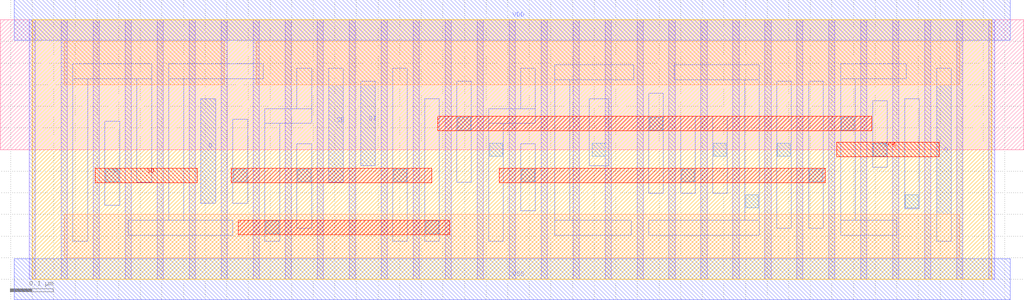
<source format=lef>
VERSION 5.8 ;
BUSBITCHARS "[]" ;

UNITS
  DATABASE MICRONS 1000 ;
END UNITS

MANUFACTURINGGRID 0.001 ;

PROPERTYDEFINITIONS
  MACRO expanded_util REAL ;
  MACRO previous_effective_target_usage REAL ;
END PROPERTYDEFINITIONS

LAYER NWELL
  TYPE MASTERSLICE ;
END NWELL

LAYER LVTIMP
  TYPE IMPLANT ;
END LVTIMP

LAYER PO
  TYPE MASTERSLICE ;
END PO

LAYER M1
  TYPE ROUTING ;
  MASK 2 ;
  DIRECTION VERTICAL ;
  PITCH 0.074 ;
  WIDTH 0.034 ;
  PROPERTY LEF58_WIDTH "WIDTH 0.034 WRONGDIRECTION ;" ;
END M1

LAYER VIA1
  TYPE CUT ;
END VIA1

LAYER M2
  TYPE ROUTING ;
  MASK 2 ;
  DIRECTION HORIZONTAL ;
  PITCH 0.06 ;
  WIDTH 0.034 ;
  PROPERTY LEF58_WIDTH "WIDTH 0.034 WRONGDIRECTION ;" ;
END M2

LAYER VIA2
  TYPE CUT ;
END VIA2

LAYER M3
  TYPE ROUTING ;
  DIRECTION VERTICAL ;
  PITCH 0.074 ;
  WIDTH 0.034 ;
  PROPERTY LEF58_WIDTH "WIDTH 0.034 WRONGDIRECTION ;" ;
END M3

LAYER VIA3
  TYPE CUT ;
END VIA3

LAYER M4
  TYPE ROUTING ;
  DIRECTION HORIZONTAL ;
  PITCH 0.074 ;
  WIDTH 0.06 ;
  PROPERTY LEF58_WIDTH "WIDTH 0.06 WRONGDIRECTION ;" ;
END M4

LAYER VIA4
  TYPE CUT ;
END VIA4

LAYER M5
  TYPE ROUTING ;
  DIRECTION VERTICAL ;
  PITCH 0.12 ;
  WIDTH 0.06 ;
  PROPERTY LEF58_WIDTH "WIDTH 0.06 WRONGDIRECTION ;" ;
END M5

LAYER VIA5
  TYPE CUT ;
END VIA5

LAYER M6
  TYPE ROUTING ;
  DIRECTION HORIZONTAL ;
  PITCH 0.12 ;
  WIDTH 0.06 ;
  PROPERTY LEF58_WIDTH "WIDTH 0.06 WRONGDIRECTION ;" ;
END M6

LAYER VIA6
  TYPE CUT ;
END VIA6

LAYER M7
  TYPE ROUTING ;
  DIRECTION VERTICAL ;
  PITCH 0.12 ;
  WIDTH 0.06 ;
  PROPERTY LEF58_WIDTH "WIDTH 0.06 WRONGDIRECTION ;" ;
END M7

LAYER VIA7
  TYPE CUT ;
END VIA7

LAYER M8
  TYPE ROUTING ;
  DIRECTION HORIZONTAL ;
  PITCH 0.12 ;
  WIDTH 0.06 ;
  PROPERTY LEF58_WIDTH "WIDTH 0.06 WRONGDIRECTION ;" ;
END M8

LAYER VIA8
  TYPE CUT ;
END VIA8

LAYER M9
  TYPE ROUTING ;
  DIRECTION HORIZONTAL ;
  PITCH 0.12 ;
  WIDTH 0.06 ;
  PROPERTY LEF58_WIDTH "WIDTH 0.06 WRONGDIRECTION ;" ;
END M9

LAYER VIARDL
  TYPE CUT ;
END VIARDL

LAYER MRDL
  TYPE ROUTING ;
  DIRECTION HORIZONTAL ;
  PITCH 0.6 ;
  WIDTH 2 ;
  PROPERTY LEF58_WIDTH "WIDTH 2 WRONGDIRECTION ;" ;
END MRDL

LAYER DIFF
  TYPE MASTERSLICE ;
END DIFF

LAYER FIN
  TYPE MASTERSLICE ;
END FIN

LAYER DNW
  TYPE MASTERSLICE ;
END DNW

LAYER PIMP
  TYPE MASTERSLICE ;
END PIMP

LAYER NIMP
  TYPE MASTERSLICE ;
END NIMP

LAYER DIFF_15
  TYPE MASTERSLICE ;
END DIFF_15

LAYER PAD
  TYPE MASTERSLICE ;
END PAD

LAYER ESD
  TYPE MASTERSLICE ;
END ESD

LAYER SBLK
  TYPE MASTERSLICE ;
END SBLK

LAYER CPO
  TYPE MASTERSLICE ;
END CPO

LAYER CTM1
  TYPE MASTERSLICE ;
END CTM1

LAYER VIA0
  TYPE MASTERSLICE ;
END VIA0

LAYER HVTIMP
  TYPE IMPLANT ;
END HVTIMP

LAYER M1PIN
  TYPE MASTERSLICE ;
END M1PIN

LAYER M2PIN
  TYPE MASTERSLICE ;
END M2PIN

LAYER M3PIN
  TYPE MASTERSLICE ;
END M3PIN

LAYER M4PIN
  TYPE MASTERSLICE ;
END M4PIN

LAYER M5PIN
  TYPE MASTERSLICE ;
END M5PIN

LAYER M6PIN
  TYPE MASTERSLICE ;
END M6PIN

LAYER M7PIN
  TYPE MASTERSLICE ;
END M7PIN

LAYER M8PIN
  TYPE MASTERSLICE ;
END M8PIN

LAYER M9PIN
  TYPE MASTERSLICE ;
END M9PIN

LAYER MRPIN
  TYPE MASTERSLICE ;
END MRPIN

LAYER HOTNWL
  TYPE MASTERSLICE ;
END HOTNWL

LAYER DIOD
  TYPE MASTERSLICE ;
END DIOD

LAYER BJTDMY
  TYPE MASTERSLICE ;
END BJTDMY

LAYER RNW
  TYPE MASTERSLICE ;
END RNW

LAYER RMARK
  TYPE MASTERSLICE ;
END RMARK

LAYER prBoundary
  TYPE MASTERSLICE ;
END prBoundary

LAYER LOGO
  TYPE MASTERSLICE ;
END LOGO

LAYER IP
  TYPE MASTERSLICE ;
END IP

LAYER RM1
  TYPE MASTERSLICE ;
END RM1

LAYER RM2
  TYPE MASTERSLICE ;
END RM2

LAYER RM3
  TYPE MASTERSLICE ;
END RM3

LAYER RM4
  TYPE MASTERSLICE ;
END RM4

LAYER RM5
  TYPE MASTERSLICE ;
END RM5

LAYER RM6
  TYPE MASTERSLICE ;
END RM6

LAYER RM7
  TYPE MASTERSLICE ;
END RM7

LAYER RM8
  TYPE MASTERSLICE ;
END RM8

LAYER RM9
  TYPE MASTERSLICE ;
END RM9

LAYER DIFF_25
  TYPE MASTERSLICE ;
END DIFF_25

VIA VIA12SQ_C
  LAYER M1 ;
    RECT -0.055 -0.017 0.055 0.017 ;
  LAYER VIA1 ;
    RECT -0.015 -0.015 0.015 0.015 ;
  LAYER M2 ;
    RECT -0.017 -0.055 0.017 0.055 ;
END VIA12SQ_C

VIA VIA12BAR1_C
  LAYER M1 ;
    RECT -0.04 -0.032 0.04 0.032 ;
  LAYER VIA1 ;
    RECT -0.015 -0.03 0.015 0.03 ;
  LAYER M2 ;
    RECT -0.017 -0.075 0.017 0.075 ;
END VIA12BAR1_C

VIA VIA12BAR2_C
  LAYER M1 ;
    RECT -0.075 -0.017 0.075 0.017 ;
  LAYER VIA1 ;
    RECT -0.03 -0.015 0.03 0.015 ;
  LAYER M2 ;
    RECT -0.032 -0.04 0.032 0.04 ;
END VIA12BAR2_C

VIA VIA12LG_C
  LAYER M1 ;
    RECT -0.04 -0.032 0.04 0.032 ;
  LAYER VIA1 ;
    RECT -0.03 -0.03 0.03 0.03 ;
  LAYER M2 ;
    RECT -0.04 -0.032 0.04 0.032 ;
END VIA12LG_C

VIA VIA12SQ
  LAYER M1 ;
    RECT -0.075 -0.017 0.075 0.017 ;
  LAYER VIA1 ;
    RECT -0.015 -0.015 0.015 0.015 ;
  LAYER M2 ;
    RECT -0.075 -0.017 0.075 0.017 ;
END VIA12SQ

VIA VIA12BAR1
  LAYER M1 ;
    RECT -0.075 -0.017 0.075 0.017 ;
  LAYER VIA1 ;
    RECT -0.03 -0.015 0.03 0.015 ;
  LAYER M2 ;
    RECT -0.075 -0.017 0.075 0.017 ;
END VIA12BAR1

VIA VIA12BAR2
  LAYER M1 ;
    RECT -0.04 -0.032 0.04 0.032 ;
  LAYER VIA1 ;
    RECT -0.015 -0.03 0.015 0.03 ;
  LAYER M2 ;
    RECT -0.04 -0.032 0.04 0.032 ;
END VIA12BAR2

VIA VIA12LG
  LAYER M1 ;
    RECT -0.04 -0.032 0.04 0.032 ;
  LAYER VIA1 ;
    RECT -0.03 -0.03 0.03 0.03 ;
  LAYER M2 ;
    RECT -0.04 -0.032 0.04 0.032 ;
END VIA12LG

VIA VIA1_32SQ_C
  LAYER M1 ;
    RECT -0.075 -0.017 0.075 0.017 ;
  LAYER VIA1 ;
    RECT -0.015 -0.015 0.015 0.015 ;
  LAYER M2 ;
    RECT -0.017 -0.075 0.017 0.075 ;
END VIA1_32SQ_C

VIA VIA1_32BAR1_C
  LAYER M1 ;
    RECT -0.04 -0.032 0.04 0.032 ;
  LAYER VIA1 ;
    RECT -0.015 -0.03 0.015 0.03 ;
  LAYER M2 ;
    RECT -0.017 -0.075 0.017 0.075 ;
END VIA1_32BAR1_C

VIA VIA1_32BAR2_C
  LAYER M1 ;
    RECT -0.075 -0.017 0.075 0.017 ;
  LAYER VIA1 ;
    RECT -0.03 -0.015 0.03 0.015 ;
  LAYER M2 ;
    RECT -0.032 -0.04 0.032 0.04 ;
END VIA1_32BAR2_C

VIA VIA1_32LG_C
  LAYER M1 ;
    RECT -0.04 -0.032 0.04 0.032 ;
  LAYER VIA1 ;
    RECT -0.03 -0.03 0.03 0.03 ;
  LAYER M2 ;
    RECT -0.04 -0.032 0.04 0.032 ;
END VIA1_32LG_C

VIA VIA1_32SQ
  LAYER M1 ;
    RECT -0.075 -0.017 0.075 0.017 ;
  LAYER VIA1 ;
    RECT -0.015 -0.015 0.015 0.015 ;
  LAYER M2 ;
    RECT -0.075 -0.017 0.075 0.017 ;
END VIA1_32SQ

VIA VIA1_32BAR1
  LAYER M1 ;
    RECT -0.075 -0.017 0.075 0.017 ;
  LAYER VIA1 ;
    RECT -0.03 -0.015 0.03 0.015 ;
  LAYER M2 ;
    RECT -0.075 -0.017 0.075 0.017 ;
END VIA1_32BAR1

VIA VIA1_32BAR2
  LAYER M1 ;
    RECT -0.04 -0.032 0.04 0.032 ;
  LAYER VIA1 ;
    RECT -0.015 -0.03 0.015 0.03 ;
  LAYER M2 ;
    RECT -0.04 -0.032 0.04 0.032 ;
END VIA1_32BAR2

VIA VIA1_32LG
  LAYER M1 ;
    RECT -0.04 -0.032 0.04 0.032 ;
  LAYER VIA1 ;
    RECT -0.03 -0.03 0.03 0.03 ;
  LAYER M2 ;
    RECT -0.04 -0.032 0.04 0.032 ;
END VIA1_32LG

VIA VIA12_3SQ_C
  LAYER M1 ;
    RECT -0.075 -0.017 0.075 0.017 ;
  LAYER VIA1 ;
    RECT -0.015 -0.015 0.015 0.015 ;
  LAYER M2 ;
    RECT -0.017 -0.075 0.017 0.075 ;
END VIA12_3SQ_C

VIA VIA12_3BAR1_C
  LAYER M1 ;
    RECT -0.04 -0.032 0.04 0.032 ;
  LAYER VIA1 ;
    RECT -0.015 -0.03 0.015 0.03 ;
  LAYER M2 ;
    RECT -0.017 -0.075 0.017 0.075 ;
END VIA12_3BAR1_C

VIA VIA12_3BAR2_C
  LAYER M1 ;
    RECT -0.075 -0.017 0.075 0.017 ;
  LAYER VIA1 ;
    RECT -0.03 -0.015 0.03 0.015 ;
  LAYER M2 ;
    RECT -0.032 -0.04 0.032 0.04 ;
END VIA12_3BAR2_C

VIA VIA12_3LG_C
  LAYER M1 ;
    RECT -0.04 -0.032 0.04 0.032 ;
  LAYER VIA1 ;
    RECT -0.03 -0.03 0.03 0.03 ;
  LAYER M2 ;
    RECT -0.04 -0.032 0.04 0.032 ;
END VIA12_3LG_C

VIA VIA12_3SQ
  LAYER M1 ;
    RECT -0.075 -0.017 0.075 0.017 ;
  LAYER VIA1 ;
    RECT -0.015 -0.015 0.015 0.015 ;
  LAYER M2 ;
    RECT -0.075 -0.017 0.075 0.017 ;
END VIA12_3SQ

VIA VIA12_3BAR1
  LAYER M1 ;
    RECT -0.075 -0.017 0.075 0.017 ;
  LAYER VIA1 ;
    RECT -0.03 -0.015 0.03 0.015 ;
  LAYER M2 ;
    RECT -0.075 -0.017 0.075 0.017 ;
END VIA12_3BAR1

VIA VIA12_3BAR2
  LAYER M1 ;
    RECT -0.04 -0.032 0.04 0.032 ;
  LAYER VIA1 ;
    RECT -0.015 -0.03 0.015 0.03 ;
  LAYER M2 ;
    RECT -0.04 -0.032 0.04 0.032 ;
END VIA12_3BAR2

VIA VIA12_3LG
  LAYER M1 ;
    RECT -0.04 -0.032 0.04 0.032 ;
  LAYER VIA1 ;
    RECT -0.03 -0.03 0.03 0.03 ;
  LAYER M2 ;
    RECT -0.04 -0.032 0.04 0.032 ;
END VIA12_3LG

VIA VIA1_32_3SQ_C
  LAYER M1 ;
    RECT -0.075 -0.017 0.075 0.017 ;
  LAYER VIA1 ;
    RECT -0.015 -0.015 0.015 0.015 ;
  LAYER M2 ;
    RECT -0.017 -0.075 0.017 0.075 ;
END VIA1_32_3SQ_C

VIA VIA1_32_3BAR1_C
  LAYER M1 ;
    RECT -0.04 -0.032 0.04 0.032 ;
  LAYER VIA1 ;
    RECT -0.015 -0.03 0.015 0.03 ;
  LAYER M2 ;
    RECT -0.017 -0.075 0.017 0.075 ;
END VIA1_32_3BAR1_C

VIA VIA1_32_3BAR2_C
  LAYER M1 ;
    RECT -0.075 -0.017 0.075 0.017 ;
  LAYER VIA1 ;
    RECT -0.03 -0.015 0.03 0.015 ;
  LAYER M2 ;
    RECT -0.032 -0.04 0.032 0.04 ;
END VIA1_32_3BAR2_C

VIA VIA1_32_3LG_C
  LAYER M1 ;
    RECT -0.04 -0.032 0.04 0.032 ;
  LAYER VIA1 ;
    RECT -0.03 -0.03 0.03 0.03 ;
  LAYER M2 ;
    RECT -0.04 -0.032 0.04 0.032 ;
END VIA1_32_3LG_C

VIA VIA1_32_3SQ
  LAYER M1 ;
    RECT -0.075 -0.017 0.075 0.017 ;
  LAYER VIA1 ;
    RECT -0.015 -0.015 0.015 0.015 ;
  LAYER M2 ;
    RECT -0.075 -0.017 0.075 0.017 ;
END VIA1_32_3SQ

VIA VIA1_32_3BAR1
  LAYER M1 ;
    RECT -0.075 -0.017 0.075 0.017 ;
  LAYER VIA1 ;
    RECT -0.03 -0.015 0.03 0.015 ;
  LAYER M2 ;
    RECT -0.075 -0.017 0.075 0.017 ;
END VIA1_32_3BAR1

VIA VIA1_32_3BAR2
  LAYER M1 ;
    RECT -0.04 -0.032 0.04 0.032 ;
  LAYER VIA1 ;
    RECT -0.015 -0.03 0.015 0.03 ;
  LAYER M2 ;
    RECT -0.04 -0.032 0.04 0.032 ;
END VIA1_32_3BAR2

VIA VIA1_32_3LG
  LAYER M1 ;
    RECT -0.04 -0.032 0.04 0.032 ;
  LAYER VIA1 ;
    RECT -0.03 -0.03 0.03 0.03 ;
  LAYER M2 ;
    RECT -0.04 -0.032 0.04 0.032 ;
END VIA1_32_3LG

VIA VIA23SQ_C
  LAYER M2 ;
    RECT -0.055 -0.017 0.055 0.017 ;
  LAYER VIA2 ;
    RECT -0.015 -0.015 0.015 0.015 ;
  LAYER M3 ;
    RECT -0.017 -0.055 0.017 0.055 ;
END VIA23SQ_C

VIA VIA23BAR1_C
  LAYER M2 ;
    RECT -0.04 -0.032 0.04 0.032 ;
  LAYER VIA2 ;
    RECT -0.015 -0.03 0.015 0.03 ;
  LAYER M3 ;
    RECT -0.017 -0.075 0.017 0.075 ;
END VIA23BAR1_C

VIA VIA23BAR2_C
  LAYER M2 ;
    RECT -0.075 -0.017 0.075 0.017 ;
  LAYER VIA2 ;
    RECT -0.03 -0.015 0.03 0.015 ;
  LAYER M3 ;
    RECT -0.032 -0.04 0.032 0.04 ;
END VIA23BAR2_C

VIA VIA23LG_C
  LAYER M2 ;
    RECT -0.04 -0.032 0.04 0.032 ;
  LAYER VIA2 ;
    RECT -0.03 -0.03 0.03 0.03 ;
  LAYER M3 ;
    RECT -0.04 -0.032 0.04 0.032 ;
END VIA23LG_C

VIA VIA23SQ
  LAYER M2 ;
    RECT -0.075 -0.017 0.075 0.017 ;
  LAYER VIA2 ;
    RECT -0.015 -0.015 0.015 0.015 ;
  LAYER M3 ;
    RECT -0.075 -0.017 0.075 0.017 ;
END VIA23SQ

VIA VIA23BAR1
  LAYER M2 ;
    RECT -0.075 -0.017 0.075 0.017 ;
  LAYER VIA2 ;
    RECT -0.03 -0.015 0.03 0.015 ;
  LAYER M3 ;
    RECT -0.075 -0.017 0.075 0.017 ;
END VIA23BAR1

VIA VIA23BAR2
  LAYER M2 ;
    RECT -0.04 -0.032 0.04 0.032 ;
  LAYER VIA2 ;
    RECT -0.015 -0.03 0.015 0.03 ;
  LAYER M3 ;
    RECT -0.04 -0.032 0.04 0.032 ;
END VIA23BAR2

VIA VIA23LG
  LAYER M2 ;
    RECT -0.04 -0.032 0.04 0.032 ;
  LAYER VIA2 ;
    RECT -0.03 -0.03 0.03 0.03 ;
  LAYER M3 ;
    RECT -0.04 -0.032 0.04 0.032 ;
END VIA23LG

VIA VIA2_33SQ_C
  LAYER M2 ;
    RECT -0.075 -0.017 0.075 0.017 ;
  LAYER VIA2 ;
    RECT -0.015 -0.015 0.015 0.015 ;
  LAYER M3 ;
    RECT -0.017 -0.075 0.017 0.075 ;
END VIA2_33SQ_C

VIA VIA2_33BAR1_C
  LAYER M2 ;
    RECT -0.04 -0.032 0.04 0.032 ;
  LAYER VIA2 ;
    RECT -0.015 -0.03 0.015 0.03 ;
  LAYER M3 ;
    RECT -0.017 -0.075 0.017 0.075 ;
END VIA2_33BAR1_C

VIA VIA2_33BAR2_C
  LAYER M2 ;
    RECT -0.075 -0.017 0.075 0.017 ;
  LAYER VIA2 ;
    RECT -0.03 -0.015 0.03 0.015 ;
  LAYER M3 ;
    RECT -0.032 -0.04 0.032 0.04 ;
END VIA2_33BAR2_C

VIA VIA2_33LG_C
  LAYER M2 ;
    RECT -0.04 -0.032 0.04 0.032 ;
  LAYER VIA2 ;
    RECT -0.03 -0.03 0.03 0.03 ;
  LAYER M3 ;
    RECT -0.04 -0.032 0.04 0.032 ;
END VIA2_33LG_C

VIA VIA2_33SQ
  LAYER M2 ;
    RECT -0.075 -0.017 0.075 0.017 ;
  LAYER VIA2 ;
    RECT -0.015 -0.015 0.015 0.015 ;
  LAYER M3 ;
    RECT -0.075 -0.017 0.075 0.017 ;
END VIA2_33SQ

VIA VIA2_33BAR1
  LAYER M2 ;
    RECT -0.075 -0.017 0.075 0.017 ;
  LAYER VIA2 ;
    RECT -0.03 -0.015 0.03 0.015 ;
  LAYER M3 ;
    RECT -0.075 -0.017 0.075 0.017 ;
END VIA2_33BAR1

VIA VIA2_33BAR2
  LAYER M2 ;
    RECT -0.04 -0.032 0.04 0.032 ;
  LAYER VIA2 ;
    RECT -0.015 -0.03 0.015 0.03 ;
  LAYER M3 ;
    RECT -0.04 -0.032 0.04 0.032 ;
END VIA2_33BAR2

VIA VIA2_33LG
  LAYER M2 ;
    RECT -0.04 -0.032 0.04 0.032 ;
  LAYER VIA2 ;
    RECT -0.03 -0.03 0.03 0.03 ;
  LAYER M3 ;
    RECT -0.04 -0.032 0.04 0.032 ;
END VIA2_33LG

VIA VIA23_3SQ_C
  LAYER M2 ;
    RECT -0.075 -0.017 0.075 0.017 ;
  LAYER VIA2 ;
    RECT -0.015 -0.015 0.015 0.015 ;
  LAYER M3 ;
    RECT -0.017 -0.075 0.017 0.075 ;
END VIA23_3SQ_C

VIA VIA23_3BAR1_C
  LAYER M2 ;
    RECT -0.04 -0.032 0.04 0.032 ;
  LAYER VIA2 ;
    RECT -0.015 -0.03 0.015 0.03 ;
  LAYER M3 ;
    RECT -0.017 -0.075 0.017 0.075 ;
END VIA23_3BAR1_C

VIA VIA23_3BAR2_C
  LAYER M2 ;
    RECT -0.075 -0.017 0.075 0.017 ;
  LAYER VIA2 ;
    RECT -0.03 -0.015 0.03 0.015 ;
  LAYER M3 ;
    RECT -0.032 -0.04 0.032 0.04 ;
END VIA23_3BAR2_C

VIA VIA23_3LG_C
  LAYER M2 ;
    RECT -0.04 -0.032 0.04 0.032 ;
  LAYER VIA2 ;
    RECT -0.03 -0.03 0.03 0.03 ;
  LAYER M3 ;
    RECT -0.04 -0.032 0.04 0.032 ;
END VIA23_3LG_C

VIA VIA23_3SQ
  LAYER M2 ;
    RECT -0.075 -0.017 0.075 0.017 ;
  LAYER VIA2 ;
    RECT -0.015 -0.015 0.015 0.015 ;
  LAYER M3 ;
    RECT -0.075 -0.017 0.075 0.017 ;
END VIA23_3SQ

VIA VIA23_3BAR1
  LAYER M2 ;
    RECT -0.075 -0.017 0.075 0.017 ;
  LAYER VIA2 ;
    RECT -0.03 -0.015 0.03 0.015 ;
  LAYER M3 ;
    RECT -0.075 -0.017 0.075 0.017 ;
END VIA23_3BAR1

VIA VIA23_3BAR2
  LAYER M2 ;
    RECT -0.04 -0.032 0.04 0.032 ;
  LAYER VIA2 ;
    RECT -0.015 -0.03 0.015 0.03 ;
  LAYER M3 ;
    RECT -0.04 -0.032 0.04 0.032 ;
END VIA23_3BAR2

VIA VIA23_3LG
  LAYER M2 ;
    RECT -0.04 -0.032 0.04 0.032 ;
  LAYER VIA2 ;
    RECT -0.03 -0.03 0.03 0.03 ;
  LAYER M3 ;
    RECT -0.04 -0.032 0.04 0.032 ;
END VIA23_3LG

VIA VIA2_33_3SQ_C
  LAYER M2 ;
    RECT -0.075 -0.017 0.075 0.017 ;
  LAYER VIA2 ;
    RECT -0.015 -0.015 0.015 0.015 ;
  LAYER M3 ;
    RECT -0.017 -0.075 0.017 0.075 ;
END VIA2_33_3SQ_C

VIA VIA2_33_3BAR1_C
  LAYER M2 ;
    RECT -0.04 -0.032 0.04 0.032 ;
  LAYER VIA2 ;
    RECT -0.015 -0.03 0.015 0.03 ;
  LAYER M3 ;
    RECT -0.017 -0.075 0.017 0.075 ;
END VIA2_33_3BAR1_C

VIA VIA2_33_3BAR2_C
  LAYER M2 ;
    RECT -0.075 -0.017 0.075 0.017 ;
  LAYER VIA2 ;
    RECT -0.03 -0.015 0.03 0.015 ;
  LAYER M3 ;
    RECT -0.032 -0.04 0.032 0.04 ;
END VIA2_33_3BAR2_C

VIA VIA2_33_3LG_C
  LAYER M2 ;
    RECT -0.04 -0.032 0.04 0.032 ;
  LAYER VIA2 ;
    RECT -0.03 -0.03 0.03 0.03 ;
  LAYER M3 ;
    RECT -0.04 -0.032 0.04 0.032 ;
END VIA2_33_3LG_C

VIA VIA2_33_3SQ
  LAYER M2 ;
    RECT -0.075 -0.017 0.075 0.017 ;
  LAYER VIA2 ;
    RECT -0.015 -0.015 0.015 0.015 ;
  LAYER M3 ;
    RECT -0.075 -0.017 0.075 0.017 ;
END VIA2_33_3SQ

VIA VIA2_33_3BAR1
  LAYER M2 ;
    RECT -0.075 -0.017 0.075 0.017 ;
  LAYER VIA2 ;
    RECT -0.03 -0.015 0.03 0.015 ;
  LAYER M3 ;
    RECT -0.075 -0.017 0.075 0.017 ;
END VIA2_33_3BAR1

VIA VIA2_33_3BAR2
  LAYER M2 ;
    RECT -0.04 -0.032 0.04 0.032 ;
  LAYER VIA2 ;
    RECT -0.015 -0.03 0.015 0.03 ;
  LAYER M3 ;
    RECT -0.04 -0.032 0.04 0.032 ;
END VIA2_33_3BAR2

VIA VIA2_33_3LG
  LAYER M2 ;
    RECT -0.04 -0.032 0.04 0.032 ;
  LAYER VIA2 ;
    RECT -0.03 -0.03 0.03 0.03 ;
  LAYER M3 ;
    RECT -0.04 -0.032 0.04 0.032 ;
END VIA2_33_3LG

VIA VIA34SQ_C
  LAYER M3 ;
    RECT -0.037 -0.035 0.037 0.035 ;
  LAYER VIA3 ;
    RECT -0.03 -0.03 0.03 0.03 ;
  LAYER M4 ;
    RECT -0.035 -0.037 0.035 0.037 ;
END VIA34SQ_C

VIA VIA34BAR1_C
  LAYER M3 ;
    RECT -0.065 -0.035 0.065 0.035 ;
  LAYER VIA3 ;
    RECT -0.06 -0.03 0.06 0.03 ;
  LAYER M4 ;
    RECT -0.065 -0.035 0.065 0.035 ;
END VIA34BAR1_C

VIA VIA34BAR2_C
  LAYER M3 ;
    RECT -0.035 -0.065 0.035 0.065 ;
  LAYER VIA3 ;
    RECT -0.03 -0.06 0.03 0.06 ;
  LAYER M4 ;
    RECT -0.035 -0.065 0.035 0.065 ;
END VIA34BAR2_C

VIA VIA34LG_C
  LAYER M3 ;
    RECT -0.065 -0.065 0.065 0.065 ;
  LAYER VIA3 ;
    RECT -0.06 -0.06 0.06 0.06 ;
  LAYER M4 ;
    RECT -0.065 -0.065 0.065 0.065 ;
END VIA34LG_C

VIA VIA34SQ
  LAYER M3 ;
    RECT -0.037 -0.035 0.037 0.035 ;
  LAYER VIA3 ;
    RECT -0.03 -0.03 0.03 0.03 ;
  LAYER M4 ;
    RECT -0.037 -0.035 0.037 0.035 ;
END VIA34SQ

VIA VIA34BAR1
  LAYER M3 ;
    RECT -0.065 -0.035 0.065 0.035 ;
  LAYER VIA3 ;
    RECT -0.06 -0.03 0.06 0.03 ;
  LAYER M4 ;
    RECT -0.065 -0.035 0.065 0.035 ;
END VIA34BAR1

VIA VIA34BAR2
  LAYER M3 ;
    RECT -0.035 -0.065 0.035 0.065 ;
  LAYER VIA3 ;
    RECT -0.03 -0.06 0.03 0.06 ;
  LAYER M4 ;
    RECT -0.035 -0.065 0.035 0.065 ;
END VIA34BAR2

VIA VIA34LG
  LAYER M3 ;
    RECT -0.065 -0.065 0.065 0.065 ;
  LAYER VIA3 ;
    RECT -0.06 -0.06 0.06 0.06 ;
  LAYER M4 ;
    RECT -0.065 -0.065 0.065 0.065 ;
END VIA34LG

VIA VIA3_34SQ_C
  LAYER M3 ;
    RECT -0.037 -0.035 0.037 0.035 ;
  LAYER VIA3 ;
    RECT -0.03 -0.03 0.03 0.03 ;
  LAYER M4 ;
    RECT -0.035 -0.037 0.035 0.037 ;
END VIA3_34SQ_C

VIA VIA3_34BAR1_C
  LAYER M3 ;
    RECT -0.065 -0.035 0.065 0.035 ;
  LAYER VIA3 ;
    RECT -0.06 -0.03 0.06 0.03 ;
  LAYER M4 ;
    RECT -0.065 -0.035 0.065 0.035 ;
END VIA3_34BAR1_C

VIA VIA3_34BAR2_C
  LAYER M3 ;
    RECT -0.035 -0.065 0.035 0.065 ;
  LAYER VIA3 ;
    RECT -0.03 -0.06 0.03 0.06 ;
  LAYER M4 ;
    RECT -0.035 -0.065 0.035 0.065 ;
END VIA3_34BAR2_C

VIA VIA3_34LG_C
  LAYER M3 ;
    RECT -0.065 -0.065 0.065 0.065 ;
  LAYER VIA3 ;
    RECT -0.06 -0.06 0.06 0.06 ;
  LAYER M4 ;
    RECT -0.065 -0.065 0.065 0.065 ;
END VIA3_34LG_C

VIA VIA3_34SQ
  LAYER M3 ;
    RECT -0.037 -0.035 0.037 0.035 ;
  LAYER VIA3 ;
    RECT -0.03 -0.03 0.03 0.03 ;
  LAYER M4 ;
    RECT -0.037 -0.035 0.037 0.035 ;
END VIA3_34SQ

VIA VIA3_34BAR1
  LAYER M3 ;
    RECT -0.065 -0.035 0.065 0.035 ;
  LAYER VIA3 ;
    RECT -0.06 -0.03 0.06 0.03 ;
  LAYER M4 ;
    RECT -0.065 -0.035 0.065 0.035 ;
END VIA3_34BAR1

VIA VIA3_34BAR2
  LAYER M3 ;
    RECT -0.035 -0.065 0.035 0.065 ;
  LAYER VIA3 ;
    RECT -0.03 -0.06 0.03 0.06 ;
  LAYER M4 ;
    RECT -0.035 -0.065 0.035 0.065 ;
END VIA3_34BAR2

VIA VIA3_4LG
  LAYER M3 ;
    RECT -0.065 -0.065 0.065 0.065 ;
  LAYER VIA3 ;
    RECT -0.06 -0.06 0.06 0.06 ;
  LAYER M4 ;
    RECT -0.065 -0.065 0.065 0.065 ;
END VIA3_4LG

VIA VIA45BAR1_C
  LAYER M4 ;
    RECT -0.065 -0.035 0.065 0.035 ;
  LAYER VIA4 ;
    RECT -0.06 -0.03 0.06 0.03 ;
  LAYER M5 ;
    RECT -0.065 -0.035 0.065 0.035 ;
END VIA45BAR1_C

VIA VIA45BAR2_C
  LAYER M4 ;
    RECT -0.035 -0.065 0.035 0.065 ;
  LAYER VIA4 ;
    RECT -0.03 -0.06 0.03 0.06 ;
  LAYER M5 ;
    RECT -0.035 -0.065 0.035 0.065 ;
END VIA45BAR2_C

VIA VIA45LG_C
  LAYER M4 ;
    RECT -0.065 -0.065 0.065 0.065 ;
  LAYER VIA4 ;
    RECT -0.06 -0.06 0.06 0.06 ;
  LAYER M5 ;
    RECT -0.065 -0.065 0.065 0.065 ;
END VIA45LG_C

VIA VIA45SQ
  LAYER M4 ;
    RECT -0.037 -0.035 0.037 0.035 ;
  LAYER VIA4 ;
    RECT -0.03 -0.03 0.03 0.03 ;
  LAYER M5 ;
    RECT -0.037 -0.035 0.037 0.035 ;
END VIA45SQ

VIA VIA45BAR1
  LAYER M4 ;
    RECT -0.065 -0.035 0.065 0.035 ;
  LAYER VIA4 ;
    RECT -0.06 -0.03 0.06 0.03 ;
  LAYER M5 ;
    RECT -0.065 -0.035 0.065 0.035 ;
END VIA45BAR1

VIA VIA45BAR2
  LAYER M4 ;
    RECT -0.035 -0.065 0.035 0.065 ;
  LAYER VIA4 ;
    RECT -0.03 -0.06 0.03 0.06 ;
  LAYER M5 ;
    RECT -0.035 -0.065 0.035 0.065 ;
END VIA45BAR2

VIA VIA45LG
  LAYER M4 ;
    RECT -0.065 -0.065 0.065 0.065 ;
  LAYER VIA4 ;
    RECT -0.06 -0.06 0.06 0.06 ;
  LAYER M5 ;
    RECT -0.065 -0.065 0.065 0.065 ;
END VIA45LG

VIA VIA56SQ_C
  LAYER M5 ;
    RECT -0.037 -0.035 0.037 0.035 ;
  LAYER VIA5 ;
    RECT -0.03 -0.03 0.03 0.03 ;
  LAYER M6 ;
    RECT -0.035 -0.037 0.035 0.037 ;
END VIA56SQ_C

VIA VIA56BAR1_C
  LAYER M5 ;
    RECT -0.065 -0.035 0.065 0.035 ;
  LAYER VIA5 ;
    RECT -0.06 -0.03 0.06 0.03 ;
  LAYER M6 ;
    RECT -0.065 -0.035 0.065 0.035 ;
END VIA56BAR1_C

VIA VIA56BAR2_C
  LAYER M5 ;
    RECT -0.035 -0.065 0.035 0.065 ;
  LAYER VIA5 ;
    RECT -0.03 -0.06 0.03 0.06 ;
  LAYER M6 ;
    RECT -0.035 -0.065 0.035 0.065 ;
END VIA56BAR2_C

VIA VIA56LG_C
  LAYER M5 ;
    RECT -0.035 -0.065 0.035 0.065 ;
  LAYER VIA5 ;
    RECT -0.03 -0.06 0.03 0.06 ;
  LAYER M6 ;
    RECT -0.035 -0.065 0.035 0.065 ;
END VIA56LG_C

VIA VIA56SQ
  LAYER M5 ;
    RECT -0.035 -0.035 0.035 0.035 ;
  LAYER VIA5 ;
    RECT -0.03 -0.03 0.03 0.03 ;
  LAYER M6 ;
    RECT -0.035 -0.035 0.035 0.035 ;
END VIA56SQ

VIA VIA56BAR1
  LAYER M5 ;
    RECT -0.065 -0.035 0.065 0.035 ;
  LAYER VIA5 ;
    RECT -0.06 -0.03 0.06 0.03 ;
  LAYER M6 ;
    RECT -0.065 -0.035 0.065 0.035 ;
END VIA56BAR1

VIA VIA56BAR2
  LAYER M5 ;
    RECT -0.035 -0.065 0.035 0.065 ;
  LAYER VIA5 ;
    RECT -0.03 -0.06 0.03 0.06 ;
  LAYER M6 ;
    RECT -0.035 -0.065 0.035 0.065 ;
END VIA56BAR2

VIA VIA56LG
  LAYER M5 ;
    RECT -0.065 -0.065 0.065 0.065 ;
  LAYER VIA5 ;
    RECT -0.06 -0.06 0.06 0.06 ;
  LAYER M6 ;
    RECT -0.065 -0.065 0.065 0.065 ;
END VIA56LG

VIA VIA67SQ_C
  LAYER M6 ;
    RECT -0.037 -0.035 0.037 0.035 ;
  LAYER VIA6 ;
    RECT -0.03 -0.03 0.03 0.03 ;
  LAYER M7 ;
    RECT -0.035 -0.037 0.035 0.037 ;
END VIA67SQ_C

VIA VIA67BAR1_C
  LAYER M6 ;
    RECT -0.065 -0.035 0.065 0.035 ;
  LAYER VIA6 ;
    RECT -0.06 -0.03 0.06 0.03 ;
  LAYER M7 ;
    RECT -0.065 -0.035 0.065 0.035 ;
END VIA67BAR1_C

VIA VIA67SQ
  LAYER M6 ;
    RECT -0.037 -0.035 0.037 0.035 ;
  LAYER VIA6 ;
    RECT -0.03 -0.03 0.03 0.03 ;
  LAYER M7 ;
    RECT -0.037 -0.035 0.037 0.035 ;
END VIA67SQ

VIA VIA67BAR1
  LAYER M6 ;
    RECT -0.065 -0.035 0.065 0.035 ;
  LAYER VIA6 ;
    RECT -0.06 -0.03 0.06 0.03 ;
  LAYER M7 ;
    RECT -0.065 -0.035 0.065 0.035 ;
END VIA67BAR1

VIA VIA67BAR2
  LAYER M6 ;
    RECT -0.035 -0.065 0.035 0.065 ;
  LAYER VIA6 ;
    RECT -0.03 -0.06 0.03 0.06 ;
  LAYER M7 ;
    RECT -0.035 -0.065 0.035 0.065 ;
END VIA67BAR2

VIA VIA67LG
  LAYER M6 ;
    RECT -0.065 -0.065 0.065 0.065 ;
  LAYER VIA6 ;
    RECT -0.06 -0.06 0.06 0.06 ;
  LAYER M7 ;
    RECT -0.065 -0.065 0.065 0.065 ;
END VIA67LG

VIA VIA78SQ_C
  LAYER M7 ;
    RECT -0.037 -0.035 0.037 0.035 ;
  LAYER VIA7 ;
    RECT -0.03 -0.03 0.03 0.03 ;
  LAYER M8 ;
    RECT -0.035 -0.037 0.035 0.037 ;
END VIA78SQ_C

VIA VIA78BAR1_C
  LAYER M7 ;
    RECT -0.065 -0.035 0.065 0.035 ;
  LAYER VIA7 ;
    RECT -0.06 -0.03 0.06 0.03 ;
  LAYER M8 ;
    RECT -0.065 -0.035 0.065 0.035 ;
END VIA78BAR1_C

VIA VIA78BAR2_C
  LAYER M7 ;
    RECT -0.037 -0.067 0.037 0.067 ;
  LAYER VIA7 ;
    RECT -0.03 -0.06 0.03 0.06 ;
  LAYER M8 ;
    RECT -0.037 -0.067 0.037 0.067 ;
END VIA78BAR2_C

VIA VIA78LG_C
  LAYER M7 ;
    RECT -0.065 -0.065 0.065 0.065 ;
  LAYER VIA7 ;
    RECT -0.06 -0.06 0.06 0.06 ;
  LAYER M8 ;
    RECT -0.065 -0.065 0.065 0.065 ;
END VIA78LG_C

VIA VIA78SQ
  LAYER M7 ;
    RECT -0.037 -0.035 0.037 0.035 ;
  LAYER VIA7 ;
    RECT -0.03 -0.03 0.03 0.03 ;
  LAYER M8 ;
    RECT -0.037 -0.035 0.037 0.035 ;
END VIA78SQ

VIA VIA78BAR1
  LAYER M7 ;
    RECT -0.065 -0.035 0.065 0.035 ;
  LAYER VIA7 ;
    RECT -0.06 -0.03 0.06 0.03 ;
  LAYER M8 ;
    RECT -0.065 -0.035 0.065 0.035 ;
END VIA78BAR1

VIA VIA78BAR2
  LAYER M7 ;
    RECT -0.035 -0.065 0.035 0.065 ;
  LAYER VIA7 ;
    RECT -0.03 -0.06 0.03 0.06 ;
  LAYER M8 ;
    RECT -0.035 -0.065 0.035 0.065 ;
END VIA78BAR2

VIA VIA78LG
  LAYER M7 ;
    RECT -0.065 -0.065 0.065 0.065 ;
  LAYER VIA7 ;
    RECT -0.06 -0.06 0.06 0.06 ;
  LAYER M8 ;
    RECT -0.065 -0.065 0.065 0.065 ;
END VIA78LG

VIA VIA89_C
  LAYER M8 ;
    RECT -0.065 -0.065 0.065 0.065 ;
  LAYER VIA8 ;
    RECT -0.06 -0.06 0.06 0.06 ;
  LAYER M9 ;
    RECT -0.065 -0.065 0.065 0.065 ;
END VIA89_C

VIA VIA89
  LAYER M8 ;
    RECT -0.065 -0.065 0.065 0.065 ;
  LAYER VIA8 ;
    RECT -0.06 -0.06 0.06 0.06 ;
  LAYER M9 ;
    RECT -0.065 -0.065 0.065 0.065 ;
END VIA89

VIA VIA9RDL
  LAYER M9 ;
    RECT -1.5 -1.5 1.5 1.5 ;
  LAYER VIARDL ;
    RECT -1 -1 1 1 ;
  LAYER MRDL ;
    RECT -1.5 -1.5 1.5 1.5 ;
END VIA9RDL

SITE unit
  CLASS CORE ;
  SYMMETRY Y ;
  SIZE 0.074 BY 0.6 ;
END unit

MACRO SAEDRVT14_FSDPSYNSBQ_V2LP_0P5
  CLASS CORE ;
  ORIGIN 0 0 ;
  SIZE 2.22 BY 0.6 ;
  SYMMETRY X Y ;
  SITE unit ;
  PIN SD
    DIRECTION INPUT ;
    USE SIGNAL ;
    PORT
      LAYER VIA1 ;
        RECT 0.17 0.225 0.2 0.255 ;
      LAYER M2 ;
        RECT 0.146 0.223 0.382 0.257 ;
        RECT MASK 1 0.146 0.223 0.382 0.257 ;
    END
  END SD
  PIN D
    DIRECTION INPUT ;
    USE SIGNAL ;
    PORT
      LAYER M1 ;
        RECT 0.39 0.176 0.424 0.418 ;
        RECT MASK 1 0.39 0.176 0.424 0.418 ;
    END
  END D
  PIN SI
    DIRECTION INPUT ;
    USE SIGNAL ;
    PORT
      LAYER M1 ;
        RECT 0.76 0.263 0.794 0.458 ;
        RECT MASK 1 0.76 0.263 0.794 0.458 ;
    END
  END SI
  PIN SE
    DIRECTION INPUT ;
    USE SIGNAL ;
    PORT
      LAYER M1 ;
        RECT 0.686 0.224 0.72 0.488 ;
        RECT MASK 1 0.686 0.224 0.72 0.488 ;
    END
  END SE
  PIN CK
    DIRECTION INPUT ;
    USE SIGNAL ;
    PORT
      LAYER VIA1 ;
        RECT 1.946 0.285 1.976 0.315 ;
      LAYER M2 ;
        RECT 1.861 0.283 2.098 0.317 ;
    END
  END CK
  PIN Q
    DIRECTION OUTPUT ;
    USE SIGNAL ;
    PORT
      LAYER M1 ;
        RECT MASK 1 2.092 0.088 2.126 0.488 ;
        RECT 2.092 0.088 2.126 0.488 ;
    END
  END Q
  PIN VDD
    DIRECTION INOUT ;
    USE POWER ;
    PORT
      LAYER M1 ;
        RECT -0.042 0.553 2.262 0.647 ;
        RECT MASK 1 -0.042 0.553 2.262 0.647 ;
    END
  END VDD
  PIN VSS
    DIRECTION INOUT ;
    USE GROUND ;
    PORT
      LAYER M1 ;
        RECT -0.042 -0.047 2.262 0.047 ;
        RECT MASK 1 -0.042 -0.047 2.262 0.047 ;
    END
  END VSS
  OBS
    LAYER M1 ;
      RECT MASK 1 1.87 0.464 2.022 0.498 ;
      RECT MASK 1 1.87 0.136 1.904 0.464 ;
      RECT MASK 1 1.87 0.102 2 0.136 ;
      RECT MASK 1 0.316 0.464 0.534 0.498 ;
      RECT MASK 1 0.316 0.136 0.35 0.464 ;
      RECT MASK 1 0.222 0.102 0.464 0.136 ;
      RECT MASK 1 0.094 0.464 0.276 0.498 ;
      RECT MASK 1 0.094 0.088 0.128 0.464 ;
      RECT MASK 1 0.242 0.224 0.276 0.464 ;
      RECT MASK 1 1.485 0.462 1.682 0.496 ;
      RECT MASK 1 1.648 0.136 1.682 0.462 ;
      RECT MASK 1 1.426 0.102 1.682 0.136 ;
      RECT MASK 1 1.209 0.462 1.391 0.496 ;
      RECT MASK 1 1.209 0.136 1.243 0.462 ;
      RECT MASK 1 1.209 0.102 1.386 0.136 ;
      RECT MASK 1 1.13 0.395 1.164 0.488 ;
      RECT MASK 1 1.056 0.361 1.164 0.395 ;
      RECT MASK 1 1.056 0.088 1.09 0.361 ;
      RECT MASK 1 0.834 0.088 0.868 0.488 ;
      RECT MASK 1 0.612 0.395 0.646 0.488 ;
      RECT MASK 1 0.538 0.361 0.646 0.395 ;
      RECT MASK 1 0.538 0.088 0.572 0.361 ;
      RECT MASK 1 1.796 0.118 1.83 0.458 ;
      RECT MASK 1 1.722 0.118 1.756 0.458 ;
      RECT MASK 1 0.982 0.224 1.016 0.458 ;
      RECT MASK 1 1.426 0.199 1.46 0.43 ;
      RECT MASK 1 2.018 0.163 2.052 0.418 ;
      RECT MASK 1 1.288 0.263 1.334 0.418 ;
      RECT MASK 1 0.908 0.088 0.942 0.418 ;
      RECT MASK 1 1.944 0.259 1.978 0.413 ;
      RECT MASK 1 1.574 0.199 1.608 0.377 ;
      RECT MASK 1 1.5 0.199 1.534 0.377 ;
      RECT MASK 1 0.464 0.176 0.498 0.37 ;
      RECT MASK 1 0.168 0.171 0.202 0.365 ;
      RECT MASK 1 1.13 0.158 1.164 0.313 ;
      RECT MASK 1 0.612 0.118 0.646 0.313 ;
    LAYER M2 ;
      RECT MASK 1 0.938 0.343 1.942 0.377 ;
      RECT MASK 1 1.08 0.223 1.835 0.257 ;
      RECT MASK 1 0.46 0.223 0.924 0.257 ;
      RECT MASK 1 0.477 0.103 0.966 0.137 ;
    LAYER VIA1 ;
      RECT 1.872 0.345 1.902 0.375 ;
      RECT 1.428 0.345 1.458 0.375 ;
      RECT 0.984 0.345 1.014 0.375 ;
      RECT 1.724 0.285 1.754 0.315 ;
      RECT 1.576 0.285 1.606 0.315 ;
      RECT 1.295 0.285 1.325 0.315 ;
      RECT 1.058 0.285 1.088 0.315 ;
      RECT 1.798 0.225 1.828 0.255 ;
      RECT 1.502 0.225 1.532 0.255 ;
      RECT 1.132 0.225 1.162 0.255 ;
      RECT 0.836 0.225 0.866 0.255 ;
      RECT 0.614 0.225 0.644 0.255 ;
      RECT 0.466 0.225 0.496 0.255 ;
      RECT 2.02 0.165 2.05 0.195 ;
      RECT 1.65 0.165 1.68 0.195 ;
      RECT 0.91 0.105 0.94 0.135 ;
      RECT 0.54 0.105 0.57 0.135 ;
    LAYER NWELL ;
      RECT -0.074 0.3 2.294 0.6 ;
    LAYER DIFF ;
      RECT 0.518 0.45 2.146 0.55 ;
      RECT 0.074 0.45 0.444 0.55 ;
      RECT 0.074 0.05 2.146 0.15 ;
    LAYER PO ;
      RECT 2.213 0 2.227 0.6 ;
      RECT 2.139 0 2.153 0.6 ;
      RECT 2.065 0 2.079 0.6 ;
      RECT 1.991 0 2.005 0.6 ;
      RECT 1.917 0 1.931 0.6 ;
      RECT 1.843 0 1.857 0.6 ;
      RECT 1.769 0 1.783 0.6 ;
      RECT 1.695 0 1.709 0.6 ;
      RECT 1.621 0 1.635 0.6 ;
      RECT 1.547 0 1.561 0.6 ;
      RECT 1.473 0 1.487 0.6 ;
      RECT 1.399 0 1.413 0.6 ;
      RECT 1.325 0 1.339 0.6 ;
      RECT 1.251 0 1.265 0.6 ;
      RECT 1.177 0 1.191 0.6 ;
      RECT 1.103 0 1.117 0.6 ;
      RECT 1.029 0 1.043 0.6 ;
      RECT 0.955 0 0.969 0.6 ;
      RECT 0.881 0 0.895 0.6 ;
      RECT 0.807 0 0.821 0.6 ;
      RECT 0.733 0 0.747 0.6 ;
      RECT 0.659 0 0.673 0.6 ;
      RECT 0.585 0 0.599 0.6 ;
      RECT 0.511 0 0.525 0.6 ;
      RECT 0.437 0 0.451 0.6 ;
      RECT 0.363 0 0.377 0.6 ;
      RECT 0.289 0 0.303 0.6 ;
      RECT 0.215 0 0.229 0.6 ;
      RECT 0.141 0 0.155 0.6 ;
      RECT 0.067 0 0.081 0.6 ;
      RECT -0.007 0 0.007 0.6 ;
  END
END SAEDRVT14_FSDPSYNSBQ_V2LP_0P5

MACRO SAEDRVT14_FDP_V2LP_1
  CLASS CORE ;
  ORIGIN 0 0 ;
  SIZE 1.554 BY 0.6 ;
  SYMMETRY X Y ;
  SITE unit ;
  PIN D
    DIRECTION INPUT ;
    USE SIGNAL ;
    PORT
      LAYER M1 ;
        RECT 0.094 0.15 0.128 0.446 ;
        RECT MASK 1 0.094 0.15 0.128 0.446 ;
    END
  END D
  PIN CK
    DIRECTION INPUT ;
    USE SIGNAL ;
    PORT
      LAYER VIA1 ;
        RECT 1.28 0.285 1.31 0.315 ;
      LAYER M2 ;
        RECT 1.038 0.283 1.401 0.317 ;
    END
  END CK
  PIN Q
    DIRECTION OUTPUT ;
    USE SIGNAL ;
    PORT
      LAYER VIA1 ;
        RECT 1.058 0.405 1.088 0.435 ;
      LAYER M2 ;
        RECT 0.961 0.403 1.185 0.437 ;
    END
  END Q
  PIN QN
    DIRECTION OUTPUT ;
    USE SIGNAL ;
    PORT
      LAYER M1 ;
        RECT 1.426 0.091 1.46 0.507 ;
        RECT MASK 1 1.426 0.091 1.46 0.507 ;
    END
  END QN
  PIN VDD
    DIRECTION INOUT ;
    USE POWER ;
    PORT
      LAYER M1 ;
        RECT -0.042 0.553 1.596 0.647 ;
        RECT MASK 1 -0.042 0.553 1.596 0.647 ;
    END
  END VDD
  PIN VSS
    DIRECTION INOUT ;
    USE GROUND ;
    PORT
      LAYER M1 ;
        RECT -0.042 -0.046 1.596 0.048 ;
        RECT MASK 1 -0.042 -0.046 1.596 0.048 ;
    END
  END VSS
  OBS
    LAYER M2 ;
      RECT MASK 1 0.16 0.343 1.26 0.377 ;
      RECT MASK 1 0.294 0.223 1.192 0.257 ;
    LAYER VIA1 ;
      RECT 1.206 0.345 1.236 0.375 ;
      RECT 0.614 0.345 0.644 0.375 ;
      RECT 0.17 0.345 0.2 0.375 ;
      RECT 0.91 0.285 0.94 0.315 ;
      RECT 0.762 0.285 0.792 0.315 ;
      RECT 0.497 0.285 0.527 0.315 ;
      RECT 0.244 0.285 0.274 0.315 ;
      RECT 1.132 0.225 1.162 0.255 ;
      RECT 0.688 0.225 0.718 0.255 ;
      RECT 0.318 0.225 0.348 0.255 ;
      RECT 1.354 0.165 1.384 0.195 ;
      RECT 0.836 0.165 0.866 0.195 ;
    LAYER M1 ;
      RECT MASK 1 1.056 0.091 1.09 0.507 ;
      RECT MASK 1 0.316 0.41 0.35 0.507 ;
      RECT MASK 1 0.242 0.376 0.35 0.41 ;
      RECT MASK 1 0.242 0.091 0.276 0.376 ;
      RECT MASK 1 1.204 0.464 1.335 0.498 ;
      RECT MASK 1 1.204 0.137 1.238 0.464 ;
      RECT MASK 1 1.204 0.103 1.335 0.137 ;
      RECT MASK 1 0.67 0.464 0.868 0.498 ;
      RECT MASK 1 0.834 0.138 0.868 0.464 ;
      RECT MASK 1 0.59 0.104 0.868 0.138 ;
      RECT MASK 1 0.419 0.464 0.594 0.498 ;
      RECT MASK 1 0.419 0.222 0.453 0.464 ;
      RECT MASK 1 0.419 0.188 0.572 0.222 ;
      RECT MASK 1 1.13 0.123 1.164 0.477 ;
      RECT MASK 1 0.908 0.315 0.942 0.477 ;
      RECT MASK 1 0.908 0.281 1.013 0.315 ;
      RECT MASK 1 0.908 0.123 0.942 0.281 ;
      RECT MASK 1 0.168 0.233 0.202 0.477 ;
      RECT MASK 1 1.352 0.163 1.386 0.424 ;
      RECT MASK 1 1.278 0.256 1.312 0.424 ;
      RECT MASK 1 0.495 0.263 0.529 0.424 ;
      RECT MASK 1 0.612 0.206 0.646 0.422 ;
      RECT MASK 1 0.76 0.206 0.794 0.392 ;
      RECT MASK 1 0.686 0.206 0.72 0.392 ;
      RECT MASK 1 0.316 0.165 0.35 0.326 ;
    LAYER NWELL ;
      RECT -0.074 0.3 1.628 0.6 ;
    LAYER DIFF ;
      RECT 0.074 0.45 1.48 0.55 ;
      RECT 0.962 0.35 1.11 0.45 ;
      RECT 1.332 0.35 1.48 0.45 ;
      RECT 0.962 0.15 1.11 0.25 ;
      RECT 1.332 0.15 1.48 0.25 ;
      RECT 0.074 0.05 1.48 0.15 ;
    LAYER PO ;
      RECT 1.547 0 1.561 0.6 ;
      RECT 1.473 0 1.487 0.6 ;
      RECT 1.399 0 1.413 0.6 ;
      RECT 1.325 0 1.339 0.6 ;
      RECT 1.251 0 1.265 0.6 ;
      RECT 1.177 0 1.191 0.6 ;
      RECT 1.103 0 1.117 0.6 ;
      RECT 1.029 0 1.043 0.6 ;
      RECT 0.955 0 0.969 0.6 ;
      RECT 0.881 0 0.895 0.6 ;
      RECT 0.807 0 0.821 0.6 ;
      RECT 0.733 0 0.747 0.6 ;
      RECT 0.659 0 0.673 0.6 ;
      RECT 0.585 0 0.599 0.6 ;
      RECT 0.511 0 0.525 0.6 ;
      RECT 0.437 0 0.451 0.6 ;
      RECT 0.363 0 0.377 0.6 ;
      RECT 0.289 0 0.303 0.6 ;
      RECT 0.215 0 0.229 0.6 ;
      RECT 0.141 0 0.155 0.6 ;
      RECT 0.067 0 0.081 0.6 ;
      RECT -0.007 0 0.007 0.6 ;
  END
END SAEDRVT14_FDP_V2LP_1

MACRO SAEDRVT14_FDPCBQ_V2LP_1
  CLASS CORE ;
  ORIGIN 0 0 ;
  SIZE 1.628 BY 0.6 ;
  SYMMETRY X Y ;
  SITE unit ;
  PIN D
    DIRECTION INPUT ;
    USE SIGNAL ;
    PORT
      LAYER M1 ;
        RECT MASK 1 0.242 0.163 0.276 0.424 ;
        RECT 0.242 0.163 0.276 0.424 ;
    END
  END D
  PIN RS
    DIRECTION INPUT ;
    USE SIGNAL ;
    PORT
      LAYER VIA1 ;
        RECT 0.109 0.225 0.139 0.255 ;
      LAYER M2 ;
        RECT -0.028 0.223 0.164 0.257 ;
        RECT MASK 1 -0.028 0.223 0.164 0.257 ;
    END
  END RS
  PIN CK
    DIRECTION INPUT ;
    USE SIGNAL ;
    PORT
      LAYER VIA1 ;
        RECT 1.354 0.165 1.384 0.195 ;
      LAYER M2 ;
        RECT 1.034 0.163 1.386 0.197 ;
    END
  END CK
  PIN Q
    DIRECTION OUTPUT ;
    USE SIGNAL ;
    PORT
      LAYER M1 ;
        RECT MASK 1 1.5 0.093 1.534 0.507 ;
        RECT 1.5 0.093 1.534 0.507 ;
    END
  END Q
  PIN VDD
    DIRECTION INOUT ;
    USE POWER ;
    PORT
      LAYER M1 ;
        RECT -0.042 0.553 1.67 0.647 ;
        RECT MASK 1 -0.042 0.553 1.67 0.647 ;
    END
  END VDD
  PIN VSS
    DIRECTION INOUT ;
    USE GROUND ;
    PORT
      LAYER M1 ;
        RECT MASK 1 -0.042 -0.047 1.67 0.047 ;
        RECT -0.042 -0.047 1.67 0.047 ;
    END
  END VSS
  OBS
    LAYER M2 ;
      RECT MASK 1 0.506 0.343 1.266 0.377 ;
      RECT MASK 1 0.368 0.223 1.312 0.257 ;
    LAYER VIA1 ;
      RECT 1.206 0.345 1.236 0.375 ;
      RECT 0.803 0.345 0.833 0.375 ;
      RECT 0.54 0.345 0.57 0.375 ;
      RECT 1.428 0.285 1.458 0.315 ;
      RECT 1.132 0.285 1.162 0.315 ;
      RECT 0.984 0.285 1.014 0.315 ;
      RECT 0.701 0.285 0.731 0.315 ;
      RECT 0.466 0.285 0.496 0.315 ;
      RECT 1.28 0.225 1.31 0.255 ;
      RECT 0.883 0.225 0.913 0.255 ;
      RECT 0.392 0.225 0.422 0.255 ;
    LAYER M1 ;
      RECT MASK 1 1.278 0.464 1.386 0.498 ;
      RECT MASK 1 1.278 0.136 1.312 0.464 ;
      RECT MASK 1 1.278 0.102 1.407 0.136 ;
      RECT MASK 1 0.891 0.464 1.09 0.498 ;
      RECT MASK 1 1.056 0.136 1.09 0.464 ;
      RECT MASK 1 0.811 0.102 1.09 0.136 ;
      RECT MASK 1 0.612 0.464 0.812 0.498 ;
      RECT MASK 1 0.612 0.21 0.646 0.464 ;
      RECT MASK 1 0.612 0.176 0.806 0.21 ;
      RECT MASK 1 0.39 0.411 0.424 0.498 ;
      RECT MASK 1 0.39 0.377 0.498 0.411 ;
      RECT MASK 1 0.464 0.102 0.498 0.377 ;
      RECT MASK 1 0.151 0.464 0.35 0.498 ;
      RECT MASK 1 0.311 0.392 0.35 0.464 ;
      RECT MASK 1 1.204 0.124 1.238 0.478 ;
      RECT MASK 1 0.538 0.233 0.572 0.477 ;
      RECT MASK 1 1.13 0.161 1.164 0.475 ;
      RECT MASK 1 1.426 0.205 1.46 0.434 ;
      RECT MASK 1 1.352 0.163 1.386 0.424 ;
      RECT MASK 1 0.801 0.263 0.835 0.424 ;
      RECT MASK 1 0.699 0.263 0.733 0.424 ;
      RECT MASK 1 0.982 0.176 1.016 0.392 ;
      RECT MASK 1 0.881 0.206 0.915 0.392 ;
      RECT MASK 1 0.107 0.163 0.141 0.326 ;
      RECT MASK 1 0.39 0.162 0.424 0.325 ;
    LAYER NWELL ;
      RECT -0.074 0.3 1.702 0.6 ;
    LAYER DIFF ;
      RECT 0.074 0.45 1.554 0.55 ;
      RECT 1.406 0.35 1.554 0.45 ;
      RECT 1.406 0.15 1.554 0.25 ;
      RECT 0.37 0.05 1.554 0.15 ;
      RECT 0.074 0.05 0.296 0.15 ;
    LAYER PO ;
      RECT 1.621 0 1.635 0.6 ;
      RECT 1.547 0 1.561 0.6 ;
      RECT 1.473 0 1.487 0.6 ;
      RECT 1.399 0 1.413 0.6 ;
      RECT 1.325 0 1.339 0.6 ;
      RECT 1.251 0 1.265 0.6 ;
      RECT 1.177 0 1.191 0.6 ;
      RECT 1.103 0 1.117 0.6 ;
      RECT 1.029 0 1.043 0.6 ;
      RECT 0.955 0 0.969 0.6 ;
      RECT 0.881 0 0.895 0.6 ;
      RECT 0.807 0 0.821 0.6 ;
      RECT 0.733 0 0.747 0.6 ;
      RECT 0.659 0 0.673 0.6 ;
      RECT 0.585 0 0.599 0.6 ;
      RECT 0.511 0 0.525 0.6 ;
      RECT 0.437 0 0.451 0.6 ;
      RECT 0.363 0 0.377 0.6 ;
      RECT 0.289 0 0.303 0.6 ;
      RECT 0.215 0 0.229 0.6 ;
      RECT 0.141 0 0.155 0.6 ;
      RECT 0.067 0 0.081 0.6 ;
      RECT -0.007 0 0.007 0.6 ;
  END
END SAEDRVT14_FDPCBQ_V2LP_1

MACRO SAEDRVT14_FSDPQ_V2LP_0P5
  CLASS CORE ;
  ORIGIN 0 0 ;
  SIZE 1.85 BY 0.6 ;
  SYMMETRY X Y ;
  SITE unit ;
  PIN D
    DIRECTION INPUT ;
    USE SIGNAL ;
    PORT
      LAYER M1 ;
        RECT MASK 1 0.464 0.194 0.498 0.418 ;
        RECT 0.464 0.194 0.498 0.418 ;
    END
  END D
  PIN SI
    DIRECTION INPUT ;
    USE SIGNAL ;
    PORT
      LAYER M1 ;
        RECT MASK 1 0.168 0.118 0.202 0.313 ;
        RECT 0.168 0.118 0.202 0.313 ;
    END
  END SI
  PIN SE
    DIRECTION INPUT ;
    USE SIGNAL ;
    PORT
      LAYER M1 ;
        RECT MASK 1 0.39 0.196 0.424 0.418 ;
        RECT 0.39 0.196 0.424 0.418 ;
    END
  END SE
  PIN CK
    DIRECTION INPUT ;
    USE SIGNAL ;
    PORT
      LAYER VIA1 ;
        RECT 1.576 0.345 1.606 0.375 ;
      LAYER M2 ;
        RECT MASK 1 1.554 0.343 1.79 0.377 ;
        RECT 1.554 0.343 1.79 0.377 ;
    END
  END CK
  PIN Q
    DIRECTION OUTPUT ;
    USE SIGNAL ;
    PORT
      LAYER M1 ;
        RECT MASK 1 1.722 0.088 1.756 0.488 ;
        RECT 1.722 0.088 1.756 0.488 ;
    END
  END Q
  PIN VDD
    DIRECTION INOUT ;
    USE POWER ;
    PORT
      LAYER M1 ;
        RECT -0.042 0.553 1.892 0.647 ;
        RECT MASK 1 -0.042 0.553 1.892 0.647 ;
    END
  END VDD
  PIN VSS
    DIRECTION INOUT ;
    USE GROUND ;
    PORT
      LAYER M1 ;
        RECT -0.042 -0.047 1.892 0.047 ;
        RECT MASK 1 -0.042 -0.047 1.892 0.047 ;
    END
  END VSS
  OBS
    LAYER M1 ;
      RECT MASK 1 0.269 0.458 0.578 0.496 ;
      RECT MASK 1 0.544 0.139 0.578 0.458 ;
      RECT MASK 1 0.347 0.105 0.578 0.139 ;
      RECT MASK 1 1.427 0.118 1.461 0.458 ;
      RECT MASK 1 1.352 0.118 1.386 0.458 ;
      RECT MASK 1 0.618 0.224 0.652 0.458 ;
      RECT MASK 1 1.071 0.199 1.105 0.437 ;
      RECT MASK 1 0.953 0.263 0.999 0.42 ;
      RECT MASK 1 1.651 0.197 1.685 0.418 ;
      RECT MASK 1 1.589 0.163 1.685 0.197 ;
      RECT MASK 1 1.567 0.278 1.611 0.413 ;
      RECT MASK 1 1.213 0.199 1.247 0.377 ;
      RECT MASK 1 0.756 0.158 0.802 0.317 ;
    LAYER M2 ;
      RECT MASK 1 1.172 0.343 1.474 0.377 ;
      RECT MASK 1 0.686 0.343 1.051 0.377 ;
    LAYER VIA1 ;
      RECT 1.502 0.405 1.532 0.435 ;
      RECT 1.073 0.405 1.103 0.435 ;
      RECT 0.62 0.405 0.65 0.435 ;
      RECT 1.354 0.345 1.384 0.375 ;
      RECT 1.215 0.345 1.245 0.375 ;
      RECT 0.96 0.345 0.99 0.375 ;
      RECT 0.688 0.345 0.718 0.375 ;
      RECT 1.429 0.285 1.459 0.315 ;
      RECT 1.144 0.285 1.174 0.315 ;
      RECT 0.763 0.285 0.793 0.315 ;
      RECT 1.593 0.165 1.623 0.195 ;
      RECT 1.282 0.165 1.312 0.195 ;
    LAYER NWELL ;
      RECT -0.074 0.289 1.924 0.6 ;
    LAYER DIFF ;
      RECT 0.074 0.45 1.776 0.55 ;
      RECT 0.074 0.05 1.776 0.15 ;
    LAYER PO ;
      RECT 1.843 0 1.857 0.6 ;
      RECT 1.769 0 1.783 0.6 ;
      RECT 1.695 0 1.709 0.6 ;
      RECT 1.621 0 1.635 0.6 ;
      RECT 1.547 0 1.561 0.6 ;
      RECT 1.473 0 1.487 0.6 ;
      RECT 1.399 0 1.413 0.6 ;
      RECT 1.325 0 1.339 0.6 ;
      RECT 1.251 0 1.265 0.6 ;
      RECT 1.177 0 1.191 0.6 ;
      RECT 1.103 0 1.117 0.6 ;
      RECT 1.029 0 1.043 0.6 ;
      RECT 0.955 0 0.969 0.6 ;
      RECT 0.881 0 0.895 0.6 ;
      RECT 0.807 0 0.821 0.6 ;
      RECT 0.733 0 0.747 0.6 ;
      RECT 0.659 0 0.673 0.6 ;
      RECT 0.585 0 0.599 0.6 ;
      RECT 0.511 0 0.525 0.6 ;
      RECT 0.437 0 0.451 0.6 ;
      RECT 0.363 0 0.377 0.6 ;
      RECT 0.289 0 0.303 0.6 ;
      RECT 0.215 0 0.229 0.6 ;
      RECT 0.141 0 0.155 0.6 ;
      RECT 0.067 0 0.081 0.6 ;
      RECT -0.007 0 0.007 0.6 ;
  END
END SAEDRVT14_FSDPQ_V2LP_0P5

MACRO SAEDRVT14_FDPQB_V2LP_0P5
  CLASS CORE ;
  ORIGIN 0 0 ;
  SIZE 1.406 BY 0.6 ;
  SYMMETRY X Y ;
  SITE unit ;
  PIN D
    DIRECTION INPUT ;
    USE SIGNAL ;
    PORT
      LAYER M1 ;
        RECT 0.094 0.112 0.128 0.488 ;
        RECT MASK 1 0.094 0.112 0.128 0.488 ;
    END
  END D
  PIN CK
    DIRECTION INPUT ;
    USE SIGNAL ;
    PORT
      LAYER VIA1 ;
        RECT 1.129 0.285 1.159 0.315 ;
      LAYER M2 ;
        RECT 1.086 0.283 1.323 0.317 ;
    END
  END CK
  PIN QN
    DIRECTION OUTPUT ;
    USE SIGNAL ;
    PORT
      LAYER VIA1 ;
        RECT 1.3 0.405 1.33 0.435 ;
      LAYER M2 ;
        RECT 1.029 0.403 1.413 0.437 ;
    END
  END QN
  PIN VDD
    DIRECTION INOUT ;
    USE POWER ;
    PORT
      LAYER M1 ;
        RECT -0.042 0.553 1.448 0.647 ;
        RECT MASK 1 -0.042 0.553 1.448 0.647 ;
    END
  END VDD
  PIN VSS
    DIRECTION INOUT ;
    USE GROUND ;
    PORT
      LAYER M1 ;
        RECT -0.042 -0.047 1.448 0.047 ;
        RECT MASK 1 -0.042 -0.047 1.448 0.047 ;
    END
  END VSS
  OBS
    LAYER M1 ;
      RECT MASK 1 1.298 0.112 1.332 0.488 ;
      RECT MASK 1 1.059 0.45 1.198 0.488 ;
      RECT MASK 1 1.059 0.15 1.093 0.45 ;
      RECT MASK 1 1.059 0.112 1.196 0.15 ;
      RECT MASK 1 0.394 0.45 0.581 0.488 ;
      RECT MASK 1 0.394 0.215 0.44 0.45 ;
      RECT MASK 1 0.394 0.181 0.575 0.215 ;
      RECT MASK 1 0.24 0.454 0.34 0.488 ;
      RECT MASK 1 0.24 0.112 0.274 0.454 ;
      RECT MASK 1 0.916 0.118 0.95 0.458 ;
      RECT MASK 1 0.622 0.19 0.656 0.418 ;
      RECT MASK 1 0.768 0.199 0.802 0.377 ;
    LAYER M2 ;
      RECT MASK 1 0.164 0.343 1.168 0.377 ;
      RECT MASK 1 0.307 0.223 1.096 0.257 ;
    LAYER VIA1 ;
      RECT 1.061 0.345 1.091 0.375 ;
      RECT 0.624 0.345 0.654 0.375 ;
      RECT 0.172 0.345 0.202 0.375 ;
      RECT 0.918 0.285 0.948 0.315 ;
      RECT 0.77 0.285 0.8 0.315 ;
      RECT 0.495 0.285 0.525 0.315 ;
      RECT 0.242 0.285 0.272 0.315 ;
      RECT 0.992 0.225 1.022 0.255 ;
      RECT 0.699 0.225 0.729 0.255 ;
      RECT 0.314 0.225 0.344 0.255 ;
      RECT 1.231 0.165 1.261 0.195 ;
      RECT 0.842 0.165 0.872 0.195 ;
    LAYER NWELL ;
      RECT -0.074 0.3 1.48 0.6 ;
    LAYER DIFF ;
      RECT 0.074 0.45 1.332 0.55 ;
      RECT 0.074 0.05 1.332 0.15 ;
    LAYER PO ;
      RECT 1.399 0 1.413 0.6 ;
      RECT 1.325 0 1.339 0.6 ;
      RECT 1.251 0 1.265 0.6 ;
      RECT 1.177 0 1.191 0.6 ;
      RECT 1.103 0 1.117 0.6 ;
      RECT 1.029 0 1.043 0.6 ;
      RECT 0.955 0 0.969 0.6 ;
      RECT 0.881 0 0.895 0.6 ;
      RECT 0.807 0 0.821 0.6 ;
      RECT 0.733 0 0.747 0.6 ;
      RECT 0.659 0 0.673 0.6 ;
      RECT 0.585 0 0.599 0.6 ;
      RECT 0.511 0 0.525 0.6 ;
      RECT 0.437 0 0.451 0.6 ;
      RECT 0.363 0 0.377 0.6 ;
      RECT 0.289 0 0.303 0.6 ;
      RECT 0.215 0 0.229 0.6 ;
      RECT 0.141 0 0.155 0.6 ;
      RECT 0.067 0 0.081 0.6 ;
      RECT -0.007 0 0.007 0.6 ;
  END
END SAEDRVT14_FDPQB_V2LP_0P5

MACRO SAEDRVT14_FDPQB_V2LP_1
  CLASS CORE ;
  ORIGIN 0 0 ;
  SIZE 1.406 BY 0.6 ;
  SYMMETRY X Y ;
  SITE unit ;
  PIN D
    DIRECTION INPUT ;
    USE SIGNAL ;
    PORT
      LAYER M1 ;
        RECT 0.094 0.112 0.128 0.488 ;
    END
  END D
  PIN CK
    DIRECTION INPUT ;
    USE SIGNAL ;
    PORT
      LAYER VIA1 ;
        RECT 1.129 0.285 1.159 0.315 ;
      LAYER M2 ;
        RECT 1.086 0.283 1.323 0.317 ;
    END
  END CK
  PIN QN
    DIRECTION OUTPUT ;
    USE SIGNAL ;
    PORT
      LAYER VIA1 ;
        RECT 1.3 0.405 1.33 0.435 ;
      LAYER M2 ;
        RECT 1.029 0.403 1.413 0.437 ;
    END
  END QN
  PIN VDD
    DIRECTION INOUT ;
    USE POWER ;
    PORT
      LAYER M1 ;
        RECT -0.042 0.553 1.448 0.647 ;
        RECT MASK 1 -0.042 0.553 1.448 0.647 ;
    END
  END VDD
  PIN VSS
    DIRECTION INOUT ;
    USE GROUND ;
    PORT
      LAYER M1 ;
        RECT -0.042 -0.047 1.448 0.047 ;
        RECT MASK 1 -0.042 -0.047 1.448 0.047 ;
    END
  END VSS
  OBS
    LAYER M2 ;
      RECT MASK 1 0.164 0.343 1.168 0.377 ;
      RECT MASK 1 0.306 0.223 1.096 0.257 ;
    LAYER VIA1 ;
      RECT 1.061 0.345 1.091 0.375 ;
      RECT 0.624 0.345 0.654 0.375 ;
      RECT 0.172 0.345 0.202 0.375 ;
      RECT 0.918 0.285 0.948 0.315 ;
      RECT 0.77 0.285 0.8 0.315 ;
      RECT 0.495 0.285 0.525 0.315 ;
      RECT 0.242 0.285 0.272 0.315 ;
      RECT 0.992 0.225 1.022 0.255 ;
      RECT 0.699 0.225 0.729 0.255 ;
      RECT 0.314 0.225 0.344 0.255 ;
      RECT 1.221 0.165 1.251 0.195 ;
      RECT 0.842 0.165 0.872 0.195 ;
    LAYER M1 ;
      RECT MASK 1 0.99 0.118 1.024 0.458 ;
      RECT MASK 1 0.916 0.118 0.95 0.458 ;
      RECT MASK 1 0.17 0.224 0.204 0.458 ;
      RECT MASK 1 1.219 0.163 1.253 0.423 ;
      RECT MASK 1 0.622 0.199 0.656 0.418 ;
      RECT MASK 1 1.127 0.25 1.161 0.416 ;
      RECT MASK 1 0.488 0.263 0.534 0.414 ;
      RECT MASK 1 0.307 0.158 0.353 0.409 ;
      RECT MASK 1 0.768 0.199 0.802 0.377 ;
    LAYER NWELL ;
      RECT -0.074 0.3 1.48 0.6 ;
    LAYER DIFF ;
      RECT 0.074 0.45 1.332 0.55 ;
      RECT 1.184 0.35 1.332 0.45 ;
      RECT 1.184 0.15 1.332 0.25 ;
      RECT 0.074 0.05 1.332 0.15 ;
    LAYER PO ;
      RECT 1.399 0 1.413 0.6 ;
      RECT 1.325 0 1.339 0.6 ;
      RECT 1.251 0 1.265 0.6 ;
      RECT 1.177 0 1.191 0.6 ;
      RECT 1.103 0 1.117 0.6 ;
      RECT 1.029 0 1.043 0.6 ;
      RECT 0.955 0 0.969 0.6 ;
      RECT 0.881 0 0.895 0.6 ;
      RECT 0.807 0 0.821 0.6 ;
      RECT 0.733 0 0.747 0.6 ;
      RECT 0.659 0 0.673 0.6 ;
      RECT 0.585 0 0.599 0.6 ;
      RECT 0.511 0 0.525 0.6 ;
      RECT 0.437 0 0.451 0.6 ;
      RECT 0.363 0 0.377 0.6 ;
      RECT 0.289 0 0.303 0.6 ;
      RECT 0.215 0 0.229 0.6 ;
      RECT 0.141 0 0.155 0.6 ;
      RECT 0.067 0 0.081 0.6 ;
      RECT -0.007 0 0.007 0.6 ;
  END
END SAEDRVT14_FDPQB_V2LP_1

MACRO SAEDRVT14_FSDPSYNRBQ_V2LP_0P5
  CLASS CORE ;
  ORIGIN 0 0 ;
  SIZE 2.072 BY 0.6 ;
  SYMMETRY X Y ;
  SITE unit ;
  PIN RD
    DIRECTION INPUT ;
    USE SIGNAL ;
    PORT
      LAYER M1 ;
        RECT MASK 1 0.094 0.171 0.128 0.365 ;
        RECT 0.094 0.171 0.128 0.365 ;
    END
  END RD
  PIN D
    DIRECTION INPUT ;
    USE SIGNAL ;
    PORT
      LAYER M1 ;
        RECT 0.242 0.176 0.276 0.418 ;
        RECT MASK 1 0.242 0.176 0.276 0.418 ;
    END
  END D
  PIN SI
    DIRECTION INPUT ;
    USE SIGNAL ;
    PORT
      LAYER VIA1 ;
        RECT 0.614 0.345 0.644 0.375 ;
      LAYER M2 ;
        RECT 0.409 0.343 0.691 0.377 ;
        RECT MASK 1 0.409 0.343 0.691 0.377 ;
    END
  END SI
  PIN SE
    DIRECTION INPUT ;
    USE SIGNAL ;
    PORT
      LAYER VIA1 ;
        RECT 0.54 0.225 0.57 0.255 ;
      LAYER M2 ;
        RECT 0.409 0.223 0.691 0.257 ;
        RECT MASK 1 0.409 0.223 0.691 0.257 ;
    END
  END SE
  PIN CK
    DIRECTION INPUT ;
    USE SIGNAL ;
    PORT
      LAYER VIA1 ;
        RECT 1.657 0.285 1.687 0.315 ;
      LAYER M2 ;
        RECT 1.654 0.283 1.95 0.317 ;
    END
  END CK
  PIN Q
    DIRECTION OUTPUT ;
    USE SIGNAL ;
    PORT
      LAYER M1 ;
        RECT 1.944 0.088 1.978 0.504 ;
    END
  END Q
  PIN VDD
    DIRECTION INOUT ;
    USE POWER ;
    PORT
      LAYER M1 ;
        RECT -0.042 0.553 2.114 0.647 ;
        RECT MASK 1 -0.042 0.553 2.114 0.647 ;
    END
  END VDD
  PIN VSS
    DIRECTION INOUT ;
    USE GROUND ;
    PORT
      LAYER M1 ;
        RECT MASK 1 -0.042 -0.047 2.114 0.047 ;
        RECT -0.042 -0.047 2.114 0.047 ;
    END
  END VSS
  OBS
    LAYER M2 ;
      RECT MASK 1 0.932 0.223 1.846 0.257 ;
      RECT MASK 1 0.329 0.103 0.818 0.137 ;
    LAYER VIA1 ;
      RECT 1.724 0.405 1.754 0.435 ;
      RECT 1.28 0.405 1.31 0.435 ;
      RECT 0.836 0.405 0.866 0.435 ;
      RECT 1.576 0.285 1.606 0.315 ;
      RECT 1.428 0.285 1.458 0.315 ;
      RECT 1.148 0.285 1.178 0.315 ;
      RECT 0.91 0.285 0.94 0.315 ;
      RECT 1.798 0.225 1.828 0.255 ;
      RECT 1.354 0.225 1.384 0.255 ;
      RECT 0.984 0.225 1.014 0.255 ;
      RECT 1.872 0.165 1.902 0.195 ;
      RECT 1.502 0.165 1.532 0.195 ;
      RECT 0.688 0.165 0.718 0.195 ;
      RECT 0.466 0.165 0.496 0.195 ;
      RECT 0.318 0.165 0.348 0.195 ;
      RECT 0.762 0.105 0.792 0.135 ;
      RECT 0.392 0.105 0.422 0.135 ;
    LAYER M1 ;
      RECT MASK 1 1.574 0.118 1.608 0.458 ;
      RECT MASK 1 0.834 0.224 0.868 0.458 ;
      RECT MASK 1 0.612 0.263 0.646 0.458 ;
      RECT MASK 1 1.278 0.206 1.312 0.437 ;
      RECT MASK 1 1.655 0.219 1.689 0.422 ;
      RECT MASK 1 1.14 0.263 1.186 0.418 ;
      RECT MASK 1 1.87 0.163 1.904 0.409 ;
      RECT MASK 1 1.426 0.199 1.46 0.377 ;
      RECT MASK 1 0.316 0.163 0.35 0.357 ;
      RECT MASK 1 0.982 0.158 1.016 0.313 ;
      RECT MASK 1 0.464 0.118 0.498 0.313 ;
    LAYER NWELL ;
      RECT -0.074 0.3 2.146 0.6 ;
    LAYER DIFF ;
      RECT 0.37 0.45 1.998 0.55 ;
      RECT 0.074 0.45 0.296 0.55 ;
      RECT 0.074 0.05 1.998 0.15 ;
    LAYER PO ;
      RECT 2.065 0 2.079 0.6 ;
      RECT 1.991 0 2.005 0.6 ;
      RECT 1.917 0 1.931 0.6 ;
      RECT 1.843 0 1.857 0.6 ;
      RECT 1.769 0 1.783 0.6 ;
      RECT 1.695 0 1.709 0.6 ;
      RECT 1.621 0 1.635 0.6 ;
      RECT 1.547 0 1.561 0.6 ;
      RECT 1.473 0 1.487 0.6 ;
      RECT 1.399 0 1.413 0.6 ;
      RECT 1.325 0 1.339 0.6 ;
      RECT 1.251 0 1.265 0.6 ;
      RECT 1.177 0 1.191 0.6 ;
      RECT 1.103 0 1.117 0.6 ;
      RECT 1.029 0 1.043 0.6 ;
      RECT 0.955 0 0.969 0.6 ;
      RECT 0.881 0 0.895 0.6 ;
      RECT 0.807 0 0.821 0.6 ;
      RECT 0.733 0 0.747 0.6 ;
      RECT 0.659 0 0.673 0.6 ;
      RECT 0.585 0 0.599 0.6 ;
      RECT 0.511 0 0.525 0.6 ;
      RECT 0.437 0 0.451 0.6 ;
      RECT 0.363 0 0.377 0.6 ;
      RECT 0.289 0 0.303 0.6 ;
      RECT 0.215 0 0.229 0.6 ;
      RECT 0.141 0 0.155 0.6 ;
      RECT 0.067 0 0.081 0.6 ;
      RECT -0.007 0 0.007 0.6 ;
  END
END SAEDRVT14_FSDPSYNRBQ_V2LP_0P5

MACRO SAEDRVT14_ND2B_U_0P5
  CLASS CORE ;
  ORIGIN 0 0 ;
  SIZE 0.518 BY 0.6 ;
  SYMMETRY X Y ;
  SITE unit ;
  PIN A
    DIRECTION INPUT ;
    USE SIGNAL ;
    PORT
      LAYER M1 ;
        RECT 0.094 0.267 0.128 0.415 ;
    END
  END A
  PIN B
    DIRECTION INPUT ;
    USE SIGNAL ;
    PORT
      LAYER M1 ;
        RECT MASK 1 0.39 0.163 0.424 0.437 ;
        RECT 0.39 0.163 0.424 0.437 ;
    END
  END B
  PIN X
    DIRECTION OUTPUT ;
    USE SIGNAL ;
    PORT
      LAYER M1 ;
        RECT 0.316 0.102 0.35 0.507 ;
    END
  END X
  PIN VDD
    DIRECTION INOUT ;
    USE POWER ;
    PORT
      LAYER M1 ;
        RECT -0.042 0.553 0.56 0.647 ;
        RECT MASK 1 -0.042 0.553 0.56 0.647 ;
    END
  END VDD
  PIN VSS
    DIRECTION INOUT ;
    USE GROUND ;
    PORT
      LAYER M1 ;
        RECT -0.042 -0.047 0.56 0.047 ;
        RECT MASK 1 -0.042 -0.047 0.56 0.047 ;
    END
  END VSS
  OBS
    LAYER M1 ;
      RECT MASK 1 0.144 0.443 0.276 0.477 ;
      RECT MASK 1 0.242 0.21 0.276 0.443 ;
      RECT MASK 1 0.142 0.176 0.276 0.21 ;
    LAYER NWELL ;
      RECT -0.074 0.3 0.592 0.6 ;
    LAYER DIFF ;
      RECT 0.074 0.45 0.444 0.55 ;
      RECT 0.074 0.05 0.444 0.15 ;
    LAYER PO ;
      RECT 0.511 0 0.525 0.6 ;
      RECT 0.437 0 0.451 0.6 ;
      RECT 0.363 0 0.377 0.6 ;
      RECT 0.289 0 0.303 0.6 ;
      RECT 0.215 0 0.229 0.6 ;
      RECT 0.141 0 0.155 0.6 ;
      RECT 0.067 0 0.081 0.6 ;
      RECT -0.007 0 0.007 0.6 ;
  END
END SAEDRVT14_ND2B_U_0P5

MACRO SAEDRVT14_AO221_0P5
  CLASS CORE ;
  ORIGIN 0 0 ;
  SIZE 0.814 BY 0.6 ;
  SYMMETRY X Y ;
  SITE unit ;
  PIN A1
    DIRECTION INPUT ;
    USE SIGNAL ;
    PORT
      LAYER VIA1 ;
        RECT 0.207 0.285 0.237 0.315 ;
      LAYER M2 ;
        RECT 0.085 0.283 0.321 0.317 ;
    END
  END A1
  PIN A2
    DIRECTION INPUT ;
    USE SIGNAL ;
    PORT
      LAYER M1 ;
        RECT MASK 1 0.094 0.089 0.128 0.289 ;
        RECT 0.094 0.089 0.128 0.289 ;
    END
  END A2
  PIN B1
    DIRECTION INPUT ;
    USE SIGNAL ;
    PORT
      LAYER M1 ;
        RECT MASK 1 0.316 0.168 0.35 0.357 ;
        RECT 0.316 0.168 0.35 0.357 ;
    END
  END B1
  PIN B2
    DIRECTION INPUT ;
    USE SIGNAL ;
    PORT
      LAYER M1 ;
        RECT MASK 1 0.39 0.168 0.424 0.357 ;
        RECT 0.39 0.168 0.424 0.357 ;
    END
  END B2
  PIN C
    DIRECTION INPUT ;
    USE SIGNAL ;
    PORT
      LAYER VIA1 ;
        RECT 0.526 0.225 0.556 0.255 ;
      LAYER M2 ;
        RECT 0.491 0.223 0.679 0.257 ;
        RECT MASK 1 0.491 0.223 0.679 0.257 ;
    END
  END C
  PIN X
    DIRECTION OUTPUT ;
    USE SIGNAL ;
    PORT
      LAYER M1 ;
        RECT 0.686 0.119 0.72 0.459 ;
        RECT MASK 1 0.686 0.119 0.72 0.459 ;
    END
  END X
  PIN VDD
    DIRECTION INOUT ;
    USE POWER ;
    PORT
      LAYER M1 ;
        RECT -0.042 0.553 0.856 0.647 ;
        RECT MASK 1 -0.042 0.553 0.856 0.647 ;
    END
  END VDD
  PIN VSS
    DIRECTION INOUT ;
    USE GROUND ;
    PORT
      LAYER M1 ;
        RECT -0.042 -0.047 0.856 0.047 ;
        RECT MASK 1 -0.042 -0.047 0.856 0.047 ;
    END
  END VSS
  OBS
    LAYER M1 ;
      RECT MASK 1 0.54 0.459 0.643 0.497 ;
      RECT MASK 1 0.609 0.142 0.643 0.459 ;
      RECT MASK 1 0.228 0.104 0.643 0.142 ;
      RECT MASK 1 0.103 0.459 0.46 0.497 ;
      RECT MASK 1 0.103 0.37 0.141 0.459 ;
      RECT MASK 1 0.304 0.383 0.544 0.417 ;
      RECT MASK 1 0.205 0.182 0.239 0.384 ;
      RECT MASK 1 0.519 0.204 0.565 0.343 ;
    LAYER NWELL ;
      RECT -0.074 0.3 0.888 0.6 ;
    LAYER DIFF ;
      RECT 0.074 0.45 0.74 0.55 ;
      RECT 0.074 0.4 0.592 0.45 ;
      RECT 0.074 0.05 0.74 0.15 ;
    LAYER PO ;
      RECT 0.807 0 0.821 0.6 ;
      RECT 0.733 0 0.747 0.6 ;
      RECT 0.659 0 0.673 0.6 ;
      RECT 0.585 0 0.599 0.6 ;
      RECT 0.511 0 0.525 0.6 ;
      RECT 0.437 0 0.451 0.6 ;
      RECT 0.363 0 0.377 0.6 ;
      RECT 0.289 0 0.303 0.6 ;
      RECT 0.215 0 0.229 0.6 ;
      RECT 0.141 0 0.155 0.6 ;
      RECT 0.067 0 0.081 0.6 ;
      RECT -0.007 0 0.007 0.6 ;
  END
END SAEDRVT14_AO221_0P5

MACRO SAEDRVT14_INV_1
  CLASS CORE ;
  ORIGIN 0 0 ;
  SIZE 0.296 BY 0.6 ;
  SYMMETRY X Y ;
  SITE unit ;
  PIN A
    DIRECTION INPUT ;
    USE SIGNAL ;
    PORT
      LAYER M1 ;
        RECT MASK 1 0.094 0.159 0.128 0.419 ;
        RECT 0.094 0.159 0.128 0.419 ;
    END
  END A
  PIN X
    DIRECTION OUTPUT ;
    USE SIGNAL ;
    PORT
      LAYER M1 ;
        RECT MASK 1 0.168 0.089 0.202 0.489 ;
        RECT 0.168 0.089 0.202 0.489 ;
    END
  END X
  PIN VDD
    DIRECTION INOUT ;
    USE POWER ;
    PORT
      LAYER M1 ;
        RECT MASK 1 -0.042 0.553 0.338 0.647 ;
        RECT -0.042 0.553 0.338 0.647 ;
    END
  END VDD
  PIN VSS
    DIRECTION INOUT ;
    USE GROUND ;
    PORT
      LAYER M1 ;
        RECT MASK 1 -0.042 -0.048 0.338 0.046 ;
        RECT -0.042 -0.048 0.338 0.046 ;
    END
  END VSS
  OBS
    LAYER NWELL ;
      RECT -0.074 0.3 0.37 0.6 ;
    LAYER DIFF ;
      RECT 0.074 0.35 0.222 0.55 ;
      RECT 0.074 0.05 0.222 0.25 ;
    LAYER PO ;
      RECT 0.289 0 0.303 0.6 ;
      RECT 0.215 0 0.229 0.6 ;
      RECT 0.141 0 0.155 0.6 ;
      RECT 0.067 0 0.081 0.6 ;
      RECT -0.007 0 0.007 0.6 ;
  END
END SAEDRVT14_INV_1

MACRO SAEDRVT14_ND2_CDC_0P5
  CLASS CORE ;
  ORIGIN 0 0 ;
  SIZE 0.37 BY 0.6 ;
  SYMMETRY X Y ;
  SITE unit ;
  PIN A1
    DIRECTION INPUT ;
    USE SIGNAL ;
    PORT
      LAYER M1 ;
        RECT 0.094 0.165 0.128 0.435 ;
        RECT MASK 1 0.094 0.165 0.128 0.435 ;
    END
  END A1
  PIN A2
    DIRECTION INPUT ;
    USE SIGNAL ;
    PORT
      LAYER M1 ;
        RECT MASK 1 0.242 0.274 0.276 0.477 ;
        RECT 0.242 0.274 0.276 0.477 ;
    END
  END A2
  PIN X
    DIRECTION OUTPUT ;
    USE SIGNAL ;
    PORT
      LAYER M1 ;
        RECT MASK 1 0.168 0.224 0.202 0.509 ;
        RECT MASK 1 0.168 0.188 0.276 0.224 ;
        RECT MASK 1 0.242 0.091 0.276 0.188 ;
        RECT 0.168 0.188 0.202 0.509 ;
    END
  END X
  PIN VDD
    DIRECTION INOUT ;
    USE POWER ;
    PORT
      LAYER M1 ;
        RECT -0.042 0.55 0.412 0.647 ;
        RECT MASK 1 -0.042 0.55 0.412 0.647 ;
    END
  END VDD
  PIN VSS
    DIRECTION INOUT ;
    USE GROUND ;
    PORT
      LAYER M1 ;
        RECT -0.042 -0.047 0.412 0.05 ;
        RECT MASK 1 -0.042 -0.047 0.412 0.05 ;
    END
  END VSS
  OBS
    LAYER NWELL ;
      RECT -0.074 0.3 0.444 0.6 ;
    LAYER DIFF ;
      RECT 0.074 0.4 0.296 0.55 ;
      RECT 0.074 0.05 0.296 0.25 ;
    LAYER PO ;
      RECT 0.363 0 0.377 0.6 ;
      RECT 0.289 0 0.303 0.6 ;
      RECT 0.215 0 0.229 0.6 ;
      RECT 0.141 0 0.155 0.6 ;
      RECT 0.067 0 0.081 0.6 ;
      RECT -0.007 0 0.007 0.6 ;
  END
END SAEDRVT14_ND2_CDC_0P5

MACRO SAEDRVT14_OR3_0P5
  CLASS CORE ;
  ORIGIN 0 0 ;
  SIZE 0.592 BY 0.6 ;
  SYMMETRY X Y ;
  SITE unit ;
  PIN A1
    DIRECTION INPUT ;
    USE SIGNAL ;
    PORT
      LAYER M1 ;
        RECT MASK 1 0.316 0.216 0.35 0.418 ;
        RECT 0.316 0.216 0.35 0.418 ;
    END
  END A1
  PIN A2
    DIRECTION INPUT ;
    USE SIGNAL ;
    PORT
      LAYER M1 ;
        RECT MASK 1 0.242 0.216 0.276 0.418 ;
        RECT 0.242 0.216 0.276 0.418 ;
    END
  END A2
  PIN A3
    DIRECTION INPUT ;
    USE SIGNAL ;
    PORT
      LAYER M1 ;
        RECT MASK 1 0.094 0.199 0.128 0.488 ;
        RECT 0.094 0.199 0.128 0.488 ;
    END
  END A3
  PIN X
    DIRECTION OUTPUT ;
    USE SIGNAL ;
    PORT
      LAYER M1 ;
        RECT MASK 1 0.464 0.118 0.498 0.458 ;
        RECT 0.464 0.118 0.498 0.458 ;
    END
  END X
  PIN VDD
    DIRECTION INOUT ;
    USE POWER ;
    PORT
      LAYER M1 ;
        RECT -0.042 0.553 0.634 0.647 ;
        RECT MASK 1 -0.042 0.553 0.634 0.647 ;
    END
  END VDD
  PIN VSS
    DIRECTION INOUT ;
    USE GROUND ;
    PORT
      LAYER M1 ;
        RECT -0.042 -0.047 0.634 0.047 ;
        RECT MASK 1 -0.042 -0.047 0.634 0.047 ;
    END
  END VSS
  OBS
    LAYER M1 ;
      RECT MASK 1 0.304 0.458 0.424 0.496 ;
      RECT MASK 1 0.39 0.136 0.424 0.458 ;
      RECT MASK 1 0.15 0.102 0.424 0.136 ;
    LAYER NWELL ;
      RECT -0.074 0.3 0.666 0.6 ;
    LAYER DIFF ;
      RECT 0.074 0.45 0.518 0.55 ;
      RECT 0.155 0.4 0.369 0.45 ;
      RECT 0.074 0.05 0.518 0.15 ;
    LAYER PO ;
      RECT 0.585 0 0.599 0.6 ;
      RECT 0.511 0 0.525 0.6 ;
      RECT 0.437 0 0.451 0.6 ;
      RECT 0.363 0 0.377 0.6 ;
      RECT 0.289 0 0.303 0.6 ;
      RECT 0.215 0 0.229 0.6 ;
      RECT 0.141 0 0.155 0.6 ;
      RECT 0.067 0 0.081 0.6 ;
      RECT -0.007 0 0.007 0.6 ;
  END
END SAEDRVT14_OR3_0P5

MACRO SAEDRVT14_INV_0P75
  CLASS CORE ;
  ORIGIN 0 0 ;
  SIZE 0.296 BY 0.6 ;
  SYMMETRY X Y ;
  SITE unit ;
  PIN A
    DIRECTION INPUT ;
    USE SIGNAL ;
    PORT
      LAYER M1 ;
        RECT 0.094 0.159 0.128 0.419 ;
        RECT MASK 1 0.094 0.159 0.128 0.419 ;
    END
  END A
  PIN X
    DIRECTION OUTPUT ;
    USE SIGNAL ;
    PORT
      LAYER M1 ;
        RECT 0.168 0.089 0.202 0.489 ;
        RECT MASK 1 0.168 0.089 0.202 0.489 ;
    END
  END X
  PIN VDD
    DIRECTION INOUT ;
    USE POWER ;
    PORT
      LAYER M1 ;
        RECT -0.042 0.553 0.338 0.647 ;
        RECT MASK 1 -0.042 0.553 0.338 0.647 ;
    END
  END VDD
  PIN VSS
    DIRECTION INOUT ;
    USE GROUND ;
    PORT
      LAYER M1 ;
        RECT -0.042 -0.048 0.338 0.046 ;
        RECT MASK 1 -0.042 -0.048 0.338 0.046 ;
    END
  END VSS
  OBS
    LAYER NWELL ;
      RECT -0.074 0.3 0.37 0.6 ;
    LAYER DIFF ;
      RECT 0.074 0.35 0.222 0.5 ;
      RECT 0.074 0.05 0.222 0.2 ;
    LAYER PO ;
      RECT 0.289 0 0.303 0.6 ;
      RECT 0.215 0 0.229 0.6 ;
      RECT 0.141 0 0.155 0.6 ;
      RECT 0.067 0 0.081 0.6 ;
      RECT -0.007 0 0.007 0.6 ;
  END
END SAEDRVT14_INV_0P75

MACRO SAEDRVT14_INV_S_0P5
  CLASS CORE ;
  ORIGIN 0 0 ;
  SIZE 0.296 BY 0.6 ;
  SYMMETRY X Y ;
  SITE unit ;
  PIN A
    DIRECTION INPUT ;
    USE SIGNAL ;
    PORT
      LAYER M1 ;
        RECT MASK 1 0.094 0.159 0.128 0.419 ;
        RECT 0.094 0.159 0.128 0.419 ;
    END
  END A
  PIN X
    DIRECTION OUTPUT ;
    USE SIGNAL ;
    PORT
      LAYER M1 ;
        RECT MASK 1 0.168 0.089 0.202 0.489 ;
        RECT 0.168 0.089 0.202 0.489 ;
    END
  END X
  PIN VDD
    DIRECTION INOUT ;
    USE POWER ;
    PORT
      LAYER M1 ;
        RECT -0.042 0.553 0.338 0.647 ;
        RECT MASK 1 -0.042 0.553 0.338 0.647 ;
    END
  END VDD
  PIN VSS
    DIRECTION INOUT ;
    USE GROUND ;
    PORT
      LAYER M1 ;
        RECT -0.042 -0.048 0.338 0.046 ;
        RECT MASK 1 -0.042 -0.048 0.338 0.046 ;
    END
  END VSS
  OBS
    LAYER NWELL ;
      RECT -0.078 0.3 0.37 0.6 ;
    LAYER DIFF ;
      RECT 0.074 0.4 0.222 0.5 ;
      RECT 0.074 0.05 0.222 0.15 ;
    LAYER PO ;
      RECT 0.289 0 0.303 0.6 ;
      RECT 0.215 0 0.229 0.6 ;
      RECT 0.141 0 0.155 0.6 ;
      RECT 0.067 0 0.081 0.6 ;
      RECT -0.007 0 0.007 0.6 ;
  END
END SAEDRVT14_INV_S_0P5

MACRO SAEDRVT14_OA21B_1
  CLASS CORE ;
  ORIGIN 0 0 ;
  SIZE 0.592 BY 0.6 ;
  SYMMETRY X Y ;
  SITE unit ;
  PIN A1
    DIRECTION INPUT ;
    USE SIGNAL ;
    PORT
      LAYER M1 ;
        RECT 0.242 0.199 0.276 0.386 ;
        RECT MASK 1 0.242 0.199 0.276 0.386 ;
    END
  END A1
  PIN A2
    DIRECTION INPUT ;
    USE SIGNAL ;
    PORT
      LAYER VIA1 ;
        RECT 0.115 0.225 0.145 0.255 ;
      LAYER M2 ;
        RECT MASK 1 -0.035 0.223 0.147 0.257 ;
    END
  END A2
  PIN B
    DIRECTION INPUT ;
    USE SIGNAL ;
    PORT
      LAYER VIA1 ;
        RECT 0.475 0.105 0.505 0.135 ;
      LAYER M2 ;
        RECT MASK 1 0.473 0.103 0.622 0.137 ;
    END
  END B
  PIN X
    DIRECTION OUTPUT ;
    USE SIGNAL ;
    PORT
      LAYER VIA1 ;
        RECT 0.401 0.165 0.431 0.195 ;
      LAYER M2 ;
        RECT 0.26 0.163 0.434 0.197 ;
    END
  END X
  PIN VDD
    DIRECTION INOUT ;
    USE POWER ;
    PORT
      LAYER M1 ;
        RECT MASK 1 -0.042 0.553 0.634 0.647 ;
        RECT -0.042 0.553 0.634 0.647 ;
    END
  END VDD
  PIN VSS
    DIRECTION INOUT ;
    USE GROUND ;
    PORT
      LAYER M1 ;
        RECT -0.042 -0.047 0.634 0.047 ;
        RECT MASK 1 -0.042 -0.047 0.634 0.047 ;
    END
  END VSS
  OBS
    LAYER M1 ;
      RECT MASK 1 0.459 0.395 0.499 0.488 ;
      RECT MASK 1 0.399 0.361 0.499 0.395 ;
      RECT MASK 1 0.399 0.088 0.433 0.361 ;
      RECT MASK 1 0.216 0.422 0.359 0.46 ;
      RECT MASK 1 0.325 0.154 0.359 0.422 ;
      RECT MASK 1 0.138 0.112 0.359 0.154 ;
      RECT MASK 1 0.112 0.199 0.147 0.442 ;
      RECT MASK 1 0.473 0.103 0.507 0.313 ;
    LAYER NWELL ;
      RECT -0.074 0.3 0.666 0.6 ;
    LAYER DIFF ;
      RECT 0.074 0.35 0.518 0.55 ;
      RECT 0.074 0.05 0.518 0.15 ;
    LAYER PO ;
      RECT 0.585 0 0.599 0.6 ;
      RECT 0.511 0 0.525 0.6 ;
      RECT 0.437 0 0.451 0.6 ;
      RECT 0.363 0 0.377 0.6 ;
      RECT 0.289 0 0.303 0.6 ;
      RECT 0.215 0 0.229 0.6 ;
      RECT 0.141 0 0.155 0.6 ;
      RECT 0.067 0 0.081 0.6 ;
      RECT -0.007 0 0.007 0.6 ;
  END
END SAEDRVT14_OA21B_1

MACRO SAEDRVT14_OAI22_0P5
  CLASS CORE ;
  ORIGIN 0 0 ;
  SIZE 0.518 BY 0.6 ;
  SYMMETRY X Y ;
  SITE unit ;
  PIN A1
    DIRECTION INPUT ;
    USE SIGNAL ;
    PORT
      LAYER M1 ;
        RECT 0.242 0.199 0.276 0.377 ;
    END
  END A1
  PIN A2
    DIRECTION INPUT ;
    USE SIGNAL ;
    PORT
      LAYER VIA1 ;
        RECT 0.392 0.285 0.422 0.315 ;
      LAYER M2 ;
        RECT 0.276 0.283 0.43 0.317 ;
    END
  END A2
  PIN B1
    DIRECTION INPUT ;
    USE SIGNAL ;
    PORT
      LAYER M1 ;
        RECT 0.168 0.158 0.202 0.354 ;
        RECT MASK 1 0.168 0.158 0.202 0.354 ;
    END
  END B1
  PIN B2
    DIRECTION INPUT ;
    USE SIGNAL ;
    PORT
      LAYER M1 ;
        RECT 0.094 0.263 0.128 0.488 ;
    END
  END B2
  PIN X
    DIRECTION OUTPUT ;
    USE SIGNAL ;
    PORT
      LAYER M1 ;
        RECT 0.316 0.158 0.35 0.46 ;
        RECT MASK 1 0.225 0.422 0.35 0.46 ;
        RECT MASK 1 0.316 0.158 0.35 0.422 ;
    END
  END X
  PIN VDD
    DIRECTION INOUT ;
    USE POWER ;
    PORT
      LAYER M1 ;
        RECT -0.042 0.553 0.56 0.647 ;
        RECT MASK 1 -0.042 0.553 0.56 0.647 ;
    END
  END VDD
  PIN VSS
    DIRECTION INOUT ;
    USE GROUND ;
    PORT
      LAYER M1 ;
        RECT -0.042 -0.047 0.56 0.047 ;
        RECT MASK 1 -0.042 -0.047 0.56 0.047 ;
    END
  END VSS
  OBS
    LAYER NWELL ;
      RECT -0.074 0.3 0.592 0.6 ;
    LAYER DIFF ;
      RECT 0.074 0.45 0.464 0.55 ;
      RECT 0.074 0.05 0.464 0.15 ;
    LAYER PO ;
      RECT 0.511 0 0.525 0.6 ;
      RECT 0.437 0 0.451 0.6 ;
      RECT 0.363 0 0.377 0.6 ;
      RECT 0.289 0 0.303 0.6 ;
      RECT 0.215 0 0.229 0.6 ;
      RECT 0.141 0 0.155 0.6 ;
      RECT 0.067 0 0.081 0.6 ;
      RECT -0.007 0 0.007 0.6 ;
  END
END SAEDRVT14_OAI22_0P5

MACRO SAEDRVT14_AOI21_0P75
  CLASS CORE ;
  ORIGIN 0 0 ;
  SIZE 0.444 BY 0.6 ;
  SYMMETRY X Y ;
  SITE unit ;
  PIN A1
    DIRECTION INPUT ;
    USE SIGNAL ;
    PORT
      LAYER M1 ;
        RECT MASK 1 0.168 0.222 0.202 0.414 ;
        RECT 0.168 0.222 0.202 0.414 ;
    END
  END A1
  PIN A2
    DIRECTION INPUT ;
    USE SIGNAL ;
    PORT
      LAYER M1 ;
        RECT MASK 1 0.094 0.199 0.128 0.377 ;
        RECT 0.094 0.199 0.128 0.377 ;
    END
  END A2
  PIN B
    DIRECTION INPUT ;
    USE SIGNAL ;
    PORT
      LAYER M1 ;
        RECT MASK 1 0.242 0.199 0.276 0.377 ;
        RECT 0.242 0.199 0.276 0.377 ;
    END
  END B
  PIN X
    DIRECTION OUTPUT ;
    USE SIGNAL ;
    PORT
      LAYER M1 ;
        RECT MASK 1 0.316 0.146 0.35 0.415 ;
        RECT MASK 1 0.23 0.112 0.35 0.146 ;
        RECT 0.316 0.112 0.35 0.415 ;
    END
  END X
  PIN VDD
    DIRECTION INOUT ;
    USE POWER ;
    PORT
      LAYER M1 ;
        RECT -0.042 0.553 0.486 0.647 ;
        RECT MASK 1 -0.042 0.553 0.486 0.647 ;
    END
  END VDD
  PIN VSS
    DIRECTION INOUT ;
    USE GROUND ;
    PORT
      LAYER M1 ;
        RECT -0.042 -0.047 0.486 0.047 ;
        RECT MASK 1 -0.042 -0.047 0.486 0.047 ;
    END
  END VSS
  OBS
    LAYER M1 ;
      RECT MASK 1 0.094 0.454 0.304 0.488 ;
      RECT MASK 1 0.094 0.417 0.128 0.454 ;
    LAYER NWELL ;
      RECT -0.074 0.3 0.518 0.6 ;
    LAYER DIFF ;
      RECT 0.074 0.4 0.37 0.55 ;
      RECT 0.074 0.35 0.215 0.4 ;
      RECT 0.155 0.2 0.289 0.25 ;
      RECT 0.074 0.15 0.289 0.2 ;
      RECT 0.074 0.05 0.37 0.15 ;
    LAYER PO ;
      RECT 0.437 0 0.451 0.6 ;
      RECT 0.363 0 0.377 0.6 ;
      RECT 0.289 0 0.303 0.6 ;
      RECT 0.215 0 0.229 0.6 ;
      RECT 0.141 0 0.155 0.6 ;
      RECT 0.067 0 0.081 0.6 ;
      RECT -0.007 0 0.007 0.6 ;
  END
END SAEDRVT14_AOI21_0P75

MACRO SAEDRVT14_AO32_U_0P5
  CLASS CORE ;
  ORIGIN 0 0 ;
  SIZE 0.74 BY 0.6 ;
  SYMMETRY X Y ;
  SITE unit ;
  PIN A1
    DIRECTION INPUT ;
    USE SIGNAL ;
    PORT
      LAYER VIA1 ;
        RECT 0.245 0.345 0.275 0.375 ;
      LAYER M2 ;
        RECT MASK 1 0.057 0.343 0.277 0.377 ;
        RECT 0.057 0.343 0.277 0.377 ;
    END
  END A1
  PIN A2
    DIRECTION INPUT ;
    USE SIGNAL ;
    PORT
      LAYER M1 ;
        RECT 0.168 0.102 0.202 0.377 ;
        RECT MASK 1 0.168 0.102 0.202 0.377 ;
    END
  END A2
  PIN A3
    DIRECTION INPUT ;
    USE SIGNAL ;
    PORT
      LAYER M1 ;
        RECT MASK 1 0.094 0.121 0.128 0.381 ;
        RECT 0.094 0.121 0.128 0.381 ;
    END
  END A3
  PIN B1
    DIRECTION INPUT ;
    USE SIGNAL ;
    PORT
      LAYER VIA1 ;
        RECT 0.324 0.285 0.354 0.315 ;
      LAYER M2 ;
        RECT 0.268 0.283 0.43 0.317 ;
    END
  END B1
  PIN B2
    DIRECTION INPUT ;
    USE SIGNAL ;
    PORT
      LAYER VIA1 ;
        RECT 0.456 0.225 0.486 0.255 ;
      LAYER M2 ;
        RECT MASK 1 0.4 0.223 0.562 0.257 ;
        RECT 0.4 0.223 0.562 0.257 ;
    END
  END B2
  PIN X
    DIRECTION OUTPUT ;
    USE SIGNAL ;
    PORT
      LAYER VIA1 ;
        RECT 0.614 0.105 0.644 0.135 ;
      LAYER M2 ;
        RECT 0.555 0.103 0.834 0.137 ;
        RECT MASK 1 0.555 0.103 0.834 0.137 ;
    END
  END X
  PIN VDD
    DIRECTION INOUT ;
    USE POWER ;
    PORT
      LAYER M1 ;
        RECT -0.042 0.553 0.782 0.647 ;
        RECT MASK 1 -0.042 0.553 0.782 0.647 ;
    END
  END VDD
  PIN VSS
    DIRECTION INOUT ;
    USE GROUND ;
    PORT
      LAYER M1 ;
        RECT -0.042 -0.047 0.782 0.047 ;
        RECT MASK 1 -0.042 -0.047 0.782 0.047 ;
    END
  END VSS
  OBS
    LAYER M1 ;
      RECT MASK 1 0.15 0.46 0.544 0.498 ;
      RECT MASK 1 0.612 0.088 0.646 0.488 ;
      RECT MASK 1 0.358 0.386 0.572 0.42 ;
      RECT MASK 1 0.538 0.148 0.572 0.386 ;
      RECT MASK 1 0.28 0.11 0.572 0.148 ;
      RECT MASK 1 0.243 0.224 0.277 0.418 ;
      RECT MASK 1 0.451 0.193 0.497 0.346 ;
      RECT MASK 1 0.317 0.193 0.363 0.346 ;
    LAYER NWELL ;
      RECT -0.074 0.3 0.814 0.6 ;
    LAYER DIFF ;
      RECT 0.074 0.45 0.666 0.55 ;
      RECT 0.229 0.2 0.303 0.25 ;
      RECT 0.155 0.15 0.377 0.2 ;
      RECT 0.074 0.05 0.666 0.15 ;
    LAYER PO ;
      RECT 0.659 0 0.673 0.6 ;
      RECT 0.585 0 0.599 0.6 ;
      RECT 0.511 0 0.525 0.6 ;
      RECT 0.437 0 0.451 0.6 ;
      RECT 0.363 0 0.377 0.6 ;
      RECT 0.289 0 0.303 0.6 ;
      RECT 0.215 0 0.229 0.6 ;
      RECT 0.141 0 0.155 0.6 ;
      RECT 0.067 0 0.081 0.6 ;
      RECT -0.007 0 0.007 0.6 ;
      RECT 0.733 0 0.747 0.59 ;
  END
END SAEDRVT14_AO32_U_0P5

MACRO SAEDRVT14_OR3_1
  CLASS CORE ;
  ORIGIN 0 0 ;
  SIZE 0.592 BY 0.6 ;
  SYMMETRY X Y ;
  SITE unit ;
  PIN A1
    DIRECTION INPUT ;
    USE SIGNAL ;
    PORT
      LAYER M1 ;
        RECT MASK 1 0.316 0.216 0.35 0.418 ;
        RECT 0.316 0.216 0.35 0.418 ;
    END
  END A1
  PIN A2
    DIRECTION INPUT ;
    USE SIGNAL ;
    PORT
      LAYER M1 ;
        RECT MASK 1 0.242 0.216 0.276 0.418 ;
        RECT 0.242 0.216 0.276 0.418 ;
    END
  END A2
  PIN A3
    DIRECTION INPUT ;
    USE SIGNAL ;
    PORT
      LAYER M1 ;
        RECT MASK 1 0.094 0.199 0.128 0.488 ;
        RECT 0.094 0.199 0.128 0.488 ;
    END
  END A3
  PIN X
    DIRECTION OUTPUT ;
    USE SIGNAL ;
    PORT
      LAYER M1 ;
        RECT MASK 1 0.464 0.118 0.498 0.458 ;
        RECT 0.464 0.118 0.498 0.458 ;
    END
  END X
  PIN VDD
    DIRECTION INOUT ;
    USE POWER ;
    PORT
      LAYER M1 ;
        RECT -0.042 0.553 0.634 0.647 ;
        RECT MASK 1 -0.042 0.553 0.634 0.647 ;
    END
  END VDD
  PIN VSS
    DIRECTION INOUT ;
    USE GROUND ;
    PORT
      LAYER M1 ;
        RECT -0.042 -0.047 0.634 0.047 ;
        RECT MASK 1 -0.042 -0.047 0.634 0.047 ;
    END
  END VSS
  OBS
    LAYER M1 ;
      RECT MASK 1 0.304 0.458 0.424 0.496 ;
      RECT MASK 1 0.39 0.136 0.424 0.458 ;
      RECT MASK 1 0.15 0.102 0.424 0.136 ;
    LAYER NWELL ;
      RECT -0.074 0.3 0.666 0.6 ;
    LAYER DIFF ;
      RECT 0.074 0.4 0.518 0.55 ;
      RECT 0.369 0.35 0.518 0.4 ;
      RECT 0.37 0.15 0.518 0.25 ;
      RECT 0.074 0.05 0.518 0.15 ;
    LAYER PO ;
      RECT 0.585 0 0.599 0.6 ;
      RECT 0.511 0 0.525 0.6 ;
      RECT 0.437 0 0.451 0.6 ;
      RECT 0.363 0 0.377 0.6 ;
      RECT 0.289 0 0.303 0.6 ;
      RECT 0.215 0 0.229 0.6 ;
      RECT 0.141 0 0.155 0.6 ;
      RECT 0.067 0 0.081 0.6 ;
      RECT -0.007 0 0.007 0.6 ;
  END
END SAEDRVT14_OR3_1

MACRO SAEDRVT14_INV_PS_1
  CLASS CORE ;
  ORIGIN 0 0 ;
  SIZE 0.296 BY 0.6 ;
  SYMMETRY X Y ;
  SITE unit ;
  PIN A
    DIRECTION INPUT ;
    USE SIGNAL ;
    PORT
      LAYER M1 ;
        RECT MASK 1 0.094 0.106 0.128 0.317 ;
        RECT 0.094 0.106 0.128 0.317 ;
    END
  END A
  PIN X
    DIRECTION OUTPUT ;
    USE SIGNAL ;
    PORT
      LAYER M1 ;
        RECT MASK 1 0.168 0.118 0.202 0.378 ;
        RECT 0.168 0.118 0.202 0.378 ;
    END
  END X
  PIN VDD
    DIRECTION INOUT ;
    USE POWER ;
    PORT
      LAYER M1 ;
        RECT -0.042 0.597 0.338 0.691 ;
        RECT MASK 1 -0.042 0.597 0.338 0.691 ;
    END
  END VDD
  PIN VDDR
    DIRECTION INOUT ;
    USE POWER ;
    PORT
      LAYER VIA1 ;
        RECT 0.096 0.463 0.126 0.493 ;
      LAYER M2 ;
        RECT 0.094 0.457 0.2 0.543 ;
        RECT MASK 1 0.094 0.457 0.2 0.543 ;
    END
  END VDDR
  PIN VSS
    DIRECTION INOUT ;
    USE GROUND ;
    PORT
      LAYER M1 ;
        RECT MASK 1 -0.042 -0.047 0.338 0.047 ;
        RECT -0.042 -0.047 0.338 0.047 ;
    END
  END VSS
  OBS
    LAYER M1 ;
      RECT MASK 1 0.094 0.464 0.2 0.498 ;
      RECT MASK 1 0.094 0.357 0.128 0.464 ;
    LAYER NWELL ;
      RECT -0.074 0.3 0.37 0.6 ;
    LAYER DIFF ;
      RECT 0.074 0.35 0.222 0.55 ;
      RECT 0.074 0.05 0.222 0.25 ;
    LAYER PO ;
      RECT 0.289 0 0.303 0.6 ;
      RECT 0.215 0 0.229 0.6 ;
      RECT 0.141 0 0.155 0.6 ;
      RECT 0.067 0 0.081 0.6 ;
      RECT -0.007 0 0.007 0.6 ;
  END
END SAEDRVT14_INV_PS_1

MACRO SAEDRVT14_NR2_MM_1
  CLASS CORE ;
  ORIGIN 0 0 ;
  SIZE 0.37 BY 0.6 ;
  SYMMETRY X Y ;
  SITE unit ;
  PIN A1
    DIRECTION INPUT ;
    USE SIGNAL ;
    PORT
      LAYER M1 ;
        RECT MASK 1 0.242 0.123 0.276 0.349 ;
        RECT 0.242 0.123 0.276 0.349 ;
    END
  END A1
  PIN A2
    DIRECTION INPUT ;
    USE SIGNAL ;
    PORT
      LAYER M1 ;
        RECT MASK 1 0.094 0.165 0.128 0.435 ;
        RECT 0.094 0.165 0.128 0.435 ;
    END
  END A2
  PIN X
    DIRECTION OUTPUT ;
    USE SIGNAL ;
    PORT
      LAYER M1 ;
        RECT 0.168 0.091 0.202 0.441 ;
        RECT MASK 1 0.24 0.441 0.274 0.509 ;
        RECT MASK 1 0.168 0.404 0.274 0.441 ;
        RECT MASK 1 0.168 0.091 0.202 0.404 ;
    END
  END X
  PIN VDD
    DIRECTION INOUT ;
    USE POWER ;
    PORT
      LAYER M1 ;
        RECT -0.042 0.55 0.412 0.647 ;
        RECT MASK 1 -0.042 0.55 0.412 0.647 ;
    END
  END VDD
  PIN VSS
    DIRECTION INOUT ;
    USE GROUND ;
    PORT
      LAYER M1 ;
        RECT -0.042 -0.047 0.412 0.05 ;
        RECT MASK 1 -0.042 -0.047 0.412 0.05 ;
    END
  END VSS
  OBS
    LAYER NWELL ;
      RECT -0.074 0.299 0.444 0.6 ;
    LAYER DIFF ;
      RECT 0.074 0.35 0.308 0.55 ;
      RECT 0.074 0.05 0.308 0.2 ;
    LAYER PO ;
      RECT 0.363 0 0.377 0.6 ;
      RECT 0.289 0 0.303 0.6 ;
      RECT 0.215 0 0.229 0.6 ;
      RECT 0.141 0 0.155 0.6 ;
      RECT 0.067 0 0.081 0.6 ;
      RECT -0.007 0 0.007 0.6 ;
  END
END SAEDRVT14_NR2_MM_1

MACRO SAEDRVT14_AN2_MM_1
  CLASS CORE ;
  ORIGIN 0 0 ;
  SIZE 0.518 BY 0.6 ;
  SYMMETRY X Y ;
  SITE unit ;
  PIN A1
    DIRECTION INPUT ;
    USE SIGNAL ;
    PORT
      LAYER M1 ;
        RECT MASK 1 0.168 0.186 0.202 0.412 ;
        RECT 0.168 0.186 0.202 0.412 ;
    END
  END A1
  PIN A2
    DIRECTION INPUT ;
    USE SIGNAL ;
    PORT
      LAYER VIA1 ;
        RECT 0.096 0.225 0.126 0.255 ;
      LAYER M2 ;
        RECT 0.029 0.223 0.219 0.257 ;
        RECT MASK 1 0.029 0.223 0.219 0.257 ;
    END
  END A2
  PIN X
    DIRECTION OUTPUT ;
    USE SIGNAL ;
    PORT
      LAYER M1 ;
        RECT MASK 1 0.39 0.123 0.424 0.477 ;
        RECT 0.39 0.123 0.424 0.477 ;
    END
  END X
  PIN VDD
    DIRECTION INOUT ;
    USE POWER ;
    PORT
      LAYER M1 ;
        RECT -0.042 0.553 0.56 0.647 ;
        RECT MASK 1 -0.042 0.553 0.56 0.647 ;
    END
  END VDD
  PIN VSS
    DIRECTION INOUT ;
    USE GROUND ;
    PORT
      LAYER M1 ;
        RECT -0.042 -0.047 0.56 0.047 ;
        RECT MASK 1 -0.042 -0.047 0.56 0.047 ;
    END
  END VSS
  OBS
    LAYER M1 ;
      RECT 0.094 0.091 0.128 0.334 ;
    LAYER NWELL ;
      RECT -0.074 0.3 0.592 0.6 ;
    LAYER DIFF ;
      RECT 0.074 0.45 0.444 0.55 ;
      RECT 0.296 0.35 0.444 0.45 ;
      RECT 0.296 0.2 0.444 0.25 ;
      RECT 0.074 0.05 0.444 0.2 ;
    LAYER PO ;
      RECT 0.511 0 0.525 0.6 ;
      RECT 0.437 0 0.451 0.6 ;
      RECT 0.363 0 0.377 0.6 ;
      RECT 0.289 0 0.303 0.6 ;
      RECT 0.215 0 0.229 0.6 ;
      RECT 0.141 0 0.155 0.6 ;
      RECT 0.067 0 0.081 0.6 ;
      RECT -0.007 0 0.007 0.6 ;
  END
END SAEDRVT14_AN2_MM_1

MACRO SAEDRVT14_INV_S_1
  CLASS CORE ;
  ORIGIN 0 0 ;
  SIZE 0.296 BY 0.6 ;
  SYMMETRY X Y ;
  SITE unit ;
  PIN A
    DIRECTION INPUT ;
    USE SIGNAL ;
    PORT
      LAYER M1 ;
        RECT MASK 1 0.094 0.159 0.128 0.419 ;
        RECT 0.094 0.159 0.128 0.419 ;
    END
  END A
  PIN X
    DIRECTION OUTPUT ;
    USE SIGNAL ;
    PORT
      LAYER M1 ;
        RECT MASK 1 0.168 0.089 0.202 0.489 ;
        RECT 0.168 0.089 0.202 0.489 ;
    END
  END X
  PIN VDD
    DIRECTION INOUT ;
    USE POWER ;
    PORT
      LAYER M1 ;
        RECT -0.042 0.553 0.338 0.647 ;
        RECT MASK 1 -0.042 0.553 0.338 0.647 ;
    END
  END VDD
  PIN VSS
    DIRECTION INOUT ;
    USE GROUND ;
    PORT
      LAYER M1 ;
        RECT MASK 1 -0.042 -0.048 0.338 0.046 ;
        RECT -0.042 -0.048 0.338 0.046 ;
    END
  END VSS
  OBS
    LAYER NWELL ;
      RECT -0.078 0.3 0.37 0.6 ;
    LAYER DIFF ;
      RECT 0.074 0.35 0.222 0.55 ;
      RECT 0.074 0.05 0.222 0.25 ;
    LAYER PO ;
      RECT 0.289 0 0.303 0.6 ;
      RECT 0.215 0 0.229 0.6 ;
      RECT 0.141 0 0.155 0.6 ;
      RECT 0.067 0 0.081 0.6 ;
      RECT -0.007 0 0.007 0.6 ;
  END
END SAEDRVT14_INV_S_1

MACRO SAEDRVT14_NR3_1
  CLASS CORE ;
  ORIGIN 0 0 ;
  SIZE 0.74 BY 0.6 ;
  SYMMETRY X Y ;
  SITE unit ;
  PIN A1
    DIRECTION INPUT ;
    USE SIGNAL ;
    PORT
      LAYER M1 ;
        RECT 0.242 0.199 0.276 0.442 ;
        RECT MASK 1 0.242 0.199 0.276 0.442 ;
    END
  END A1
  PIN A2
    DIRECTION INPUT ;
    USE SIGNAL ;
    PORT
      LAYER M1 ;
        RECT 0.168 0.199 0.202 0.502 ;
        RECT MASK 1 0.168 0.199 0.202 0.502 ;
    END
  END A2
  PIN A3
    DIRECTION INPUT ;
    USE SIGNAL ;
    PORT
      LAYER M1 ;
        RECT 0.094 0.2 0.128 0.441 ;
        RECT MASK 1 0.094 0.2 0.128 0.441 ;
    END
  END A3
  PIN X
    DIRECTION OUTPUT ;
    USE SIGNAL ;
    PORT
      LAYER M1 ;
        RECT 0.612 0.099 0.646 0.503 ;
        RECT MASK 1 0.612 0.099 0.646 0.503 ;
    END
  END X
  PIN VDD
    DIRECTION INOUT ;
    USE POWER ;
    PORT
      LAYER M1 ;
        RECT -0.042 0.553 0.782 0.647 ;
        RECT MASK 1 -0.042 0.553 0.782 0.647 ;
    END
  END VDD
  PIN VSS
    DIRECTION INOUT ;
    USE GROUND ;
    PORT
      LAYER M1 ;
        RECT MASK 1 -0.042 -0.047 0.782 0.047 ;
        RECT -0.042 -0.047 0.782 0.047 ;
    END
  END VSS
  OBS
    LAYER M1 ;
      RECT MASK 1 0.437 0.454 0.572 0.488 ;
      RECT MASK 1 0.538 0.146 0.572 0.454 ;
      RECT MASK 1 0.437 0.112 0.572 0.146 ;
      RECT MASK 1 0.316 0.316 0.35 0.488 ;
      RECT MASK 1 0.427 0.316 0.461 0.414 ;
      RECT MASK 1 0.316 0.282 0.461 0.316 ;
      RECT MASK 1 0.427 0.186 0.461 0.282 ;
      RECT MASK 1 0.316 0.146 0.35 0.282 ;
      RECT MASK 1 0.146 0.112 0.35 0.146 ;
    LAYER NWELL ;
      RECT -0.074 0.3 0.814 0.6 ;
    LAYER DIFF ;
      RECT 0.074 0.45 0.666 0.55 ;
      RECT 0.074 0.35 0.37 0.45 ;
      RECT 0.518 0.35 0.666 0.45 ;
      RECT 0.074 0.2 0.289 0.25 ;
      RECT 0.518 0.2 0.666 0.25 ;
      RECT 0.074 0.05 0.666 0.2 ;
    LAYER PO ;
      RECT 0.733 0 0.747 0.6 ;
      RECT 0.659 0 0.673 0.6 ;
      RECT 0.585 0 0.599 0.6 ;
      RECT 0.511 0 0.525 0.6 ;
      RECT 0.437 0 0.451 0.6 ;
      RECT 0.363 0 0.377 0.6 ;
      RECT 0.289 0 0.303 0.6 ;
      RECT 0.215 0 0.229 0.6 ;
      RECT 0.141 0 0.155 0.6 ;
      RECT 0.067 0 0.081 0.6 ;
      RECT -0.007 0 0.007 0.6 ;
  END
END SAEDRVT14_NR3_1

MACRO SAEDRVT14_OA31_1
  CLASS CORE ;
  ORIGIN 0 0 ;
  SIZE 0.666 BY 0.6 ;
  SYMMETRY X Y ;
  SITE unit ;
  PIN A1
    DIRECTION INPUT ;
    USE SIGNAL ;
    PORT
      LAYER M1 ;
        RECT MASK 1 0.242 0.185 0.276 0.352 ;
        RECT 0.242 0.185 0.276 0.352 ;
    END
  END A1
  PIN A2
    DIRECTION INPUT ;
    USE SIGNAL ;
    PORT
      LAYER M1 ;
        RECT MASK 1 0.168 0.199 0.202 0.488 ;
        RECT 0.168 0.199 0.202 0.488 ;
    END
  END A2
  PIN A3
    DIRECTION INPUT ;
    USE SIGNAL ;
    PORT
      LAYER M1 ;
        RECT MASK 1 0.094 0.185 0.128 0.418 ;
        RECT 0.094 0.185 0.128 0.418 ;
    END
  END A3
  PIN B
    DIRECTION INPUT ;
    USE SIGNAL ;
    PORT
      LAYER M1 ;
        RECT MASK 1 0.39 0.24 0.424 0.396 ;
        RECT 0.39 0.24 0.424 0.396 ;
    END
  END B
  PIN X
    DIRECTION OUTPUT ;
    USE SIGNAL ;
    PORT
      LAYER M1 ;
        RECT MASK 1 0.538 0.088 0.572 0.488 ;
        RECT 0.538 0.088 0.572 0.488 ;
    END
  END X
  PIN VDD
    DIRECTION INOUT ;
    USE POWER ;
    PORT
      LAYER M1 ;
        RECT -0.042 0.553 0.708 0.647 ;
        RECT MASK 1 -0.042 0.553 0.708 0.647 ;
    END
  END VDD
  PIN VSS
    DIRECTION INOUT ;
    USE GROUND ;
    PORT
      LAYER M1 ;
        RECT -0.042 -0.047 0.708 0.047 ;
        RECT MASK 1 -0.042 -0.047 0.708 0.047 ;
    END
  END VSS
  OBS
    LAYER M1 ;
      RECT MASK 1 0.306 0.422 0.512 0.46 ;
      RECT MASK 1 0.478 0.214 0.512 0.422 ;
      RECT MASK 1 0.382 0.18 0.512 0.214 ;
      RECT MASK 1 0.15 0.102 0.388 0.14 ;
    LAYER NWELL ;
      RECT -0.074 0.3 0.74 0.6 ;
    LAYER DIFF ;
      RECT 0.074 0.4 0.592 0.55 ;
      RECT 0.444 0.35 0.592 0.4 ;
      RECT 0.444 0.2 0.592 0.25 ;
      RECT 0.074 0.05 0.592 0.2 ;
    LAYER PO ;
      RECT 0.659 0 0.673 0.6 ;
      RECT 0.585 0 0.599 0.6 ;
      RECT 0.511 0 0.525 0.6 ;
      RECT 0.437 0 0.451 0.6 ;
      RECT 0.363 0 0.377 0.6 ;
      RECT 0.289 0 0.303 0.6 ;
      RECT 0.215 0 0.229 0.6 ;
      RECT 0.141 0 0.155 0.6 ;
      RECT 0.067 0 0.081 0.6 ;
      RECT -0.007 0 0.007 0.6 ;
  END
END SAEDRVT14_OA31_1

MACRO SAEDRVT14_AN3_0P5
  CLASS CORE ;
  ORIGIN 0 0 ;
  SIZE 0.592 BY 0.6 ;
  SYMMETRY X Y ;
  SITE unit ;
  PIN A1
    DIRECTION INPUT ;
    USE SIGNAL ;
    PORT
      LAYER VIA1 ;
        RECT 0.291 0.345 0.321 0.375 ;
      LAYER M2 ;
        RECT 0.281 0.343 0.458 0.377 ;
        RECT MASK 1 0.281 0.343 0.458 0.377 ;
    END
  END A1
  PIN A2
    DIRECTION INPUT ;
    USE SIGNAL ;
    PORT
      LAYER VIA1 ;
        RECT 0.215 0.225 0.245 0.255 ;
      LAYER M2 ;
        RECT MASK 1 0.191 0.223 0.346 0.257 ;
        RECT 0.212 0.223 0.323 0.257 ;
    END
  END A2
  PIN A3
    DIRECTION INPUT ;
    USE SIGNAL ;
    PORT
      LAYER VIA1 ;
        RECT 0.115 0.165 0.145 0.195 ;
      LAYER M2 ;
        RECT 0.03 0.163 0.165 0.197 ;
    END
  END A3
  PIN X
    DIRECTION OUTPUT ;
    USE SIGNAL ;
    PORT
      LAYER M1 ;
        RECT 0.464 0.119 0.498 0.459 ;
        RECT MASK 1 0.464 0.119 0.498 0.459 ;
    END
  END X
  PIN VDD
    DIRECTION INOUT ;
    USE POWER ;
    PORT
      LAYER M1 ;
        RECT -0.042 0.553 0.634 0.647 ;
        RECT MASK 1 -0.042 0.553 0.634 0.647 ;
    END
  END VDD
  PIN VSS
    DIRECTION INOUT ;
    USE GROUND ;
    PORT
      LAYER M1 ;
        RECT -0.042 -0.047 0.634 0.047 ;
        RECT MASK 1 -0.042 -0.047 0.634 0.047 ;
    END
  END VSS
  OBS
    LAYER M1 ;
      RECT MASK 1 0.15 0.45 0.424 0.488 ;
      RECT MASK 1 0.39 0.148 0.424 0.45 ;
      RECT MASK 1 0.304 0.114 0.424 0.148 ;
      RECT MASK 1 0.289 0.202 0.323 0.41 ;
      RECT MASK 1 0.213 0.159 0.247 0.409 ;
      RECT MASK 1 0.113 0.112 0.147 0.378 ;
    LAYER NWELL ;
      RECT -0.074 0.289 0.666 0.6 ;
    LAYER DIFF ;
      RECT 0.074 0.45 0.518 0.55 ;
      RECT 0.37 0.4 0.518 0.45 ;
      RECT 0.289 0.15 0.37 0.2 ;
      RECT 0.074 0.05 0.518 0.15 ;
    LAYER PO ;
      RECT 0.585 0 0.599 0.6 ;
      RECT 0.511 0 0.525 0.6 ;
      RECT 0.437 0 0.451 0.6 ;
      RECT 0.363 0 0.377 0.6 ;
      RECT 0.289 0 0.303 0.6 ;
      RECT 0.215 0 0.229 0.6 ;
      RECT 0.141 0 0.155 0.6 ;
      RECT 0.067 0 0.081 0.6 ;
      RECT -0.007 0 0.007 0.6 ;
  END
END SAEDRVT14_AN3_0P5

MACRO SAEDRVT14_OR4_1
  CLASS CORE ;
  ORIGIN 0 0 ;
  SIZE 0.666 BY 0.6 ;
  SYMMETRY X Y ;
  SITE unit ;
  PIN A1
    DIRECTION INPUT ;
    USE SIGNAL ;
    PORT
      LAYER VIA1 ;
        RECT 0.37 0.225 0.4 0.255 ;
      LAYER M2 ;
        RECT MASK 1 0.356 0.223 0.599 0.257 ;
        RECT 0.356 0.223 0.599 0.257 ;
    END
  END A1
  PIN A2
    DIRECTION INPUT ;
    USE SIGNAL ;
    PORT
      LAYER VIA1 ;
        RECT 0.27 0.285 0.3 0.315 ;
      LAYER M2 ;
        RECT 0.262 0.283 0.461 0.317 ;
    END
  END A2
  PIN A3
    DIRECTION INPUT ;
    USE SIGNAL ;
    PORT
      LAYER VIA1 ;
        RECT 0.192 0.345 0.222 0.375 ;
      LAYER M2 ;
        RECT 0.155 0.343 0.334 0.377 ;
        RECT MASK 1 0.155 0.343 0.334 0.377 ;
    END
  END A3
  PIN A4
    DIRECTION INPUT ;
    USE SIGNAL ;
    PORT
      LAYER VIA1 ;
        RECT 0.114 0.405 0.144 0.435 ;
      LAYER M2 ;
        RECT 0.007 0.403 0.162 0.437 ;
    END
  END A4
  PIN X
    DIRECTION OUTPUT ;
    USE SIGNAL ;
    PORT
      LAYER M1 ;
        RECT 0.538 0.118 0.572 0.458 ;
        RECT MASK 1 0.538 0.118 0.572 0.458 ;
    END
  END X
  PIN VDD
    DIRECTION INOUT ;
    USE POWER ;
    PORT
      LAYER M1 ;
        RECT -0.042 0.553 0.708 0.647 ;
        RECT MASK 1 -0.042 0.553 0.708 0.647 ;
    END
  END VDD
  PIN VSS
    DIRECTION INOUT ;
    USE GROUND ;
    PORT
      LAYER M1 ;
        RECT -0.042 -0.047 0.708 0.047 ;
        RECT MASK 1 -0.042 -0.047 0.708 0.047 ;
    END
  END VSS
  OBS
    LAYER M1 ;
      RECT MASK 1 0.382 0.458 0.498 0.496 ;
      RECT MASK 1 0.464 0.136 0.498 0.458 ;
      RECT MASK 1 0.15 0.102 0.498 0.136 ;
      RECT MASK 1 0.268 0.199 0.302 0.488 ;
      RECT MASK 1 0.112 0.199 0.146 0.488 ;
      RECT MASK 1 0.368 0.176 0.402 0.418 ;
      RECT MASK 1 0.19 0.176 0.224 0.418 ;
    LAYER NWELL ;
      RECT -0.074 0.3 0.74 0.6 ;
    LAYER DIFF ;
      RECT 0.074 0.4 0.592 0.55 ;
      RECT 0.289 0.35 0.592 0.4 ;
      RECT 0.444 0.15 0.592 0.25 ;
      RECT 0.074 0.05 0.592 0.15 ;
    LAYER PO ;
      RECT 0.659 0 0.673 0.6 ;
      RECT 0.585 0 0.599 0.6 ;
      RECT 0.511 0 0.525 0.6 ;
      RECT 0.437 0 0.451 0.6 ;
      RECT 0.363 0 0.377 0.6 ;
      RECT 0.289 0 0.303 0.6 ;
      RECT 0.215 0 0.229 0.6 ;
      RECT 0.141 0 0.155 0.6 ;
      RECT 0.067 0 0.081 0.6 ;
      RECT -0.007 0 0.007 0.6 ;
  END
END SAEDRVT14_OR4_1

MACRO SAEDRVT14_INV_S_0P75
  CLASS CORE ;
  ORIGIN 0 0 ;
  SIZE 0.296 BY 0.6 ;
  SYMMETRY X Y ;
  SITE unit ;
  PIN A
    DIRECTION INPUT ;
    USE SIGNAL ;
    PORT
      LAYER M1 ;
        RECT MASK 1 0.094 0.159 0.128 0.419 ;
        RECT 0.094 0.159 0.128 0.419 ;
    END
  END A
  PIN X
    DIRECTION OUTPUT ;
    USE SIGNAL ;
    PORT
      LAYER M1 ;
        RECT 0.168 0.089 0.202 0.489 ;
        RECT MASK 1 0.168 0.089 0.202 0.489 ;
    END
  END X
  PIN VDD
    DIRECTION INOUT ;
    USE POWER ;
    PORT
      LAYER M1 ;
        RECT MASK 1 -0.042 0.553 0.338 0.647 ;
        RECT -0.042 0.553 0.338 0.647 ;
    END
  END VDD
  PIN VSS
    DIRECTION INOUT ;
    USE GROUND ;
    PORT
      LAYER M1 ;
        RECT MASK 1 -0.042 -0.048 0.338 0.046 ;
        RECT -0.042 -0.048 0.338 0.046 ;
    END
  END VSS
  OBS
    LAYER NWELL ;
      RECT -0.078 0.3 0.37 0.6 ;
    LAYER DIFF ;
      RECT 0.074 0.35 0.222 0.5 ;
      RECT 0.074 0.05 0.222 0.2 ;
    LAYER PO ;
      RECT 0.289 0 0.303 0.6 ;
      RECT 0.215 0 0.229 0.6 ;
      RECT 0.141 0 0.155 0.6 ;
      RECT 0.067 0 0.081 0.6 ;
      RECT -0.007 0 0.007 0.6 ;
  END
END SAEDRVT14_INV_S_0P75

MACRO SAEDRVT14_AO21_U_0P5
  CLASS CORE ;
  ORIGIN 0 0 ;
  SIZE 0.592 BY 0.6 ;
  SYMMETRY X Y ;
  SITE unit ;
  PIN A1
    DIRECTION INPUT ;
    USE SIGNAL ;
    PORT
      LAYER M1 ;
        RECT 0.168 0.19 0.202 0.402 ;
        RECT MASK 1 0.168 0.19 0.202 0.402 ;
    END
  END A1
  PIN A2
    DIRECTION INPUT ;
    USE SIGNAL ;
    PORT
      LAYER M1 ;
        RECT 0.094 0.112 0.128 0.288 ;
    END
  END A2
  PIN B
    DIRECTION INPUT ;
    USE SIGNAL ;
    PORT
      LAYER M1 ;
        RECT 0.242 0.19 0.276 0.382 ;
        RECT MASK 1 0.242 0.19 0.276 0.382 ;
    END
  END B
  PIN X
    DIRECTION OUTPUT ;
    USE SIGNAL ;
    PORT
      LAYER M1 ;
        RECT 0.464 0.118 0.498 0.458 ;
        RECT MASK 1 0.464 0.118 0.498 0.458 ;
    END
  END X
  PIN VDD
    DIRECTION INOUT ;
    USE POWER ;
    PORT
      LAYER M1 ;
        RECT -0.042 0.553 0.635 0.647 ;
        RECT MASK 1 -0.042 0.553 0.635 0.647 ;
    END
  END VDD
  PIN VSS
    DIRECTION INOUT ;
    USE GROUND ;
    PORT
      LAYER M1 ;
        RECT -0.042 -0.047 0.635 0.047 ;
        RECT MASK 1 -0.042 -0.047 0.635 0.047 ;
    END
  END VSS
  OBS
    LAYER NWELL ;
      RECT -0.074 0.3 0.667 0.6 ;
    LAYER DIFF ;
      RECT 0.075 0.45 0.519 0.55 ;
      RECT 0.075 0.05 0.519 0.15 ;
    LAYER PO ;
      RECT 0.585 0 0.599 0.6 ;
      RECT 0.511 0 0.525 0.6 ;
      RECT 0.437 0 0.451 0.6 ;
      RECT 0.363 0 0.377 0.6 ;
      RECT 0.289 0 0.303 0.6 ;
      RECT 0.215 0 0.229 0.6 ;
      RECT 0.141 0 0.155 0.6 ;
      RECT 0.067 0 0.081 0.6 ;
      RECT -0.007 0 0.007 0.6 ;
  END
END SAEDRVT14_AO21_U_0P5

MACRO SAEDRVT14_AN4_0P5
  CLASS CORE ;
  ORIGIN 0 0 ;
  SIZE 0.666 BY 0.6 ;
  SYMMETRY X Y ;
  SITE unit ;
  PIN A1
    DIRECTION INPUT ;
    USE SIGNAL ;
    PORT
      LAYER M1 ;
        RECT 0.39 0.19 0.424 0.41 ;
        RECT MASK 1 0.39 0.19 0.424 0.41 ;
    END
  END A1
  PIN A2
    DIRECTION INPUT ;
    USE SIGNAL ;
    PORT
      LAYER M1 ;
        RECT 0.316 0.112 0.35 0.377 ;
    END
  END A2
  PIN A3
    DIRECTION INPUT ;
    USE SIGNAL ;
    PORT
      LAYER M1 ;
        RECT 0.242 0.165 0.276 0.41 ;
        RECT MASK 1 0.242 0.165 0.276 0.41 ;
    END
  END A3
  PIN A4
    DIRECTION INPUT ;
    USE SIGNAL ;
    PORT
      LAYER M1 ;
        RECT 0.094 0.112 0.128 0.377 ;
    END
  END A4
  PIN X
    DIRECTION OUTPUT ;
    USE SIGNAL ;
    PORT
      LAYER VIA1 ;
        RECT 0.533 0.165 0.563 0.195 ;
      LAYER M2 ;
        RECT 0.499 0.163 0.653 0.197 ;
    END
  END X
  PIN VDD
    DIRECTION INOUT ;
    USE POWER ;
    PORT
      LAYER M1 ;
        RECT -0.042 0.553 0.708 0.647 ;
        RECT MASK 1 -0.042 0.553 0.708 0.647 ;
    END
  END VDD
  PIN VSS
    DIRECTION INOUT ;
    USE GROUND ;
    PORT
      LAYER M1 ;
        RECT -0.042 -0.047 0.708 0.047 ;
        RECT MASK 1 -0.042 -0.047 0.708 0.047 ;
    END
  END VSS
  OBS
    LAYER M1 ;
      RECT MASK 1 0.531 0.118 0.565 0.458 ;
    LAYER NWELL ;
      RECT -0.074 0.3 0.74 0.6 ;
    LAYER DIFF ;
      RECT 0.074 0.45 0.596 0.55 ;
      RECT 0.444 0.4 0.596 0.45 ;
      RECT 0.229 0.15 0.444 0.2 ;
      RECT 0.074 0.05 0.592 0.15 ;
    LAYER PO ;
      RECT 0.659 0 0.673 0.6 ;
      RECT 0.585 0 0.599 0.6 ;
      RECT 0.511 0 0.525 0.6 ;
      RECT 0.437 0 0.451 0.6 ;
      RECT 0.363 0 0.377 0.6 ;
      RECT 0.289 0 0.303 0.6 ;
      RECT 0.215 0 0.229 0.6 ;
      RECT 0.141 0 0.155 0.6 ;
      RECT 0.067 0 0.081 0.6 ;
      RECT -0.007 0 0.007 0.6 ;
  END
END SAEDRVT14_AN4_0P5

MACRO SAEDRVT14_MUX2_MM_0P5
  CLASS CORE ;
  ORIGIN 0 0 ;
  SIZE 0.74 BY 0.6 ;
  SYMMETRY X Y ;
  SITE unit ;
  PIN D0
    DIRECTION INPUT ;
    USE SIGNAL ;
    PORT
      LAYER M1 ;
        RECT MASK 1 0.168 0.123 0.202 0.326 ;
        RECT 0.168 0.123 0.202 0.326 ;
    END
  END D0
  PIN D1
    DIRECTION INPUT ;
    USE SIGNAL ;
    PORT
      LAYER M1 ;
        RECT 0.464 0.176 0.498 0.424 ;
        RECT MASK 1 0.464 0.176 0.498 0.424 ;
    END
  END D1
  PIN S
    DIRECTION INPUT ;
    USE SIGNAL ;
    PORT
      LAYER M1 ;
        RECT MASK 1 0.39 0.176 0.424 0.424 ;
        RECT 0.39 0.176 0.424 0.424 ;
    END
  END S
  PIN X
    DIRECTION OUTPUT ;
    USE SIGNAL ;
    PORT
      LAYER M1 ;
        RECT 0.612 0.123 0.646 0.477 ;
        RECT MASK 1 0.612 0.123 0.646 0.477 ;
    END
  END X
  PIN VDD
    DIRECTION INOUT ;
    USE POWER ;
    PORT
      LAYER M1 ;
        RECT -0.042 0.553 0.786 0.647 ;
        RECT MASK 1 -0.042 0.553 0.786 0.647 ;
    END
  END VDD
  PIN VSS
    DIRECTION INOUT ;
    USE GROUND ;
    PORT
      LAYER M1 ;
        RECT -0.042 -0.047 0.786 0.047 ;
        RECT MASK 1 -0.042 -0.047 0.786 0.047 ;
    END
  END VSS
  OBS
    LAYER M1 ;
      RECT MASK 1 0.366 0.464 0.572 0.498 ;
      RECT MASK 1 0.538 0.136 0.572 0.464 ;
      RECT MASK 1 0.292 0.102 0.572 0.136 ;
      RECT MASK 1 0.094 0.41 0.128 0.498 ;
      RECT MASK 1 0.094 0.376 0.296 0.41 ;
      RECT MASK 1 0.094 0.102 0.128 0.376 ;
      RECT MASK 1 0.262 0.206 0.296 0.376 ;
    LAYER NWELL ;
      RECT -0.074 0.3 0.818 0.6 ;
    LAYER DIFF ;
      RECT 0.074 0.45 0.67 0.55 ;
      RECT 0.074 0.05 0.67 0.15 ;
    LAYER PO ;
      RECT 0.733 0 0.747 0.6 ;
      RECT 0.659 0 0.673 0.6 ;
      RECT 0.585 0 0.599 0.6 ;
      RECT 0.511 0 0.525 0.6 ;
      RECT 0.437 0 0.451 0.6 ;
      RECT 0.363 0 0.377 0.6 ;
      RECT 0.289 0 0.303 0.6 ;
      RECT 0.215 0 0.229 0.6 ;
      RECT 0.141 0 0.155 0.6 ;
      RECT 0.067 0 0.081 0.6 ;
      RECT -0.007 0 0.007 0.6 ;
  END
END SAEDRVT14_MUX2_MM_0P5

MACRO SAEDRVT14_AO21B_0P5
  CLASS CORE ;
  ORIGIN 0 0 ;
  SIZE 0.592 BY 0.6 ;
  SYMMETRY X Y ;
  SITE unit ;
  PIN A1
    DIRECTION INPUT ;
    USE SIGNAL ;
    PORT
      LAYER M1 ;
        RECT 0.242 0.228 0.276 0.378 ;
        RECT MASK 1 0.242 0.228 0.276 0.378 ;
    END
  END A1
  PIN A2
    DIRECTION INPUT ;
    USE SIGNAL ;
    PORT
      LAYER M1 ;
        RECT 0.094 0.089 0.128 0.378 ;
        RECT MASK 1 0.094 0.089 0.128 0.378 ;
    END
  END A2
  PIN B
    DIRECTION INPUT ;
    USE SIGNAL ;
    PORT
      LAYER M1 ;
        RECT MASK 1 0.464 0.264 0.498 0.459 ;
        RECT 0.464 0.264 0.498 0.459 ;
    END
  END B
  PIN X
    DIRECTION OUTPUT ;
    USE SIGNAL ;
    PORT
      LAYER M1 ;
        RECT MASK 1 0.39 0.216 0.424 0.489 ;
        RECT MASK 1 0.39 0.182 0.499 0.216 ;
        RECT MASK 1 0.461 0.089 0.499 0.182 ;
        RECT 0.39 0.182 0.424 0.489 ;
    END
  END X
  PIN VDD
    DIRECTION INOUT ;
    USE POWER ;
    PORT
      LAYER M1 ;
        RECT -0.042 0.553 0.634 0.647 ;
        RECT MASK 1 -0.042 0.553 0.634 0.647 ;
    END
  END VDD
  PIN VSS
    DIRECTION INOUT ;
    USE GROUND ;
    PORT
      LAYER M1 ;
        RECT -0.042 -0.047 0.634 0.047 ;
        RECT MASK 1 -0.042 -0.047 0.634 0.047 ;
    END
  END VSS
  OBS
    LAYER M1 ;
      RECT MASK 1 0.15 0.425 0.35 0.463 ;
      RECT MASK 1 0.316 0.155 0.35 0.425 ;
      RECT MASK 1 0.228 0.117 0.35 0.155 ;
    LAYER NWELL ;
      RECT -0.074 0.3 0.666 0.6 ;
    LAYER DIFF ;
      RECT 0.074 0.45 0.518 0.55 ;
      RECT 0.215 0.15 0.451 0.2 ;
      RECT 0.074 0.05 0.518 0.15 ;
    LAYER PO ;
      RECT 0.585 0 0.599 0.6 ;
      RECT 0.511 0 0.525 0.6 ;
      RECT 0.437 0 0.451 0.6 ;
      RECT 0.363 0 0.377 0.6 ;
      RECT 0.289 0 0.303 0.6 ;
      RECT 0.215 0 0.229 0.6 ;
      RECT 0.141 0 0.155 0.6 ;
      RECT 0.067 0 0.081 0.6 ;
      RECT -0.007 0 0.007 0.6 ;
  END
END SAEDRVT14_AO21B_0P5

MACRO SAEDRVT14_AOI21_0P5
  CLASS CORE ;
  ORIGIN 0 0 ;
  SIZE 0.444 BY 0.6 ;
  SYMMETRY X Y ;
  SITE unit ;
  PIN A1
    DIRECTION INPUT ;
    USE SIGNAL ;
    PORT
      LAYER M1 ;
        RECT MASK 1 0.168 0.222 0.202 0.414 ;
        RECT 0.168 0.222 0.202 0.414 ;
    END
  END A1
  PIN A2
    DIRECTION INPUT ;
    USE SIGNAL ;
    PORT
      LAYER M1 ;
        RECT MASK 1 0.094 0.199 0.128 0.377 ;
        RECT 0.094 0.199 0.128 0.377 ;
    END
  END A2
  PIN B
    DIRECTION INPUT ;
    USE SIGNAL ;
    PORT
      LAYER M1 ;
        RECT MASK 1 0.242 0.199 0.276 0.377 ;
        RECT 0.242 0.199 0.276 0.377 ;
    END
  END B
  PIN X
    DIRECTION OUTPUT ;
    USE SIGNAL ;
    PORT
      LAYER M1 ;
        RECT MASK 1 0.316 0.146 0.35 0.415 ;
        RECT MASK 1 0.23 0.112 0.35 0.146 ;
        RECT 0.316 0.112 0.35 0.415 ;
    END
  END X
  PIN VDD
    DIRECTION INOUT ;
    USE POWER ;
    PORT
      LAYER M1 ;
        RECT -0.042 0.553 0.486 0.647 ;
        RECT MASK 1 -0.042 0.553 0.486 0.647 ;
    END
  END VDD
  PIN VSS
    DIRECTION INOUT ;
    USE GROUND ;
    PORT
      LAYER M1 ;
        RECT -0.042 -0.047 0.486 0.047 ;
        RECT MASK 1 -0.042 -0.047 0.486 0.047 ;
    END
  END VSS
  OBS
    LAYER M1 ;
      RECT MASK 1 0.094 0.454 0.304 0.488 ;
      RECT MASK 1 0.094 0.417 0.128 0.454 ;
    LAYER NWELL ;
      RECT -0.074 0.3 0.518 0.6 ;
    LAYER DIFF ;
      RECT 0.074 0.4 0.37 0.55 ;
      RECT 0.229 0.35 0.37 0.4 ;
      RECT 0.155 0.2 0.289 0.25 ;
      RECT 0.074 0.15 0.289 0.2 ;
      RECT 0.074 0.05 0.37 0.15 ;
    LAYER PO ;
      RECT 0.437 0 0.451 0.6 ;
      RECT 0.363 0 0.377 0.6 ;
      RECT 0.289 0 0.303 0.6 ;
      RECT 0.215 0 0.229 0.6 ;
      RECT 0.141 0 0.155 0.6 ;
      RECT 0.067 0 0.081 0.6 ;
      RECT -0.007 0 0.007 0.6 ;
  END
END SAEDRVT14_AOI21_0P5

MACRO SAEDRVT14_OR2_MM_0P5
  CLASS CORE ;
  ORIGIN 0 0 ;
  SIZE 0.518 BY 0.6 ;
  SYMMETRY X Y ;
  SITE unit ;
  PIN A1
    DIRECTION INPUT ;
    USE SIGNAL ;
    PORT
      LAYER VIA1 ;
        RECT 0.214 0.225 0.244 0.255 ;
      LAYER M2 ;
        RECT MASK 1 0.192 0.223 0.352 0.257 ;
        RECT 0.192 0.223 0.352 0.257 ;
    END
  END A1
  PIN A2
    DIRECTION INPUT ;
    USE SIGNAL ;
    PORT
      LAYER VIA1 ;
        RECT 0.114 0.345 0.144 0.375 ;
      LAYER M2 ;
        RECT 0.011 0.343 0.17 0.377 ;
        RECT MASK 1 0.011 0.343 0.17 0.377 ;
    END
  END A2
  PIN X
    DIRECTION OUTPUT ;
    USE SIGNAL ;
    PORT
      LAYER M1 ;
        RECT MASK 1 0.39 0.118 0.424 0.458 ;
        RECT 0.39 0.118 0.424 0.458 ;
    END
  END X
  PIN VDD
    DIRECTION INOUT ;
    USE POWER ;
    PORT
      LAYER M1 ;
        RECT -0.042 0.553 0.56 0.647 ;
        RECT MASK 1 -0.042 0.553 0.56 0.647 ;
    END
  END VDD
  PIN VSS
    DIRECTION INOUT ;
    USE GROUND ;
    PORT
      LAYER M1 ;
        RECT -0.042 -0.048 0.56 0.046 ;
        RECT MASK 1 -0.042 -0.048 0.56 0.046 ;
    END
  END VSS
  OBS
    LAYER M1 ;
      RECT MASK 1 0.226 0.454 0.35 0.488 ;
      RECT MASK 1 0.316 0.145 0.35 0.454 ;
      RECT MASK 1 0.15 0.111 0.35 0.145 ;
      RECT MASK 1 0.112 0.205 0.146 0.434 ;
      RECT MASK 1 0.212 0.205 0.246 0.389 ;
    LAYER NWELL ;
      RECT -0.074 0.3 0.592 0.6 ;
    LAYER DIFF ;
      RECT 0.074 0.45 0.444 0.55 ;
      RECT 0.155 0.4 0.303 0.45 ;
      RECT 0.074 0.05 0.444 0.15 ;
    LAYER PO ;
      RECT 0.511 0 0.525 0.6 ;
      RECT 0.437 0 0.451 0.6 ;
      RECT 0.363 0 0.377 0.6 ;
      RECT 0.289 0 0.303 0.6 ;
      RECT 0.215 0 0.229 0.6 ;
      RECT 0.141 0 0.155 0.6 ;
      RECT 0.067 0 0.081 0.6 ;
      RECT -0.007 0 0.007 0.6 ;
  END
END SAEDRVT14_OR2_MM_0P5

MACRO SAEDRVT14_NR3_0P75
  CLASS CORE ;
  ORIGIN 0 0 ;
  SIZE 0.74 BY 0.6 ;
  SYMMETRY X Y ;
  SITE unit ;
  PIN A1
    DIRECTION INPUT ;
    USE SIGNAL ;
    PORT
      LAYER M1 ;
        RECT 0.242 0.199 0.276 0.418 ;
        RECT MASK 1 0.242 0.199 0.276 0.418 ;
    END
  END A1
  PIN A2
    DIRECTION INPUT ;
    USE SIGNAL ;
    PORT
      LAYER M1 ;
        RECT 0.168 0.199 0.202 0.505 ;
        RECT MASK 1 0.168 0.199 0.202 0.505 ;
    END
  END A2
  PIN A3
    DIRECTION INPUT ;
    USE SIGNAL ;
    PORT
      LAYER M1 ;
        RECT 0.094 0.212 0.128 0.441 ;
        RECT MASK 1 0.094 0.212 0.128 0.441 ;
    END
  END A3
  PIN X
    DIRECTION OUTPUT ;
    USE SIGNAL ;
    PORT
      LAYER M1 ;
        RECT 0.612 0.101 0.646 0.472 ;
        RECT MASK 1 0.612 0.101 0.646 0.472 ;
    END
  END X
  PIN VDD
    DIRECTION INOUT ;
    USE POWER ;
    PORT
      LAYER M1 ;
        RECT -0.042 0.553 0.782 0.647 ;
        RECT MASK 1 -0.042 0.553 0.782 0.647 ;
    END
  END VDD
  PIN VSS
    DIRECTION INOUT ;
    USE GROUND ;
    PORT
      LAYER M1 ;
        RECT -0.042 -0.047 0.782 0.047 ;
        RECT MASK 1 -0.042 -0.047 0.782 0.047 ;
    END
  END VSS
  OBS
    LAYER M1 ;
      RECT MASK 1 0.437 0.454 0.572 0.488 ;
      RECT MASK 1 0.538 0.146 0.572 0.454 ;
      RECT MASK 1 0.437 0.112 0.572 0.146 ;
      RECT MASK 1 0.316 0.316 0.35 0.488 ;
      RECT MASK 1 0.427 0.316 0.461 0.414 ;
      RECT MASK 1 0.316 0.282 0.461 0.316 ;
      RECT MASK 1 0.427 0.186 0.461 0.282 ;
      RECT MASK 1 0.316 0.146 0.35 0.282 ;
      RECT MASK 1 0.146 0.112 0.35 0.146 ;
    LAYER NWELL ;
      RECT -0.074 0.3 0.814 0.6 ;
    LAYER DIFF ;
      RECT 0.074 0.45 0.666 0.55 ;
      RECT 0.074 0.35 0.37 0.45 ;
      RECT 0.518 0.4 0.666 0.45 ;
      RECT 0.074 0.2 0.289 0.25 ;
      RECT 0.37 0.2 0.518 0.25 ;
      RECT 0.074 0.05 0.666 0.2 ;
    LAYER PO ;
      RECT 0.733 0 0.747 0.6 ;
      RECT 0.659 0 0.673 0.6 ;
      RECT 0.585 0 0.599 0.6 ;
      RECT 0.511 0 0.525 0.6 ;
      RECT 0.437 0 0.451 0.6 ;
      RECT 0.363 0 0.377 0.6 ;
      RECT 0.289 0 0.303 0.6 ;
      RECT 0.215 0 0.229 0.6 ;
      RECT 0.141 0 0.155 0.6 ;
      RECT 0.067 0 0.081 0.6 ;
      RECT -0.007 0 0.007 0.6 ;
  END
END SAEDRVT14_NR3_0P75

MACRO SAEDRVT14_MUXI2_U_0P5
  CLASS CORE ;
  ORIGIN 0 0 ;
  SIZE 0.666 BY 0.6 ;
  SYMMETRY X Y ;
  SITE unit ;
  PIN D0
    DIRECTION INPUT ;
    USE SIGNAL ;
    PORT
      LAYER VIA1 ;
        RECT 0.189 0.285 0.219 0.315 ;
      LAYER M2 ;
        RECT 0.182 0.283 0.438 0.317 ;
    END
  END D0
  PIN D1
    DIRECTION INPUT ;
    USE SIGNAL ;
    PORT
      LAYER M1 ;
        RECT MASK 1 0.464 0.176 0.498 0.424 ;
        RECT 0.464 0.176 0.498 0.424 ;
    END
  END D1
  PIN S
    DIRECTION INPUT ;
    USE SIGNAL ;
    PORT
      LAYER VIA1 ;
        RECT 0.353 0.225 0.383 0.255 ;
      LAYER M2 ;
        RECT 0.17 0.223 0.385 0.257 ;
        RECT MASK 1 0.17 0.223 0.385 0.257 ;
    END
  END S
  PIN X
    DIRECTION OUTPUT ;
    USE SIGNAL ;
    PORT
      LAYER M1 ;
        RECT 0.538 0.102 0.572 0.498 ;
    END
  END X
  PIN VDD
    DIRECTION INOUT ;
    USE POWER ;
    PORT
      LAYER M1 ;
        RECT -0.046 0.553 0.708 0.647 ;
        RECT MASK 1 -0.046 0.553 0.708 0.647 ;
    END
  END VDD
  PIN VSS
    DIRECTION INOUT ;
    USE GROUND ;
    PORT
      LAYER M1 ;
        RECT -0.046 -0.047 0.708 0.047 ;
        RECT MASK 1 -0.046 -0.047 0.708 0.047 ;
    END
  END VSS
  OBS
    LAYER M1 ;
      RECT MASK 1 0.351 0.176 0.385 0.424 ;
      RECT MASK 1 0.187 0.123 0.221 0.326 ;
    LAYER NWELL ;
      RECT -0.078 0.3 0.74 0.6 ;
    LAYER DIFF ;
      RECT 0.07 0.45 0.592 0.55 ;
      RECT 0.07 0.05 0.592 0.15 ;
    LAYER PO ;
      RECT 0.659 0 0.673 0.6 ;
      RECT 0.585 0 0.599 0.6 ;
      RECT 0.511 0 0.525 0.6 ;
      RECT 0.437 0 0.451 0.6 ;
      RECT 0.363 0 0.377 0.6 ;
      RECT 0.289 0 0.303 0.6 ;
      RECT 0.215 0 0.229 0.6 ;
      RECT 0.141 0 0.155 0.6 ;
      RECT 0.067 0 0.081 0.6 ;
      RECT -0.007 0 0.007 0.6 ;
  END
END SAEDRVT14_MUXI2_U_0P5

MACRO SAEDRVT14_EO2_V1_0P75
  CLASS CORE ;
  ORIGIN 0 0 ;
  SIZE 0.74 BY 0.6 ;
  SYMMETRY X Y ;
  SITE unit ;
  PIN A1
    DIRECTION INPUT ;
    USE SIGNAL ;
    PORT
      LAYER VIA1 ;
        RECT 0.244 0.285 0.274 0.315 ;
      LAYER M1 ;
        RECT MASK 1 0.242 0.215 0.276 0.365 ;
        RECT 0.242 0.215 0.276 0.365 ;
    END
  END A1
  PIN A2
    DIRECTION INPUT ;
    USE SIGNAL ;
    PORT
      LAYER M1 ;
        RECT 0.094 0.102 0.128 0.484 ;
        RECT MASK 1 0.094 0.136 0.128 0.484 ;
        RECT MASK 1 0.612 0.136 0.646 0.339 ;
        RECT MASK 1 0.094 0.102 0.646 0.136 ;
    END
  END A2
  PIN X
    DIRECTION OUTPUT ;
    USE SIGNAL ;
    PORT
      LAYER M1 ;
        RECT 0.538 0.176 0.572 0.411 ;
        RECT MASK 1 0.464 0.377 0.572 0.411 ;
        RECT MASK 1 0.538 0.21 0.572 0.377 ;
        RECT MASK 1 0.371 0.176 0.572 0.21 ;
    END
  END X
  PIN VDD
    DIRECTION INOUT ;
    USE POWER ;
    PORT
      LAYER M1 ;
        RECT -0.042 0.553 0.782 0.647 ;
        RECT MASK 1 -0.042 0.553 0.782 0.647 ;
    END
  END VDD
  PIN VSS
    DIRECTION INOUT ;
    USE GROUND ;
    PORT
      LAYER M1 ;
        RECT -0.042 -0.047 0.782 0.047 ;
        RECT MASK 1 -0.042 -0.047 0.782 0.047 ;
    END
  END VSS
  OBS
    LAYER M1 ;
      RECT MASK 1 0.39 0.464 0.646 0.498 ;
      RECT MASK 1 0.39 0.396 0.424 0.464 ;
      RECT MASK 1 0.612 0.379 0.646 0.464 ;
      RECT MASK 1 0.168 0.464 0.35 0.498 ;
      RECT MASK 1 0.168 0.176 0.202 0.464 ;
      RECT MASK 1 0.316 0.282 0.35 0.464 ;
      RECT MASK 1 0.39 0.267 0.498 0.317 ;
    LAYER VIA1 ;
      RECT 0.442 0.285 0.472 0.315 ;
    LAYER NWELL ;
      RECT -0.074 0.3 0.814 0.6 ;
    LAYER DIFF ;
      RECT 0.074 0.35 0.666 0.55 ;
      RECT 0.074 0.15 0.215 0.2 ;
      RECT 0.074 0.05 0.666 0.15 ;
    LAYER PO ;
      RECT 0.733 0 0.747 0.6 ;
      RECT 0.659 0 0.673 0.6 ;
      RECT 0.585 0 0.599 0.6 ;
      RECT 0.511 0 0.525 0.6 ;
      RECT 0.437 0 0.451 0.6 ;
      RECT 0.363 0 0.377 0.6 ;
      RECT 0.289 0 0.303 0.6 ;
      RECT 0.215 0 0.229 0.6 ;
      RECT 0.141 0 0.155 0.6 ;
      RECT 0.067 0 0.081 0.6 ;
      RECT -0.007 0 0.007 0.6 ;
  END
END SAEDRVT14_EO2_V1_0P75

MACRO SAEDRVT14_NR4_0P75
  CLASS CORE ;
  ORIGIN 0 0 ;
  SIZE 0.814 BY 0.6 ;
  SYMMETRY X Y ;
  SITE unit ;
  PIN A1
    DIRECTION INPUT ;
    USE SIGNAL ;
    PORT
      LAYER VIA1 ;
        RECT 0.339 0.345 0.369 0.375 ;
      LAYER M2 ;
        RECT 0.314 0.343 0.479 0.377 ;
        RECT MASK 1 0.314 0.343 0.479 0.377 ;
    END
  END A1
  PIN A2
    DIRECTION INPUT ;
    USE SIGNAL ;
    PORT
      LAYER VIA1 ;
        RECT 0.265 0.465 0.295 0.495 ;
      LAYER M2 ;
        RECT 0.189 0.463 0.339 0.497 ;
        RECT MASK 1 0.189 0.463 0.339 0.497 ;
    END
  END A2
  PIN A3
    DIRECTION INPUT ;
    USE SIGNAL ;
    PORT
      LAYER M1 ;
        RECT 0.168 0.2 0.202 0.464 ;
        RECT MASK 1 0.168 0.2 0.202 0.464 ;
    END
  END A3
  PIN A4
    DIRECTION INPUT ;
    USE SIGNAL ;
    PORT
      LAYER M1 ;
        RECT 0.094 0.264 0.128 0.484 ;
        RECT MASK 1 0.094 0.264 0.128 0.484 ;
    END
  END A4
  PIN X
    DIRECTION OUTPUT ;
    USE SIGNAL ;
    PORT
      LAYER M1 ;
        RECT MASK 1 0.686 0.119 0.72 0.459 ;
        RECT 0.686 0.119 0.72 0.459 ;
    END
  END X
  PIN VDD
    DIRECTION INOUT ;
    USE POWER ;
    PORT
      LAYER M1 ;
        RECT -0.042 0.553 0.856 0.647 ;
        RECT MASK 1 -0.042 0.553 0.856 0.647 ;
    END
  END VDD
  PIN VSS
    DIRECTION INOUT ;
    USE GROUND ;
    PORT
      LAYER M1 ;
        RECT -0.042 -0.047 0.856 0.047 ;
        RECT MASK 1 -0.042 -0.047 0.856 0.047 ;
    END
  END VSS
  OBS
    LAYER M1 ;
      RECT MASK 1 0.263 0.264 0.297 0.502 ;
      RECT MASK 1 0.52 0.443 0.623 0.488 ;
      RECT MASK 1 0.577 0.15 0.623 0.443 ;
      RECT MASK 1 0.52 0.112 0.623 0.15 ;
      RECT MASK 1 0.337 0.2 0.371 0.468 ;
    LAYER NWELL ;
      RECT -0.074 0.3 0.888 0.6 ;
    LAYER DIFF ;
      RECT 0.074 0.45 0.74 0.55 ;
      RECT 0.074 0.4 0.444 0.45 ;
      RECT 0.592 0.35 0.74 0.45 ;
      RECT 0.444 0.15 0.74 0.25 ;
      RECT 0.074 0.05 0.74 0.15 ;
    LAYER PO ;
      RECT 0.807 0 0.821 0.6 ;
      RECT 0.733 0 0.747 0.6 ;
      RECT 0.659 0 0.673 0.6 ;
      RECT 0.585 0 0.599 0.6 ;
      RECT 0.511 0 0.525 0.6 ;
      RECT 0.437 0 0.451 0.6 ;
      RECT 0.363 0 0.377 0.6 ;
      RECT 0.289 0 0.303 0.6 ;
      RECT 0.215 0 0.229 0.6 ;
      RECT 0.141 0 0.155 0.6 ;
      RECT 0.067 0 0.081 0.6 ;
      RECT -0.007 0 0.007 0.6 ;
  END
END SAEDRVT14_NR4_0P75

MACRO SAEDRVT14_AN3_0P75
  CLASS CORE ;
  ORIGIN 0 0 ;
  SIZE 0.592 BY 0.6 ;
  SYMMETRY X Y ;
  SITE unit ;
  PIN A1
    DIRECTION INPUT ;
    USE SIGNAL ;
    PORT
      LAYER VIA1 ;
        RECT 0.291 0.285 0.321 0.315 ;
      LAYER M2 ;
        RECT 0.237 0.283 0.385 0.317 ;
    END
  END A1
  PIN A2
    DIRECTION INPUT ;
    USE SIGNAL ;
    PORT
      LAYER VIA1 ;
        RECT 0.213 0.345 0.243 0.375 ;
      LAYER M2 ;
        RECT 0.093 0.343 0.284 0.377 ;
        RECT MASK 1 0.093 0.343 0.284 0.377 ;
    END
  END A2
  PIN A3
    DIRECTION INPUT ;
    USE SIGNAL ;
    PORT
      LAYER M1 ;
        RECT 0.094 0.112 0.128 0.378 ;
    END
  END A3
  PIN X
    DIRECTION OUTPUT ;
    USE SIGNAL ;
    PORT
      LAYER M1 ;
        RECT 0.464 0.119 0.498 0.459 ;
        RECT MASK 1 0.464 0.119 0.498 0.459 ;
    END
  END X
  PIN VDD
    DIRECTION INOUT ;
    USE POWER ;
    PORT
      LAYER M1 ;
        RECT -0.042 0.553 0.634 0.647 ;
        RECT MASK 1 -0.042 0.553 0.634 0.647 ;
    END
  END VDD
  PIN VSS
    DIRECTION INOUT ;
    USE GROUND ;
    PORT
      LAYER M1 ;
        RECT -0.042 -0.047 0.634 0.047 ;
        RECT MASK 1 -0.042 -0.047 0.634 0.047 ;
    END
  END VSS
  OBS
    LAYER M1 ;
      RECT MASK 1 0.15 0.45 0.432 0.488 ;
      RECT MASK 1 0.398 0.148 0.432 0.45 ;
      RECT MASK 1 0.304 0.114 0.432 0.148 ;
      RECT MASK 1 0.289 0.26 0.323 0.41 ;
      RECT MASK 1 0.211 0.259 0.245 0.409 ;
    LAYER NWELL ;
      RECT -0.074 0.3 0.666 0.6 ;
    LAYER DIFF ;
      RECT 0.074 0.4 0.511 0.55 ;
      RECT 0.377 0.35 0.511 0.4 ;
      RECT 0.289 0.2 0.377 0.25 ;
      RECT 0.074 0.05 0.511 0.2 ;
    LAYER PO ;
      RECT 0.585 0 0.599 0.6 ;
      RECT 0.511 0 0.525 0.6 ;
      RECT 0.437 0 0.451 0.6 ;
      RECT 0.363 0 0.377 0.6 ;
      RECT 0.289 0 0.303 0.6 ;
      RECT 0.215 0 0.229 0.6 ;
      RECT 0.141 0 0.155 0.6 ;
      RECT 0.067 0 0.081 0.6 ;
      RECT -0.007 0 0.007 0.6 ;
  END
END SAEDRVT14_AN3_0P75

MACRO SAEDRVT14_OAI311_1
  CLASS CORE ;
  ORIGIN 0 0 ;
  SIZE 0.962 BY 0.6 ;
  SYMMETRY X Y ;
  SITE unit ;
  PIN A1
    DIRECTION INPUT ;
    USE SIGNAL ;
    PORT
      LAYER M1 ;
        RECT 0.316 0.234 0.35 0.418 ;
        RECT MASK 1 0.316 0.234 0.35 0.418 ;
    END
  END A1
  PIN A2
    DIRECTION INPUT ;
    USE SIGNAL ;
    PORT
      LAYER M1 ;
        RECT 0.242 0.237 0.276 0.506 ;
        RECT MASK 1 0.242 0.237 0.276 0.506 ;
    END
  END A2
  PIN A3
    DIRECTION INPUT ;
    USE SIGNAL ;
    PORT
      LAYER M1 ;
        RECT 0.094 0.24 0.128 0.458 ;
        RECT MASK 1 0.094 0.24 0.128 0.458 ;
    END
  END A3
  PIN B1
    DIRECTION INPUT ;
    USE SIGNAL ;
    PORT
      LAYER M1 ;
        RECT MASK 1 0.464 0.2 0.498 0.377 ;
        RECT 0.464 0.2 0.498 0.377 ;
    END
  END B1
  PIN B2
    DIRECTION INPUT ;
    USE SIGNAL ;
    PORT
      LAYER M1 ;
        RECT MASK 1 0.39 0.222 0.424 0.397 ;
        RECT 0.39 0.222 0.424 0.397 ;
    END
  END B2
  PIN X
    DIRECTION OUTPUT ;
    USE SIGNAL ;
    PORT
      LAYER M1 ;
        RECT 0.834 0.107 0.868 0.496 ;
        RECT MASK 1 0.834 0.107 0.868 0.496 ;
    END
  END X
  PIN VDD
    DIRECTION INOUT ;
    USE POWER ;
    PORT
      LAYER M1 ;
        RECT -0.042 0.553 1.004 0.647 ;
        RECT MASK 1 -0.042 0.553 1.004 0.647 ;
    END
  END VDD
  PIN VSS
    DIRECTION INOUT ;
    USE GROUND ;
    PORT
      LAYER M1 ;
        RECT -0.042 -0.047 1.004 0.047 ;
        RECT MASK 1 -0.042 -0.047 1.004 0.047 ;
    END
  END VSS
  OBS
    LAYER M1 ;
      RECT MASK 1 0.684 0.319 0.722 0.496 ;
      RECT MASK 1 0.684 0.285 0.792 0.319 ;
      RECT MASK 1 0.684 0.107 0.722 0.285 ;
      RECT MASK 1 0.367 0.458 0.574 0.496 ;
      RECT MASK 1 0.536 0.319 0.574 0.458 ;
      RECT MASK 1 0.536 0.285 0.644 0.319 ;
      RECT MASK 1 0.536 0.107 0.574 0.285 ;
      RECT MASK 1 0.15 0.102 0.388 0.14 ;
    LAYER NWELL ;
      RECT -0.074 0.3 1.036 0.6 ;
    LAYER DIFF ;
      RECT 0.074 0.45 0.888 0.55 ;
      RECT 0.155 0.4 0.303 0.45 ;
      RECT 0.807 0.4 0.888 0.45 ;
      RECT 0.229 0.35 0.303 0.4 ;
      RECT 0.451 0.15 0.525 0.2 ;
      RECT 0.807 0.15 0.888 0.2 ;
      RECT 0.074 0.05 0.888 0.15 ;
    LAYER PO ;
      RECT 0.955 0 0.969 0.6 ;
      RECT 0.881 0 0.895 0.6 ;
      RECT 0.807 0 0.821 0.6 ;
      RECT 0.733 0 0.747 0.6 ;
      RECT 0.659 0 0.673 0.6 ;
      RECT 0.585 0 0.599 0.6 ;
      RECT 0.511 0 0.525 0.6 ;
      RECT 0.437 0 0.451 0.6 ;
      RECT 0.363 0 0.377 0.6 ;
      RECT 0.289 0 0.303 0.6 ;
      RECT 0.215 0 0.229 0.6 ;
      RECT 0.141 0 0.155 0.6 ;
      RECT 0.067 0 0.081 0.6 ;
      RECT -0.007 0 0.007 0.6 ;
  END
END SAEDRVT14_OAI311_1

MACRO SAEDRVT14_AN2_MM_0P5
  CLASS CORE ;
  ORIGIN 0 0 ;
  SIZE 0.518 BY 0.6 ;
  SYMMETRY X Y ;
  SITE unit ;
  PIN A1
    DIRECTION INPUT ;
    USE SIGNAL ;
    PORT
      LAYER M1 ;
        RECT 0.168 0.186 0.202 0.412 ;
        RECT MASK 1 0.168 0.186 0.202 0.412 ;
    END
  END A1
  PIN A2
    DIRECTION INPUT ;
    USE SIGNAL ;
    PORT
      LAYER M1 ;
        RECT 0.094 0.091 0.128 0.392 ;
    END
  END A2
  PIN X
    DIRECTION OUTPUT ;
    USE SIGNAL ;
    PORT
      LAYER M1 ;
        RECT 0.39 0.123 0.424 0.477 ;
        RECT MASK 1 0.39 0.123 0.424 0.477 ;
    END
  END X
  PIN VDD
    DIRECTION INOUT ;
    USE POWER ;
    PORT
      LAYER M1 ;
        RECT -0.042 0.553 0.56 0.647 ;
        RECT MASK 1 -0.042 0.553 0.56 0.647 ;
    END
  END VDD
  PIN VSS
    DIRECTION INOUT ;
    USE GROUND ;
    PORT
      LAYER M1 ;
        RECT -0.042 -0.047 0.56 0.047 ;
        RECT MASK 1 -0.042 -0.047 0.56 0.047 ;
    END
  END VSS
  OBS
    LAYER NWELL ;
      RECT -0.074 0.3 0.592 0.6 ;
    LAYER DIFF ;
      RECT 0.074 0.45 0.444 0.55 ;
      RECT 0.074 0.15 0.296 0.2 ;
      RECT 0.074 0.05 0.444 0.15 ;
    LAYER PO ;
      RECT 0.511 0 0.525 0.6 ;
      RECT 0.437 0 0.451 0.6 ;
      RECT 0.363 0 0.377 0.6 ;
      RECT 0.289 0 0.303 0.6 ;
      RECT 0.215 0 0.229 0.6 ;
      RECT 0.141 0 0.155 0.6 ;
      RECT 0.067 0 0.081 0.6 ;
      RECT -0.007 0 0.007 0.6 ;
  END
END SAEDRVT14_AN2_MM_0P5

MACRO SAEDRVT14_AN2B_MM_1
  CLASS CORE ;
  ORIGIN 0 0 ;
  SIZE 0.666 BY 0.6 ;
  SYMMETRY X Y ;
  SITE unit ;
  PIN B
    DIRECTION INPUT ;
    USE SIGNAL ;
    PORT
      LAYER M1 ;
        RECT MASK 1 0.39 0.192 0.424 0.408 ;
        RECT 0.39 0.192 0.424 0.408 ;
    END
  END B
  PIN A
    DIRECTION INPUT ;
    USE SIGNAL ;
    PORT
      LAYER M1 ;
        RECT 0.094 0.163 0.128 0.435 ;
    END
  END A
  PIN X
    DIRECTION OUTPUT ;
    USE SIGNAL ;
    PORT
      LAYER M1 ;
        RECT MASK 1 0.536 0.144 0.574 0.498 ;
        RECT 0.536 0.144 0.574 0.498 ;
    END
  END X
  PIN VDD
    DIRECTION INOUT ;
    USE POWER ;
    PORT
      LAYER M1 ;
        RECT -0.049 0.553 0.708 0.647 ;
        RECT MASK 1 -0.049 0.553 0.708 0.647 ;
    END
  END VDD
  PIN VSS
    DIRECTION INOUT ;
    USE GROUND ;
    PORT
      LAYER M1 ;
        RECT -0.042 -0.047 0.708 0.047 ;
        RECT MASK 1 -0.042 -0.047 0.708 0.047 ;
    END
  END VSS
  OBS
    LAYER M1 ;
      RECT MASK 1 0.168 0.324 0.202 0.477 ;
      RECT MASK 1 0.168 0.276 0.285 0.324 ;
      RECT MASK 1 0.168 0.123 0.202 0.276 ;
    LAYER NWELL ;
      RECT -0.074 0.3 0.74 0.6 ;
    LAYER DIFF ;
      RECT 0.074 0.4 0.592 0.55 ;
      RECT 0.222 0.35 0.592 0.4 ;
      RECT 0.222 0.2 0.592 0.25 ;
      RECT 0.074 0.05 0.592 0.2 ;
    LAYER PO ;
      RECT 0.659 0 0.673 0.6 ;
      RECT 0.585 0 0.599 0.6 ;
      RECT 0.511 0 0.525 0.6 ;
      RECT 0.437 0 0.451 0.6 ;
      RECT 0.363 0 0.377 0.6 ;
      RECT 0.289 0 0.303 0.6 ;
      RECT 0.215 0 0.229 0.6 ;
      RECT 0.141 0 0.155 0.6 ;
      RECT 0.067 0 0.081 0.6 ;
      RECT -0.007 0 0.007 0.6 ;
  END
END SAEDRVT14_AN2B_MM_1

MACRO SAEDRVT14_OA21_1
  CLASS CORE ;
  ORIGIN 0 0 ;
  SIZE 0.592 BY 0.6 ;
  SYMMETRY X Y ;
  SITE unit ;
  PIN A1
    DIRECTION INPUT ;
    USE SIGNAL ;
    PORT
      LAYER M1 ;
        RECT 0.242 0.19 0.276 0.41 ;
        RECT MASK 1 0.242 0.19 0.276 0.41 ;
    END
  END A1
  PIN A2
    DIRECTION INPUT ;
    USE SIGNAL ;
    PORT
      LAYER VIA1 ;
        RECT 0.115 0.465 0.145 0.495 ;
      LAYER M2 ;
        RECT -0.031 0.463 0.171 0.497 ;
        RECT MASK 1 -0.031 0.463 0.171 0.497 ;
    END
  END A2
  PIN B
    DIRECTION INPUT ;
    USE SIGNAL ;
    PORT
      LAYER VIA1 ;
        RECT 0.313 0.345 0.343 0.375 ;
      LAYER M2 ;
        RECT 0.243 0.343 0.43 0.377 ;
        RECT MASK 1 0.243 0.343 0.43 0.377 ;
    END
  END B
  PIN X
    DIRECTION OUTPUT ;
    USE SIGNAL ;
    PORT
      LAYER M1 ;
        RECT 0.464 0.118 0.498 0.458 ;
        RECT MASK 1 0.464 0.118 0.498 0.458 ;
    END
  END X
  PIN VDD
    DIRECTION INOUT ;
    USE POWER ;
    PORT
      LAYER M1 ;
        RECT MASK 1 -0.042 0.553 0.634 0.647 ;
        RECT -0.042 0.553 0.634 0.647 ;
    END
  END VDD
  PIN VSS
    DIRECTION INOUT ;
    USE GROUND ;
    PORT
      LAYER M1 ;
        RECT -0.042 -0.047 0.634 0.047 ;
        RECT MASK 1 -0.042 -0.047 0.634 0.047 ;
    END
  END VSS
  OBS
    LAYER M1 ;
      RECT MASK 1 0.107 0.288 0.153 0.506 ;
      RECT MASK 1 0.307 0.276 0.353 0.41 ;
      RECT MASK 1 0.093 0.112 0.31 0.15 ;
    LAYER NWELL ;
      RECT -0.074 0.3 0.666 0.6 ;
    LAYER DIFF ;
      RECT 0.074 0.4 0.518 0.55 ;
      RECT 0.37 0.35 0.518 0.4 ;
      RECT 0.37 0.2 0.518 0.25 ;
      RECT 0.074 0.15 0.155 0.2 ;
      RECT 0.289 0.15 0.518 0.2 ;
      RECT 0.074 0.05 0.518 0.15 ;
    LAYER PO ;
      RECT 0.585 0 0.599 0.6 ;
      RECT 0.511 0 0.525 0.6 ;
      RECT 0.437 0 0.451 0.6 ;
      RECT 0.363 0 0.377 0.6 ;
      RECT 0.289 0 0.303 0.6 ;
      RECT 0.215 0 0.229 0.6 ;
      RECT 0.141 0 0.155 0.6 ;
      RECT 0.067 0 0.081 0.6 ;
      RECT -0.007 0 0.007 0.6 ;
  END
END SAEDRVT14_OA21_1

MACRO SAEDRVT14_OR2_0P5
  CLASS CORE ;
  ORIGIN 0 0 ;
  SIZE 0.518 BY 0.6 ;
  SYMMETRY X Y ;
  SITE unit ;
  PIN A1
    DIRECTION INPUT ;
    USE SIGNAL ;
    PORT
      LAYER M1 ;
        RECT MASK 1 0.242 0.186 0.276 0.414 ;
        RECT 0.242 0.186 0.276 0.414 ;
    END
  END A1
  PIN A2
    DIRECTION INPUT ;
    USE SIGNAL ;
    PORT
      LAYER M1 ;
        RECT MASK 1 0.094 0.186 0.128 0.414 ;
        RECT 0.094 0.186 0.128 0.414 ;
    END
  END A2
  PIN X
    DIRECTION OUTPUT ;
    USE SIGNAL ;
    PORT
      LAYER M1 ;
        RECT MASK 1 0.39 0.118 0.424 0.458 ;
        RECT 0.39 0.118 0.424 0.458 ;
    END
  END X
  PIN VDD
    DIRECTION INOUT ;
    USE POWER ;
    PORT
      LAYER M1 ;
        RECT -0.042 0.553 0.56 0.647 ;
        RECT MASK 1 -0.042 0.553 0.56 0.647 ;
    END
  END VDD
  PIN VSS
    DIRECTION INOUT ;
    USE GROUND ;
    PORT
      LAYER M1 ;
        RECT -0.042 -0.047 0.56 0.047 ;
        RECT MASK 1 -0.042 -0.047 0.56 0.047 ;
    END
  END VSS
  OBS
    LAYER M1 ;
      RECT MASK 1 0.222 0.454 0.35 0.488 ;
      RECT MASK 1 0.316 0.146 0.35 0.454 ;
      RECT MASK 1 0.146 0.112 0.35 0.146 ;
    LAYER NWELL ;
      RECT -0.074 0.3 0.592 0.6 ;
    LAYER DIFF ;
      RECT 0.074 0.45 0.444 0.55 ;
      RECT 0.155 0.4 0.296 0.45 ;
      RECT 0.074 0.05 0.444 0.15 ;
    LAYER PO ;
      RECT 0.511 0 0.525 0.6 ;
      RECT 0.437 0 0.451 0.6 ;
      RECT 0.363 0 0.377 0.6 ;
      RECT 0.289 0 0.303 0.6 ;
      RECT 0.215 0 0.229 0.6 ;
      RECT 0.141 0 0.155 0.6 ;
      RECT 0.067 0 0.081 0.6 ;
      RECT -0.007 0 0.007 0.6 ;
  END
END SAEDRVT14_OR2_0P5

MACRO SAEDRVT14_AO33_U_0P5
  CLASS CORE ;
  ORIGIN 0 0 ;
  SIZE 0.888 BY 0.6 ;
  SYMMETRY X Y ;
  SITE unit ;
  PIN A1
    DIRECTION INPUT ;
    USE SIGNAL ;
    PORT
      LAYER VIA1 ;
        RECT 0.393 0.225 0.423 0.255 ;
      LAYER M2 ;
        RECT MASK 1 0.234 0.223 0.431 0.257 ;
        RECT 0.234 0.223 0.431 0.257 ;
    END
  END A1
  PIN A2
    DIRECTION INPUT ;
    USE SIGNAL ;
    PORT
      LAYER VIA1 ;
        RECT 0.505 0.285 0.535 0.315 ;
      LAYER M2 ;
        RECT 0.433 0.283 0.618 0.317 ;
    END
  END A2
  PIN A3
    DIRECTION INPUT ;
    USE SIGNAL ;
    PORT
      LAYER VIA1 ;
        RECT 0.603 0.202 0.633 0.232 ;
      LAYER M2 ;
        RECT 0.599 0.2 0.796 0.234 ;
        RECT MASK 1 0.599 0.2 0.796 0.234 ;
    END
  END A3
  PIN B1
    DIRECTION INPUT ;
    USE SIGNAL ;
    PORT
      LAYER M1 ;
        RECT MASK 1 0.316 0.225 0.35 0.419 ;
        RECT 0.316 0.225 0.35 0.419 ;
    END
  END B1
  PIN B2
    DIRECTION INPUT ;
    USE SIGNAL ;
    PORT
      LAYER M1 ;
        RECT 0.168 0.089 0.202 0.378 ;
        RECT MASK 1 0.168 0.089 0.202 0.378 ;
    END
  END B2
  PIN B3
    DIRECTION INPUT ;
    USE SIGNAL ;
    PORT
      LAYER M1 ;
        RECT MASK 1 0.094 0.159 0.128 0.419 ;
        RECT 0.094 0.159 0.128 0.419 ;
    END
  END B3
  PIN X
    DIRECTION OUTPUT ;
    USE SIGNAL ;
    PORT
      LAYER VIA1 ;
        RECT 0.763 0.105 0.793 0.135 ;
      LAYER M2 ;
        RECT MASK 1 0.761 0.103 0.987 0.137 ;
        RECT 0.761 0.103 0.987 0.137 ;
    END
  END X
  PIN VDD
    DIRECTION INOUT ;
    USE POWER ;
    PORT
      LAYER M1 ;
        RECT -0.042 0.553 0.93 0.647 ;
        RECT MASK 1 -0.042 0.553 0.93 0.647 ;
    END
  END VDD
  PIN VSS
    DIRECTION INOUT ;
    USE GROUND ;
    PORT
      LAYER M1 ;
        RECT -0.042 -0.047 0.93 0.047 ;
        RECT MASK 1 -0.042 -0.047 0.93 0.047 ;
    END
  END VSS
  OBS
    LAYER M1 ;
      RECT MASK 1 0.15 0.459 0.7 0.497 ;
      RECT MASK 1 0.761 0.089 0.795 0.489 ;
      RECT MASK 1 0.384 0.382 0.719 0.416 ;
      RECT MASK 1 0.685 0.155 0.719 0.382 ;
      RECT MASK 1 0.306 0.117 0.719 0.155 ;
      RECT MASK 1 0.599 0.2 0.645 0.342 ;
      RECT MASK 1 0.497 0.2 0.543 0.342 ;
      RECT MASK 1 0.385 0.2 0.431 0.342 ;
    LAYER NWELL ;
      RECT -0.074 0.3 0.962 0.6 ;
    LAYER DIFF ;
      RECT 0.074 0.45 0.814 0.55 ;
      RECT 0.303 0.15 0.585 0.2 ;
      RECT 0.074 0.05 0.814 0.15 ;
    LAYER PO ;
      RECT 0.881 0 0.895 0.6 ;
      RECT 0.807 0 0.821 0.6 ;
      RECT 0.733 0 0.747 0.6 ;
      RECT 0.659 0 0.673 0.6 ;
      RECT 0.585 0 0.599 0.6 ;
      RECT 0.511 0 0.525 0.6 ;
      RECT 0.437 0 0.451 0.6 ;
      RECT 0.363 0 0.377 0.6 ;
      RECT 0.289 0 0.303 0.6 ;
      RECT 0.215 0 0.229 0.6 ;
      RECT 0.141 0 0.155 0.6 ;
      RECT 0.067 0 0.081 0.6 ;
      RECT -0.007 0 0.007 0.6 ;
  END
END SAEDRVT14_AO33_U_0P5

MACRO SAEDRVT14_ND2_CDC_1
  CLASS CORE ;
  ORIGIN 0 0 ;
  SIZE 0.37 BY 0.6 ;
  SYMMETRY X Y ;
  SITE unit ;
  PIN A1
    DIRECTION INPUT ;
    USE SIGNAL ;
    PORT
      LAYER M1 ;
        RECT 0.094 0.163 0.128 0.435 ;
        RECT MASK 1 0.094 0.163 0.128 0.435 ;
    END
  END A1
  PIN A2
    DIRECTION INPUT ;
    USE SIGNAL ;
    PORT
      LAYER M1 ;
        RECT 0.242 0.274 0.276 0.477 ;
        RECT MASK 1 0.242 0.274 0.276 0.477 ;
    END
  END A2
  PIN X
    DIRECTION OUTPUT ;
    USE SIGNAL ;
    PORT
      LAYER M1 ;
        RECT 0.242 0.091 0.276 0.224 ;
        RECT MASK 1 0.168 0.224 0.202 0.509 ;
        RECT MASK 1 0.168 0.188 0.276 0.224 ;
        RECT MASK 1 0.242 0.091 0.276 0.188 ;
    END
  END X
  PIN VDD
    DIRECTION INOUT ;
    USE POWER ;
    PORT
      LAYER M1 ;
        RECT -0.042 0.55 0.412 0.647 ;
        RECT MASK 1 -0.042 0.55 0.412 0.647 ;
    END
  END VDD
  PIN VSS
    DIRECTION INOUT ;
    USE GROUND ;
    PORT
      LAYER M1 ;
        RECT -0.042 -0.047 0.412 0.05 ;
        RECT MASK 1 -0.042 -0.047 0.412 0.05 ;
    END
  END VSS
  OBS
    LAYER NWELL ;
      RECT -0.074 0.3 0.444 0.6 ;
    LAYER DIFF ;
      RECT 0.074 0.4 0.296 0.55 ;
      RECT 0.074 0.05 0.296 0.25 ;
    LAYER PO ;
      RECT 0.363 0 0.377 0.6 ;
      RECT 0.289 0 0.303 0.6 ;
      RECT 0.215 0 0.229 0.6 ;
      RECT 0.141 0 0.155 0.6 ;
      RECT 0.067 0 0.081 0.6 ;
      RECT -0.007 0 0.007 0.6 ;
  END
END SAEDRVT14_ND2_CDC_1

MACRO SAEDRVT14_NR2_MM_0P5
  CLASS CORE ;
  ORIGIN 0 0 ;
  SIZE 0.37 BY 0.6 ;
  SYMMETRY X Y ;
  SITE unit ;
  PIN A1
    DIRECTION INPUT ;
    USE SIGNAL ;
    PORT
      LAYER M1 ;
        RECT MASK 1 0.242 0.16 0.276 0.363 ;
        RECT 0.242 0.16 0.276 0.363 ;
    END
  END A1
  PIN A2
    DIRECTION INPUT ;
    USE SIGNAL ;
    PORT
      LAYER M1 ;
        RECT 0.094 0.159 0.128 0.383 ;
        RECT MASK 1 0.094 0.159 0.128 0.383 ;
    END
  END A2
  PIN X
    DIRECTION OUTPUT ;
    USE SIGNAL ;
    PORT
      LAYER M1 ;
        RECT 0.168 0.093 0.202 0.441 ;
        RECT MASK 1 0.236 0.441 0.27 0.509 ;
        RECT MASK 1 0.168 0.403 0.27 0.441 ;
        RECT MASK 1 0.168 0.093 0.202 0.403 ;
    END
  END X
  PIN VDD
    DIRECTION INOUT ;
    USE POWER ;
    PORT
      LAYER M1 ;
        RECT -0.042 0.553 0.412 0.647 ;
        RECT MASK 1 -0.042 0.553 0.412 0.647 ;
    END
  END VDD
  PIN VSS
    DIRECTION INOUT ;
    USE GROUND ;
    PORT
      LAYER M1 ;
        RECT -0.042 -0.047 0.412 0.047 ;
        RECT MASK 1 -0.042 -0.047 0.412 0.047 ;
    END
  END VSS
  OBS
    LAYER NWELL ;
      RECT -0.074 0.299 0.444 0.619 ;
    LAYER DIFF ;
      RECT 0.074 0.4 0.296 0.55 ;
      RECT 0.074 0.05 0.296 0.15 ;
    LAYER PO ;
      RECT 0.363 0 0.377 0.6 ;
      RECT 0.289 0 0.303 0.6 ;
      RECT 0.215 0 0.229 0.6 ;
      RECT 0.141 0 0.155 0.6 ;
      RECT 0.067 0 0.081 0.6 ;
      RECT -0.007 0 0.007 0.6 ;
  END
END SAEDRVT14_NR2_MM_0P5

MACRO SAEDRVT14_ND3_0P5
  CLASS CORE ;
  ORIGIN 0 0 ;
  SIZE 0.74 BY 0.6 ;
  SYMMETRY X Y ;
  SITE unit ;
  PIN A1
    DIRECTION INPUT ;
    USE SIGNAL ;
    PORT
      LAYER M1 ;
        RECT 0.316 0.204 0.35 0.423 ;
        RECT MASK 1 0.316 0.204 0.35 0.423 ;
    END
  END A1
  PIN A2
    DIRECTION INPUT ;
    USE SIGNAL ;
    PORT
      LAYER M1 ;
        RECT 0.242 0.103 0.276 0.419 ;
    END
  END A2
  PIN A3
    DIRECTION INPUT ;
    USE SIGNAL ;
    PORT
      LAYER M1 ;
        RECT 0.094 0.111 0.128 0.444 ;
        RECT MASK 1 0.094 0.111 0.128 0.444 ;
    END
  END A3
  PIN X
    DIRECTION OUTPUT ;
    USE SIGNAL ;
    PORT
      LAYER M1 ;
        RECT 0.612 0.119 0.646 0.497 ;
        RECT MASK 1 0.612 0.119 0.646 0.497 ;
    END
  END X
  PIN VDD
    DIRECTION INOUT ;
    USE POWER ;
    PORT
      LAYER M1 ;
        RECT -0.042 0.553 0.782 0.647 ;
        RECT MASK 1 -0.042 0.553 0.782 0.647 ;
    END
  END VDD
  PIN VSS
    DIRECTION INOUT ;
    USE GROUND ;
    PORT
      LAYER M1 ;
        RECT -0.042 -0.047 0.782 0.047 ;
        RECT MASK 1 -0.042 -0.047 0.782 0.047 ;
    END
  END VSS
  OBS
    LAYER M1 ;
      RECT MASK 1 0.464 0.452 0.572 0.486 ;
      RECT MASK 1 0.538 0.149 0.572 0.452 ;
      RECT MASK 1 0.464 0.115 0.572 0.149 ;
    LAYER NWELL ;
      RECT -0.074 0.3 0.814 0.6 ;
    LAYER DIFF ;
      RECT 0.074 0.4 0.666 0.55 ;
      RECT 0.074 0.35 0.289 0.4 ;
      RECT 0.37 0.35 0.666 0.4 ;
      RECT 0.074 0.2 0.289 0.25 ;
      RECT 0.518 0.15 0.666 0.25 ;
      RECT 0.074 0.15 0.37 0.2 ;
      RECT 0.074 0.05 0.666 0.15 ;
    LAYER PO ;
      RECT 0.733 0 0.747 0.6 ;
      RECT 0.659 0 0.673 0.6 ;
      RECT 0.585 0 0.599 0.6 ;
      RECT 0.511 0 0.525 0.6 ;
      RECT 0.437 0 0.451 0.6 ;
      RECT 0.363 0 0.377 0.6 ;
      RECT 0.289 0 0.303 0.6 ;
      RECT 0.215 0 0.229 0.6 ;
      RECT 0.141 0 0.155 0.6 ;
      RECT 0.067 0 0.081 0.6 ;
      RECT -0.007 0 0.007 0.6 ;
  END
END SAEDRVT14_ND3_0P5

MACRO SAEDRVT14_OAI31_0P75
  CLASS CORE ;
  ORIGIN 0 0 ;
  SIZE 0.814 BY 0.6 ;
  SYMMETRY X Y ;
  SITE unit ;
  PIN A1
    DIRECTION INPUT ;
    USE SIGNAL ;
    PORT
      LAYER M1 ;
        RECT 0.242 0.177 0.276 0.356 ;
        RECT MASK 1 0.242 0.177 0.276 0.356 ;
    END
  END A1
  PIN A2
    DIRECTION INPUT ;
    USE SIGNAL ;
    PORT
      LAYER M1 ;
        RECT MASK 1 0.168 0.199 0.202 0.488 ;
        RECT 0.168 0.199 0.202 0.488 ;
    END
  END A2
  PIN A3
    DIRECTION INPUT ;
    USE SIGNAL ;
    PORT
      LAYER M1 ;
        RECT MASK 1 0.094 0.168 0.128 0.418 ;
        RECT 0.094 0.168 0.128 0.418 ;
    END
  END A3
  PIN B
    DIRECTION INPUT ;
    USE SIGNAL ;
    PORT
      LAYER M1 ;
        RECT 0.316 0.176 0.35 0.354 ;
        RECT MASK 1 0.316 0.176 0.35 0.354 ;
    END
  END B
  PIN X
    DIRECTION OUTPUT ;
    USE SIGNAL ;
    PORT
      LAYER M1 ;
        RECT 0.686 0.119 0.72 0.459 ;
        RECT MASK 1 0.686 0.119 0.72 0.459 ;
    END
  END X
  PIN VDD
    DIRECTION INOUT ;
    USE POWER ;
    PORT
      LAYER M1 ;
        RECT -0.042 0.553 0.856 0.647 ;
        RECT MASK 1 -0.042 0.553 0.856 0.647 ;
    END
  END VDD
  PIN VSS
    DIRECTION INOUT ;
    USE GROUND ;
    PORT
      LAYER M1 ;
        RECT -0.042 -0.047 0.856 0.047 ;
        RECT MASK 1 -0.042 -0.047 0.856 0.047 ;
    END
  END VSS
  OBS
    LAYER M1 ;
      RECT MASK 1 0.52 0.443 0.623 0.488 ;
      RECT MASK 1 0.577 0.15 0.623 0.443 ;
      RECT MASK 1 0.52 0.112 0.623 0.15 ;
      RECT MASK 1 0.312 0.422 0.424 0.46 ;
      RECT MASK 1 0.39 0.403 0.424 0.422 ;
      RECT MASK 1 0.39 0.369 0.517 0.403 ;
      RECT MASK 1 0.39 0.158 0.424 0.369 ;
      RECT MASK 1 0.483 0.192 0.517 0.369 ;
      RECT MASK 1 0.168 0.102 0.354 0.136 ;
    LAYER NWELL ;
      RECT -0.074 0.3 0.888 0.6 ;
    LAYER DIFF ;
      RECT 0.074 0.45 0.74 0.55 ;
      RECT 0.074 0.4 0.363 0.45 ;
      RECT 0.215 0.35 0.363 0.4 ;
      RECT 0.074 0.15 0.289 0.2 ;
      RECT 0.363 0.15 0.444 0.2 ;
      RECT 0.074 0.05 0.74 0.15 ;
    LAYER PO ;
      RECT 0.807 0 0.821 0.6 ;
      RECT 0.733 0 0.747 0.6 ;
      RECT 0.659 0 0.673 0.6 ;
      RECT 0.585 0 0.599 0.6 ;
      RECT 0.511 0 0.525 0.6 ;
      RECT 0.437 0 0.451 0.6 ;
      RECT 0.363 0 0.377 0.6 ;
      RECT 0.289 0 0.303 0.6 ;
      RECT 0.215 0 0.229 0.6 ;
      RECT 0.141 0 0.155 0.6 ;
      RECT 0.067 0 0.081 0.6 ;
      RECT -0.007 0 0.007 0.6 ;
  END
END SAEDRVT14_OAI31_0P75

MACRO SAEDRVT14_OAI222_0P5
  CLASS CORE ;
  ORIGIN 0 0 ;
  SIZE 1.184 BY 0.6 ;
  SYMMETRY X Y ;
  SITE unit ;
  PIN A1
    DIRECTION INPUT ;
    USE SIGNAL ;
    PORT
      LAYER M1 ;
        RECT 0.538 0.226 0.572 0.437 ;
        RECT MASK 1 0.538 0.226 0.572 0.437 ;
    END
  END A1
  PIN A2
    DIRECTION INPUT ;
    USE SIGNAL ;
    PORT
      LAYER VIA1 ;
        RECT 0.688 0.345 0.718 0.375 ;
      LAYER M2 ;
        RECT MASK 1 0.673 0.343 0.915 0.377 ;
        RECT 0.673 0.343 0.915 0.377 ;
    END
  END A2
  PIN B1
    DIRECTION INPUT ;
    USE SIGNAL ;
    PORT
      LAYER M1 ;
        RECT 0.316 0.255 0.35 0.415 ;
        RECT MASK 1 0.316 0.255 0.35 0.415 ;
    END
  END B1
  PIN B2
    DIRECTION INPUT ;
    USE SIGNAL ;
    PORT
      LAYER VIA1 ;
        RECT 0.429 0.285 0.459 0.315 ;
      LAYER M2 ;
        RECT 0.343 0.283 0.498 0.317 ;
    END
  END B2
  PIN C1
    DIRECTION INPUT ;
    USE SIGNAL ;
    PORT
      LAYER M1 ;
        RECT 0.242 0.256 0.276 0.404 ;
        RECT MASK 1 0.242 0.256 0.276 0.404 ;
    END
  END C1
  PIN C2
    DIRECTION INPUT ;
    USE SIGNAL ;
    PORT
      LAYER M1 ;
        RECT 0.094 0.199 0.128 0.488 ;
        RECT MASK 1 0.094 0.199 0.128 0.488 ;
    END
  END C2
  PIN X
    DIRECTION OUTPUT ;
    USE SIGNAL ;
    PORT
      LAYER M1 ;
        RECT MASK 1 1.056 0.089 1.09 0.511 ;
        RECT 1.056 0.089 1.09 0.511 ;
    END
  END X
  PIN VDD
    DIRECTION INOUT ;
    USE POWER ;
    PORT
      LAYER M1 ;
        RECT -0.042 0.553 1.226 0.647 ;
        RECT MASK 1 -0.042 0.553 1.226 0.647 ;
    END
  END VDD
  PIN VSS
    DIRECTION INOUT ;
    USE GROUND ;
    PORT
      LAYER M1 ;
        RECT -0.042 -0.047 1.226 0.047 ;
        RECT MASK 1 -0.042 -0.047 1.226 0.047 ;
    END
  END VSS
  OBS
    LAYER M1 ;
      RECT MASK 1 0.908 0.324 0.942 0.511 ;
      RECT MASK 1 0.908 0.283 1.016 0.324 ;
      RECT MASK 1 0.908 0.089 0.942 0.283 ;
      RECT MASK 1 0.213 0.464 0.81 0.498 ;
      RECT MASK 1 0.76 0.46 0.81 0.464 ;
      RECT MASK 1 0.76 0.324 0.796 0.46 ;
      RECT MASK 1 0.76 0.283 0.868 0.324 ;
      RECT MASK 1 0.76 0.14 0.794 0.283 ;
      RECT MASK 1 0.512 0.102 0.794 0.14 ;
      RECT MASK 1 0.683 0.259 0.723 0.412 ;
      RECT MASK 1 0.421 0.258 0.467 0.411 ;
      RECT MASK 1 0.304 0.166 0.7 0.2 ;
      RECT MASK 1 0.15 0.102 0.46 0.14 ;
      RECT 0.76 0.102 0.794 0.498 ;
    LAYER NWELL ;
      RECT -0.074 0.3 1.258 0.6 ;
    LAYER DIFF ;
      RECT 0.074 0.45 1.11 0.55 ;
      RECT 0.074 0.4 0.377 0.45 ;
      RECT 0.585 0.4 0.659 0.45 ;
      RECT 0.821 0.4 0.895 0.45 ;
      RECT 0.733 0.2 0.814 0.25 ;
      RECT 0.074 0.15 0.215 0.25 ;
      RECT 0.363 0.15 0.814 0.2 ;
      RECT 0.074 0.05 1.11 0.15 ;
    LAYER PO ;
      RECT 1.177 0 1.191 0.6 ;
      RECT 1.103 0 1.117 0.6 ;
      RECT 1.029 0 1.043 0.6 ;
      RECT 0.955 0 0.969 0.6 ;
      RECT 0.881 0 0.895 0.6 ;
      RECT 0.807 0 0.821 0.6 ;
      RECT 0.733 0 0.747 0.6 ;
      RECT 0.659 0 0.673 0.6 ;
      RECT 0.585 0 0.599 0.6 ;
      RECT 0.511 0 0.525 0.6 ;
      RECT 0.437 0 0.451 0.6 ;
      RECT 0.363 0 0.377 0.6 ;
      RECT 0.289 0 0.303 0.6 ;
      RECT 0.215 0 0.229 0.6 ;
      RECT 0.141 0 0.155 0.6 ;
      RECT 0.067 0 0.081 0.6 ;
      RECT -0.007 0 0.007 0.6 ;
  END
END SAEDRVT14_OAI222_0P5

MACRO SAEDRVT14_AOI311_0P5
  CLASS CORE ;
  ORIGIN 0 0 ;
  SIZE 0.962 BY 0.6 ;
  SYMMETRY X Y ;
  SITE unit ;
  PIN A1
    DIRECTION INPUT ;
    USE SIGNAL ;
    PORT
      LAYER M1 ;
        RECT 0.316 0.158 0.35 0.418 ;
        RECT MASK 1 0.316 0.158 0.35 0.418 ;
    END
  END A1
  PIN A2
    DIRECTION INPUT ;
    USE SIGNAL ;
    PORT
      LAYER VIA1 ;
        RECT 0.205 0.105 0.235 0.135 ;
      LAYER M2 ;
        RECT MASK 1 0.135 0.103 0.316 0.137 ;
        RECT 0.135 0.103 0.316 0.137 ;
    END
  END A2
  PIN A3
    DIRECTION INPUT ;
    USE SIGNAL ;
    PORT
      LAYER M1 ;
        RECT 0.094 0.118 0.128 0.418 ;
        RECT MASK 1 0.094 0.118 0.128 0.418 ;
    END
  END A3
  PIN B1
    DIRECTION INPUT ;
    USE SIGNAL ;
    PORT
      LAYER M1 ;
        RECT MASK 1 0.464 0.199 0.498 0.436 ;
        RECT 0.464 0.199 0.498 0.436 ;
    END
  END B1
  PIN B2
    DIRECTION INPUT ;
    USE SIGNAL ;
    PORT
      LAYER M1 ;
        RECT 0.39 0.199 0.424 0.405 ;
        RECT MASK 1 0.39 0.199 0.424 0.405 ;
    END
  END B2
  PIN X
    DIRECTION OUTPUT ;
    USE SIGNAL ;
    PORT
      LAYER M1 ;
        RECT MASK 1 0.834 0.118 0.868 0.511 ;
        RECT 0.834 0.118 0.868 0.511 ;
    END
  END X
  PIN VDD
    DIRECTION INOUT ;
    USE POWER ;
    PORT
      LAYER M1 ;
        RECT -0.042 0.553 1.004 0.647 ;
        RECT MASK 1 -0.042 0.553 1.004 0.647 ;
    END
  END VDD
  PIN VSS
    DIRECTION INOUT ;
    USE GROUND ;
    PORT
      LAYER M1 ;
        RECT -0.042 -0.047 1.004 0.047 ;
        RECT MASK 1 -0.042 -0.047 1.004 0.047 ;
    END
  END VSS
  OBS
    LAYER M1 ;
      RECT MASK 1 0.15 0.458 0.388 0.496 ;
      RECT MASK 1 0.684 0.321 0.722 0.488 ;
      RECT MASK 1 0.684 0.283 0.793 0.321 ;
      RECT MASK 1 0.684 0.118 0.722 0.283 ;
      RECT MASK 1 0.536 0.321 0.574 0.488 ;
      RECT MASK 1 0.536 0.283 0.644 0.321 ;
      RECT MASK 1 0.536 0.14 0.574 0.283 ;
      RECT MASK 1 0.38 0.102 0.574 0.14 ;
      RECT MASK 1 0.203 0.088 0.237 0.377 ;
    LAYER NWELL ;
      RECT -0.074 0.3 1.036 0.6 ;
    LAYER DIFF ;
      RECT 0.074 0.45 0.888 0.55 ;
      RECT 0.074 0.4 0.155 0.45 ;
      RECT 0.377 0.35 0.451 0.45 ;
      RECT 0.599 0.4 0.673 0.45 ;
      RECT 0.229 0.15 0.303 0.2 ;
      RECT 0.074 0.05 0.888 0.15 ;
    LAYER PO ;
      RECT 0.955 0 0.969 0.6 ;
      RECT 0.881 0 0.895 0.6 ;
      RECT 0.807 0 0.821 0.6 ;
      RECT 0.733 0 0.747 0.6 ;
      RECT 0.659 0 0.673 0.6 ;
      RECT 0.585 0 0.599 0.6 ;
      RECT 0.511 0 0.525 0.6 ;
      RECT 0.437 0 0.451 0.6 ;
      RECT 0.363 0 0.377 0.6 ;
      RECT 0.289 0 0.303 0.6 ;
      RECT 0.215 0 0.229 0.6 ;
      RECT 0.141 0 0.155 0.6 ;
      RECT 0.067 0 0.081 0.6 ;
      RECT -0.007 0 0.007 0.6 ;
  END
END SAEDRVT14_AOI311_0P5

MACRO SAEDRVT14_OA22_U_0P5
  CLASS CORE ;
  ORIGIN 0 0 ;
  SIZE 0.666 BY 0.6 ;
  SYMMETRY X Y ;
  SITE unit ;
  PIN A1
    DIRECTION INPUT ;
    USE SIGNAL ;
    PORT
      LAYER M1 ;
        RECT MASK 1 0.242 0.199 0.276 0.377 ;
        RECT 0.242 0.199 0.276 0.377 ;
    END
  END A1
  PIN A2
    DIRECTION INPUT ;
    USE SIGNAL ;
    PORT
      LAYER M1 ;
        RECT MASK 1 0.39 0.199 0.424 0.377 ;
        RECT 0.39 0.199 0.424 0.377 ;
    END
  END A2
  PIN B1
    DIRECTION INPUT ;
    USE SIGNAL ;
    PORT
      LAYER M1 ;
        RECT 0.168 0.228 0.202 0.422 ;
        RECT MASK 1 0.168 0.228 0.202 0.422 ;
    END
  END B1
  PIN B2
    DIRECTION INPUT ;
    USE SIGNAL ;
    PORT
      LAYER M1 ;
        RECT 0.094 0.263 0.128 0.488 ;
        RECT MASK 1 0.094 0.263 0.128 0.488 ;
    END
  END B2
  PIN X
    DIRECTION OUTPUT ;
    USE SIGNAL ;
    PORT
      LAYER M1 ;
        RECT 0.538 0.088 0.572 0.488 ;
        RECT MASK 1 0.538 0.088 0.572 0.488 ;
    END
  END X
  PIN VDD
    DIRECTION INOUT ;
    USE POWER ;
    PORT
      LAYER M1 ;
        RECT -0.042 0.553 0.708 0.647 ;
        RECT MASK 1 -0.042 0.553 0.708 0.647 ;
    END
  END VDD
  PIN VSS
    DIRECTION INOUT ;
    USE GROUND ;
    PORT
      LAYER M1 ;
        RECT -0.042 -0.047 0.708 0.047 ;
        RECT MASK 1 -0.042 -0.047 0.708 0.047 ;
    END
  END VSS
  OBS
    LAYER M1 ;
      RECT MASK 1 0.242 0.444 0.498 0.482 ;
      RECT MASK 1 0.316 0.19 0.35 0.444 ;
      RECT MASK 1 0.464 0.246 0.498 0.444 ;
      RECT MASK 1 0.093 0.14 0.131 0.177 ;
      RECT MASK 1 0.093 0.102 0.431 0.14 ;
    LAYER NWELL ;
      RECT -0.074 0.3 0.74 0.6 ;
    LAYER DIFF ;
      RECT 0.074 0.45 0.592 0.55 ;
      RECT 0.155 0.4 0.229 0.45 ;
      RECT 0.074 0.05 0.592 0.15 ;
    LAYER PO ;
      RECT 0.659 0 0.673 0.6 ;
      RECT 0.585 0 0.599 0.6 ;
      RECT 0.511 0 0.525 0.6 ;
      RECT 0.437 0 0.451 0.6 ;
      RECT 0.363 0 0.377 0.6 ;
      RECT 0.289 0 0.303 0.6 ;
      RECT 0.215 0 0.229 0.6 ;
      RECT 0.141 0 0.155 0.6 ;
      RECT 0.067 0 0.081 0.6 ;
      RECT -0.007 0 0.007 0.6 ;
  END
END SAEDRVT14_OA22_U_0P5

MACRO SAEDRVT14_AN4_1
  CLASS CORE ;
  ORIGIN 0 0 ;
  SIZE 0.666 BY 0.6 ;
  SYMMETRY X Y ;
  SITE unit ;
  PIN A1
    DIRECTION INPUT ;
    USE SIGNAL ;
    PORT
      LAYER M1 ;
        RECT 0.39 0.19 0.424 0.41 ;
        RECT MASK 1 0.39 0.19 0.424 0.41 ;
    END
  END A1
  PIN A2
    DIRECTION INPUT ;
    USE SIGNAL ;
    PORT
      LAYER M1 ;
        RECT 0.316 0.112 0.35 0.377 ;
        RECT MASK 1 0.316 0.112 0.35 0.377 ;
    END
  END A2
  PIN A3
    DIRECTION INPUT ;
    USE SIGNAL ;
    PORT
      LAYER M1 ;
        RECT 0.242 0.165 0.276 0.41 ;
        RECT MASK 1 0.242 0.165 0.276 0.41 ;
    END
  END A3
  PIN A4
    DIRECTION INPUT ;
    USE SIGNAL ;
    PORT
      LAYER M1 ;
        RECT 0.168 0.112 0.202 0.377 ;
        RECT MASK 1 0.168 0.112 0.202 0.377 ;
    END
  END A4
  PIN X
    DIRECTION OUTPUT ;
    USE SIGNAL ;
    PORT
      LAYER M1 ;
        RECT MASK 1 0.538 0.118 0.572 0.458 ;
        RECT 0.538 0.118 0.572 0.458 ;
    END
  END X
  PIN VDD
    DIRECTION INOUT ;
    USE POWER ;
    PORT
      LAYER M1 ;
        RECT -0.042 0.553 0.708 0.647 ;
        RECT MASK 1 -0.042 0.553 0.708 0.647 ;
    END
  END VDD
  PIN VSS
    DIRECTION INOUT ;
    USE GROUND ;
    PORT
      LAYER M1 ;
        RECT -0.042 -0.047 0.708 0.047 ;
        RECT MASK 1 -0.042 -0.047 0.708 0.047 ;
    END
  END VSS
  OBS
    LAYER M1 ;
      RECT MASK 1 0.148 0.45 0.497 0.488 ;
      RECT MASK 1 0.463 0.15 0.497 0.45 ;
      RECT MASK 1 0.38 0.112 0.497 0.15 ;
    LAYER NWELL ;
      RECT -0.074 0.3 0.74 0.6 ;
    LAYER DIFF ;
      RECT 0.074 0.45 0.592 0.55 ;
      RECT 0.074 0.4 0.155 0.45 ;
      RECT 0.444 0.35 0.592 0.45 ;
      RECT 0.073 0.05 0.592 0.2 ;
    LAYER PO ;
      RECT 0.659 0 0.673 0.6 ;
      RECT 0.585 0 0.599 0.6 ;
      RECT 0.511 0 0.525 0.6 ;
      RECT 0.437 0 0.451 0.6 ;
      RECT 0.363 0 0.377 0.6 ;
      RECT 0.289 0 0.303 0.6 ;
      RECT 0.215 0 0.229 0.6 ;
      RECT 0.141 0 0.155 0.6 ;
      RECT 0.067 0 0.081 0.6 ;
      RECT -0.007 0 0.007 0.6 ;
  END
END SAEDRVT14_AN4_1

MACRO SAEDRVT14_NR3_0P5
  CLASS CORE ;
  ORIGIN 0 0 ;
  SIZE 0.74 BY 0.6 ;
  SYMMETRY X Y ;
  SITE unit ;
  PIN A1
    DIRECTION INPUT ;
    USE SIGNAL ;
    PORT
      LAYER M1 ;
        RECT MASK 1 0.242 0.212 0.276 0.45 ;
        RECT 0.242 0.212 0.276 0.45 ;
    END
  END A1
  PIN A2
    DIRECTION INPUT ;
    USE SIGNAL ;
    PORT
      LAYER M1 ;
        RECT 0.168 0.199 0.202 0.511 ;
        RECT MASK 1 0.168 0.199 0.202 0.511 ;
    END
  END A2
  PIN A3
    DIRECTION INPUT ;
    USE SIGNAL ;
    PORT
      LAYER M1 ;
        RECT 0.094 0.203 0.128 0.448 ;
        RECT MASK 1 0.094 0.203 0.128 0.448 ;
    END
  END A3
  PIN X
    DIRECTION OUTPUT ;
    USE SIGNAL ;
    PORT
      LAYER M1 ;
        RECT MASK 1 0.612 0.097 0.646 0.472 ;
        RECT 0.612 0.097 0.646 0.472 ;
    END
  END X
  PIN VDD
    DIRECTION INOUT ;
    USE POWER ;
    PORT
      LAYER M1 ;
        RECT -0.042 0.553 0.782 0.647 ;
        RECT MASK 1 -0.042 0.553 0.782 0.647 ;
    END
  END VDD
  PIN VSS
    DIRECTION INOUT ;
    USE GROUND ;
    PORT
      LAYER M1 ;
        RECT -0.042 -0.047 0.782 0.047 ;
        RECT MASK 1 -0.042 -0.047 0.782 0.047 ;
    END
  END VSS
  OBS
    LAYER M1 ;
      RECT MASK 1 0.437 0.454 0.572 0.488 ;
      RECT MASK 1 0.538 0.146 0.572 0.454 ;
      RECT MASK 1 0.437 0.112 0.572 0.146 ;
      RECT MASK 1 0.316 0.316 0.35 0.488 ;
      RECT MASK 1 0.427 0.316 0.461 0.414 ;
      RECT MASK 1 0.316 0.282 0.461 0.316 ;
      RECT MASK 1 0.427 0.186 0.461 0.282 ;
      RECT MASK 1 0.316 0.146 0.35 0.282 ;
      RECT MASK 1 0.146 0.112 0.35 0.146 ;
    LAYER NWELL ;
      RECT -0.074 0.3 0.814 0.6 ;
    LAYER DIFF ;
      RECT 0.074 0.45 0.666 0.55 ;
      RECT 0.074 0.4 0.37 0.45 ;
      RECT 0.37 0.15 0.518 0.25 ;
      RECT 0.074 0.15 0.289 0.2 ;
      RECT 0.074 0.05 0.666 0.15 ;
    LAYER PO ;
      RECT 0.733 0 0.747 0.6 ;
      RECT 0.659 0 0.673 0.6 ;
      RECT 0.585 0 0.599 0.6 ;
      RECT 0.511 0 0.525 0.6 ;
      RECT 0.437 0 0.451 0.6 ;
      RECT 0.363 0 0.377 0.6 ;
      RECT 0.289 0 0.303 0.6 ;
      RECT 0.215 0 0.229 0.6 ;
      RECT 0.141 0 0.155 0.6 ;
      RECT 0.067 0 0.081 0.6 ;
      RECT -0.007 0 0.007 0.6 ;
  END
END SAEDRVT14_NR3_0P5

MACRO SAEDRVT14_OAI21_0P5
  CLASS CORE ;
  ORIGIN 0 0 ;
  SIZE 0.444 BY 0.6 ;
  SYMMETRY X Y ;
  SITE unit ;
  PIN A1
    DIRECTION INPUT ;
    USE SIGNAL ;
    PORT
      LAYER M1 ;
        RECT MASK 1 0.168 0.221 0.202 0.413 ;
        RECT 0.168 0.221 0.202 0.413 ;
    END
  END A1
  PIN A2
    DIRECTION INPUT ;
    USE SIGNAL ;
    PORT
      LAYER M1 ;
        RECT MASK 1 0.094 0.237 0.128 0.462 ;
        RECT 0.094 0.237 0.128 0.462 ;
    END
  END A2
  PIN B
    DIRECTION INPUT ;
    USE SIGNAL ;
    PORT
      LAYER M1 ;
        RECT MASK 1 0.242 0.199 0.276 0.377 ;
        RECT 0.242 0.199 0.276 0.377 ;
    END
  END B
  PIN X
    DIRECTION OUTPUT ;
    USE SIGNAL ;
    PORT
      LAYER M1 ;
        RECT MASK 1 0.24 0.426 0.35 0.46 ;
        RECT MASK 1 0.316 0.187 0.35 0.426 ;
        RECT 0.316 0.187 0.35 0.46 ;
    END
  END X
  PIN VDD
    DIRECTION INOUT ;
    USE POWER ;
    PORT
      LAYER M1 ;
        RECT -0.042 0.553 0.486 0.647 ;
        RECT MASK 1 -0.042 0.553 0.486 0.647 ;
    END
  END VDD
  PIN VSS
    DIRECTION INOUT ;
    USE GROUND ;
    PORT
      LAYER M1 ;
        RECT -0.042 -0.047 0.486 0.047 ;
        RECT MASK 1 -0.042 -0.047 0.486 0.047 ;
    END
  END VSS
  OBS
    LAYER M1 ;
      RECT MASK 1 0.094 0.136 0.128 0.182 ;
      RECT MASK 1 0.094 0.102 0.294 0.136 ;
    LAYER NWELL ;
      RECT -0.074 0.3 0.518 0.6 ;
    LAYER DIFF ;
      RECT 0.074 0.45 0.37 0.55 ;
      RECT 0.074 0.35 0.289 0.45 ;
      RECT 0.074 0.2 0.215 0.25 ;
      RECT 0.074 0.05 0.37 0.2 ;
    LAYER PO ;
      RECT 0.437 0 0.451 0.6 ;
      RECT 0.363 0 0.377 0.6 ;
      RECT 0.289 0 0.303 0.6 ;
      RECT 0.215 0 0.229 0.6 ;
      RECT 0.141 0 0.155 0.6 ;
      RECT 0.067 0 0.081 0.6 ;
      RECT -0.007 0 0.007 0.6 ;
  END
END SAEDRVT14_OAI21_0P5

MACRO SAEDRVT14_AOI22_0P5
  CLASS CORE ;
  ORIGIN 0 0 ;
  SIZE 0.814 BY 0.6 ;
  SYMMETRY X Y ;
  SITE unit ;
  PIN A1
    DIRECTION INPUT ;
    USE SIGNAL ;
    PORT
      LAYER M1 ;
        RECT MASK 1 0.242 0.199 0.276 0.377 ;
        RECT 0.242 0.199 0.276 0.377 ;
    END
  END A1
  PIN A2
    DIRECTION INPUT ;
    USE SIGNAL ;
    PORT
      LAYER M1 ;
        RECT MASK 1 0.39 0.088 0.424 0.313 ;
        RECT 0.39 0.088 0.424 0.313 ;
    END
  END A2
  PIN B1
    DIRECTION INPUT ;
    USE SIGNAL ;
    PORT
      LAYER M1 ;
        RECT 0.168 0.222 0.202 0.418 ;
        RECT MASK 1 0.168 0.222 0.202 0.418 ;
    END
  END B1
  PIN B2
    DIRECTION INPUT ;
    USE SIGNAL ;
    PORT
      LAYER M1 ;
        RECT MASK 1 0.094 0.102 0.128 0.313 ;
        RECT 0.094 0.102 0.128 0.313 ;
    END
  END B2
  PIN X
    DIRECTION OUTPUT ;
    USE SIGNAL ;
    PORT
      LAYER M1 ;
        RECT 0.686 0.119 0.72 0.459 ;
        RECT MASK 1 0.686 0.119 0.72 0.459 ;
    END
  END X
  PIN VDD
    DIRECTION INOUT ;
    USE POWER ;
    PORT
      LAYER M1 ;
        RECT -0.042 0.553 0.856 0.647 ;
        RECT MASK 1 -0.042 0.553 0.856 0.647 ;
    END
  END VDD
  PIN VSS
    DIRECTION INOUT ;
    USE GROUND ;
    PORT
      LAYER M1 ;
        RECT -0.042 -0.047 0.856 0.047 ;
        RECT MASK 1 -0.042 -0.047 0.856 0.047 ;
    END
  END VSS
  OBS
    LAYER M1 ;
      RECT MASK 1 0.094 0.458 0.426 0.496 ;
      RECT MASK 1 0.094 0.394 0.128 0.458 ;
      RECT MASK 1 0.52 0.443 0.623 0.488 ;
      RECT MASK 1 0.577 0.15 0.623 0.443 ;
      RECT MASK 1 0.52 0.112 0.623 0.15 ;
      RECT MASK 1 0.316 0.369 0.517 0.403 ;
      RECT MASK 1 0.483 0.192 0.517 0.369 ;
      RECT MASK 1 0.316 0.154 0.35 0.369 ;
      RECT MASK 1 0.226 0.116 0.35 0.154 ;
    LAYER NWELL ;
      RECT -0.074 0.3 0.888 0.6 ;
    LAYER DIFF ;
      RECT 0.074 0.45 0.74 0.55 ;
      RECT 0.363 0.4 0.444 0.45 ;
      RECT 0.155 0.15 0.289 0.2 ;
      RECT 0.074 0.05 0.74 0.15 ;
    LAYER PO ;
      RECT 0.807 0 0.821 0.6 ;
      RECT 0.733 0 0.747 0.6 ;
      RECT 0.659 0 0.673 0.6 ;
      RECT 0.585 0 0.599 0.6 ;
      RECT 0.511 0 0.525 0.6 ;
      RECT 0.437 0 0.451 0.6 ;
      RECT 0.363 0 0.377 0.6 ;
      RECT 0.289 0 0.303 0.6 ;
      RECT 0.215 0 0.229 0.6 ;
      RECT 0.141 0 0.155 0.6 ;
      RECT 0.067 0 0.081 0.6 ;
      RECT -0.007 0 0.007 0.6 ;
  END
END SAEDRVT14_AOI22_0P5

MACRO SAEDRVT14_INV_0P5
  CLASS CORE ;
  ORIGIN 0 0 ;
  SIZE 0.296 BY 0.6 ;
  SYMMETRY X Y ;
  SITE unit ;
  PIN A
    DIRECTION INPUT ;
    USE SIGNAL ;
    PORT
      LAYER M1 ;
        RECT MASK 1 0.094 0.159 0.128 0.419 ;
        RECT 0.094 0.159 0.128 0.419 ;
    END
  END A
  PIN X
    DIRECTION OUTPUT ;
    USE SIGNAL ;
    PORT
      LAYER M1 ;
        RECT MASK 1 0.168 0.089 0.202 0.489 ;
        RECT 0.168 0.089 0.202 0.489 ;
    END
  END X
  PIN VDD
    DIRECTION INOUT ;
    USE POWER ;
    PORT
      LAYER M1 ;
        RECT MASK 1 -0.042 0.553 0.338 0.647 ;
        RECT -0.042 0.553 0.338 0.647 ;
    END
  END VDD
  PIN VSS
    DIRECTION INOUT ;
    USE GROUND ;
    PORT
      LAYER M1 ;
        RECT MASK 1 -0.042 -0.048 0.338 0.046 ;
        RECT -0.042 -0.048 0.338 0.046 ;
    END
  END VSS
  OBS
    LAYER NWELL ;
      RECT -0.074 0.3 0.37 0.6 ;
    LAYER DIFF ;
      RECT 0.074 0.4 0.222 0.5 ;
      RECT 0.074 0.05 0.222 0.15 ;
    LAYER PO ;
      RECT 0.289 0 0.303 0.6 ;
      RECT 0.215 0 0.229 0.6 ;
      RECT 0.141 0 0.155 0.6 ;
      RECT 0.067 0 0.081 0.6 ;
      RECT -0.007 0 0.007 0.6 ;
  END
END SAEDRVT14_INV_0P5

MACRO SAEDRVT14_OAI31_0P5
  CLASS CORE ;
  ORIGIN 0 0 ;
  SIZE 0.814 BY 0.6 ;
  SYMMETRY X Y ;
  SITE unit ;
  PIN A1
    DIRECTION INPUT ;
    USE SIGNAL ;
    PORT
      LAYER M1 ;
        RECT MASK 1 0.242 0.177 0.276 0.356 ;
        RECT 0.242 0.177 0.276 0.356 ;
    END
  END A1
  PIN A2
    DIRECTION INPUT ;
    USE SIGNAL ;
    PORT
      LAYER M1 ;
        RECT 0.168 0.199 0.202 0.488 ;
        RECT MASK 1 0.168 0.199 0.202 0.488 ;
    END
  END A2
  PIN A3
    DIRECTION INPUT ;
    USE SIGNAL ;
    PORT
      LAYER M1 ;
        RECT 0.094 0.168 0.128 0.418 ;
        RECT MASK 1 0.094 0.168 0.128 0.418 ;
    END
  END A3
  PIN B
    DIRECTION INPUT ;
    USE SIGNAL ;
    PORT
      LAYER M1 ;
        RECT MASK 1 0.316 0.176 0.35 0.354 ;
        RECT 0.316 0.176 0.35 0.354 ;
    END
  END B
  PIN X
    DIRECTION OUTPUT ;
    USE SIGNAL ;
    PORT
      LAYER M1 ;
        RECT 0.686 0.119 0.72 0.459 ;
        RECT MASK 1 0.686 0.119 0.72 0.459 ;
    END
  END X
  PIN VDD
    DIRECTION INOUT ;
    USE POWER ;
    PORT
      LAYER M1 ;
        RECT -0.042 0.553 0.856 0.647 ;
        RECT MASK 1 -0.042 0.553 0.856 0.647 ;
    END
  END VDD
  PIN VSS
    DIRECTION INOUT ;
    USE GROUND ;
    PORT
      LAYER M1 ;
        RECT -0.042 -0.047 0.856 0.047 ;
        RECT MASK 1 -0.042 -0.047 0.856 0.047 ;
    END
  END VSS
  OBS
    LAYER M1 ;
      RECT MASK 1 0.52 0.443 0.623 0.488 ;
      RECT MASK 1 0.577 0.15 0.623 0.443 ;
      RECT MASK 1 0.52 0.112 0.623 0.15 ;
      RECT MASK 1 0.312 0.422 0.424 0.46 ;
      RECT MASK 1 0.39 0.403 0.424 0.422 ;
      RECT MASK 1 0.39 0.369 0.517 0.403 ;
      RECT MASK 1 0.39 0.158 0.424 0.369 ;
      RECT MASK 1 0.483 0.192 0.517 0.369 ;
      RECT MASK 1 0.168 0.102 0.354 0.136 ;
    LAYER NWELL ;
      RECT -0.074 0.3 0.888 0.6 ;
    LAYER DIFF ;
      RECT 0.074 0.45 0.74 0.55 ;
      RECT 0.074 0.4 0.363 0.45 ;
      RECT 0.289 0.35 0.363 0.4 ;
      RECT 0.074 0.15 0.215 0.2 ;
      RECT 0.363 0.15 0.444 0.2 ;
      RECT 0.074 0.05 0.74 0.15 ;
    LAYER PO ;
      RECT 0.807 0 0.821 0.6 ;
      RECT 0.733 0 0.747 0.6 ;
      RECT 0.659 0 0.673 0.6 ;
      RECT 0.585 0 0.599 0.6 ;
      RECT 0.511 0 0.525 0.6 ;
      RECT 0.437 0 0.451 0.6 ;
      RECT 0.363 0 0.377 0.6 ;
      RECT 0.289 0 0.303 0.6 ;
      RECT 0.215 0 0.229 0.6 ;
      RECT 0.141 0 0.155 0.6 ;
      RECT 0.067 0 0.081 0.6 ;
      RECT -0.007 0 0.007 0.6 ;
  END
END SAEDRVT14_OAI31_0P5

MACRO SAEDRVT14_OA33_U_0P5
  CLASS CORE ;
  ORIGIN 0 0 ;
  SIZE 0.888 BY 0.6 ;
  SYMMETRY X Y ;
  SITE unit ;
  PIN A1
    DIRECTION INPUT ;
    USE SIGNAL ;
    PORT
      LAYER M1 ;
        RECT 0.39 0.262 0.424 0.414 ;
        RECT MASK 1 0.39 0.262 0.424 0.414 ;
    END
  END A1
  PIN A2
    DIRECTION INPUT ;
    USE SIGNAL ;
    PORT
      LAYER M1 ;
        RECT MASK 1 0.464 0.262 0.498 0.414 ;
        RECT 0.464 0.262 0.498 0.414 ;
    END
  END A2
  PIN A3
    DIRECTION INPUT ;
    USE SIGNAL ;
    PORT
      LAYER VIA1 ;
        RECT 0.614 0.345 0.644 0.375 ;
      LAYER M2 ;
        RECT MASK 1 0.588 0.343 0.751 0.377 ;
        RECT 0.588 0.343 0.751 0.377 ;
    END
  END A3
  PIN B1
    DIRECTION INPUT ;
    USE SIGNAL ;
    PORT
      LAYER VIA1 ;
        RECT 0.281 0.225 0.311 0.255 ;
      LAYER M2 ;
        RECT MASK 1 0.16 0.223 0.396 0.257 ;
        RECT 0.16 0.223 0.396 0.257 ;
    END
  END B1
  PIN B2
    DIRECTION INPUT ;
    USE SIGNAL ;
    PORT
      LAYER M1 ;
        RECT 0.168 0.204 0.202 0.505 ;
        RECT MASK 1 0.168 0.204 0.202 0.505 ;
    END
  END B2
  PIN B3
    DIRECTION INPUT ;
    USE SIGNAL ;
    PORT
      LAYER M1 ;
        RECT MASK 1 0.094 0.186 0.128 0.458 ;
        RECT 0.094 0.186 0.128 0.458 ;
    END
  END B3
  PIN X
    DIRECTION OUTPUT ;
    USE SIGNAL ;
    PORT
      LAYER M1 ;
        RECT MASK 1 0.76 0.088 0.794 0.504 ;
        RECT 0.76 0.088 0.794 0.504 ;
    END
  END X
  PIN VDD
    DIRECTION INOUT ;
    USE POWER ;
    PORT
      LAYER M1 ;
        RECT -0.042 0.553 0.93 0.647 ;
        RECT MASK 1 -0.042 0.553 0.93 0.647 ;
    END
  END VDD
  PIN VSS
    DIRECTION INOUT ;
    USE GROUND ;
    PORT
      LAYER M1 ;
        RECT -0.042 -0.047 0.93 0.047 ;
        RECT MASK 1 -0.042 -0.047 0.93 0.047 ;
    END
  END VSS
  OBS
    LAYER M1 ;
      RECT MASK 1 0.294 0.454 0.72 0.488 ;
      RECT MASK 1 0.686 0.222 0.72 0.454 ;
      RECT MASK 1 0.368 0.186 0.72 0.222 ;
      RECT MASK 1 0.606 0.262 0.652 0.414 ;
      RECT MASK 1 0.279 0.186 0.313 0.388 ;
      RECT MASK 1 0.146 0.112 0.668 0.146 ;
    LAYER NWELL ;
      RECT -0.074 0.299 0.962 0.6 ;
    LAYER DIFF ;
      RECT 0.074 0.45 0.814 0.55 ;
      RECT 0.155 0.4 0.437 0.45 ;
      RECT 0.525 0.15 0.673 0.2 ;
      RECT 0.074 0.05 0.814 0.15 ;
    LAYER PO ;
      RECT 0.881 0 0.895 0.6 ;
      RECT 0.807 0 0.821 0.6 ;
      RECT 0.733 0 0.747 0.6 ;
      RECT 0.659 0 0.673 0.6 ;
      RECT 0.585 0 0.599 0.6 ;
      RECT 0.511 0 0.525 0.6 ;
      RECT 0.437 0 0.451 0.6 ;
      RECT 0.363 0 0.377 0.6 ;
      RECT 0.289 0 0.303 0.6 ;
      RECT 0.215 0 0.229 0.6 ;
      RECT 0.141 0 0.155 0.6 ;
      RECT 0.067 0 0.081 0.6 ;
      RECT -0.007 0 0.007 0.6 ;
  END
END SAEDRVT14_OA33_U_0P5

MACRO SAEDRVT14_EO4_1
  CLASS CORE ;
  ORIGIN 0 0 ;
  SIZE 2.072 BY 0.6 ;
  SYMMETRY X Y ;
  SITE unit ;
  PIN A1
    DIRECTION INPUT ;
    USE SIGNAL ;
    PORT
      LAYER VIA1 ;
        RECT 0.289 0.345 0.319 0.375 ;
        RECT 0.54 0.345 0.57 0.375 ;
      LAYER M2 ;
        RECT MASK 1 0.264 0.343 0.602 0.377 ;
        RECT 0.264 0.343 0.602 0.377 ;
    END
  END A1
  PIN A2
    DIRECTION INPUT ;
    USE SIGNAL ;
    PORT
      LAYER M1 ;
        RECT 0.094 0.176 0.128 0.333 ;
        RECT MASK 1 0.094 0.176 0.128 0.333 ;
    END
  END A2
  PIN A3
    DIRECTION INPUT ;
    USE SIGNAL ;
    PORT
      LAYER VIA1 ;
        RECT 1.354 0.285 1.384 0.315 ;
        RECT 1.635 0.285 1.665 0.315 ;
      LAYER M2 ;
        RECT 1.336 0.283 1.691 0.317 ;
    END
  END A3
  PIN A4
    DIRECTION INPUT ;
    USE SIGNAL ;
    PORT
      LAYER VIA1 ;
        RECT 1.798 0.225 1.828 0.255 ;
      LAYER M2 ;
        RECT 1.694 0.223 1.925 0.257 ;
        RECT MASK 1 1.694 0.223 1.925 0.257 ;
    END
  END A4
  PIN X
    DIRECTION OUTPUT ;
    USE SIGNAL ;
    PORT
      LAYER M1 ;
        RECT MASK 1 1.944 0.088 1.978 0.488 ;
        RECT 1.944 0.088 1.978 0.488 ;
    END
  END X
  PIN VDD
    DIRECTION INOUT ;
    USE POWER ;
    PORT
      LAYER M1 ;
        RECT -0.042 0.553 2.114 0.647 ;
        RECT MASK 1 -0.042 0.553 2.114 0.647 ;
    END
  END VDD
  PIN VSS
    DIRECTION INOUT ;
    USE GROUND ;
    PORT
      LAYER M1 ;
        RECT -0.042 -0.047 2.114 0.047 ;
        RECT MASK 1 -0.042 -0.047 2.114 0.047 ;
    END
  END VSS
  OBS
    LAYER M1 ;
      RECT MASK 1 1.204 0.464 1.73 0.498 ;
      RECT MASK 1 1.204 0.136 1.238 0.464 ;
      RECT MASK 1 1.204 0.102 1.632 0.136 ;
      RECT MASK 1 0.194 0.464 0.942 0.498 ;
      RECT MASK 1 0.686 0.136 0.72 0.464 ;
      RECT MASK 1 0.278 0.102 1.11 0.136 ;
      RECT MASK 1 1.056 0.283 1.09 0.488 ;
      RECT MASK 1 0.982 0.176 1.016 0.457 ;
      RECT MASK 1 1.87 0.176 1.904 0.45 ;
      RECT MASK 1 0.76 0.39 0.887 0.424 ;
      RECT MASK 1 0.76 0.197 0.794 0.39 ;
      RECT MASK 1 0.76 0.163 0.891 0.197 ;
      RECT MASK 1 1.633 0.176 1.667 0.418 ;
      RECT MASK 1 1.439 0.163 1.473 0.418 ;
      RECT MASK 1 1.278 0.176 1.312 0.418 ;
      RECT MASK 1 1.13 0.176 1.164 0.418 ;
      RECT MASK 1 0.612 0.176 0.646 0.418 ;
      RECT MASK 1 0.538 0.199 0.572 0.418 ;
      RECT MASK 1 0.287 0.199 0.321 0.418 ;
      RECT MASK 1 1.716 0.361 1.776 0.395 ;
      RECT MASK 1 1.716 0.136 1.75 0.361 ;
      RECT MASK 1 1.716 0.102 1.78 0.136 ;
      RECT MASK 1 0.146 0.361 0.237 0.395 ;
      RECT MASK 1 0.203 0.136 0.237 0.361 ;
      RECT MASK 1 0.146 0.102 0.237 0.136 ;
      RECT MASK 1 1.541 0.199 1.575 0.377 ;
      RECT MASK 1 1.352 0.199 1.386 0.377 ;
      RECT MASK 1 0.443 0.199 0.477 0.377 ;
      RECT MASK 1 0.365 0.199 0.399 0.377 ;
      RECT MASK 1 0.852 0.223 0.902 0.35 ;
      RECT MASK 1 1.796 0.176 1.83 0.325 ;
    LAYER M2 ;
      RECT MASK 1 0.968 0.343 1.924 0.377 ;
      RECT MASK 1 1.261 0.223 1.613 0.257 ;
      RECT MASK 1 0.835 0.223 1.172 0.257 ;
      RECT MASK 1 0.342 0.223 0.655 0.257 ;
    LAYER VIA1 ;
      RECT 1.872 0.345 1.902 0.375 ;
      RECT 0.984 0.345 1.014 0.375 ;
      RECT 1.058 0.285 1.088 0.315 ;
      RECT 0.762 0.285 0.792 0.315 ;
      RECT 0.445 0.285 0.475 0.315 ;
      RECT 0.205 0.285 0.235 0.315 ;
      RECT 1.543 0.225 1.573 0.255 ;
      RECT 1.28 0.225 1.31 0.255 ;
      RECT 1.132 0.225 1.162 0.255 ;
      RECT 0.86 0.225 0.89 0.255 ;
      RECT 0.614 0.225 0.644 0.255 ;
      RECT 0.367 0.225 0.397 0.255 ;
      RECT 1.718 0.165 1.748 0.195 ;
      RECT 1.441 0.165 1.471 0.195 ;
    LAYER NWELL ;
      RECT -0.074 0.3 2.146 0.6 ;
    LAYER DIFF ;
      RECT 0.888 0.45 1.998 0.55 ;
      RECT 1.554 0.4 1.998 0.45 ;
      RECT 1.85 0.35 1.998 0.4 ;
      RECT 0.074 0.45 0.814 0.55 ;
      RECT 0.074 0.4 0.37 0.45 ;
      RECT 0.518 0.4 0.814 0.45 ;
      RECT 1.85 0.2 1.998 0.25 ;
      RECT 0.888 0.15 1.11 0.2 ;
      RECT 1.702 0.15 1.998 0.2 ;
      RECT 0.888 0.05 1.998 0.15 ;
      RECT 0.074 0.15 0.222 0.2 ;
      RECT 0.666 0.15 0.814 0.2 ;
      RECT 0.074 0.05 0.814 0.15 ;
    LAYER PO ;
      RECT 2.065 0 2.079 0.6 ;
      RECT 1.991 0 2.005 0.6 ;
      RECT 1.917 0 1.931 0.6 ;
      RECT 1.843 0 1.857 0.6 ;
      RECT 1.769 0 1.783 0.6 ;
      RECT 1.695 0 1.709 0.6 ;
      RECT 1.621 0 1.635 0.6 ;
      RECT 1.547 0 1.561 0.6 ;
      RECT 1.473 0 1.487 0.6 ;
      RECT 1.399 0 1.413 0.6 ;
      RECT 1.325 0 1.339 0.6 ;
      RECT 1.251 0 1.265 0.6 ;
      RECT 1.177 0 1.191 0.6 ;
      RECT 1.103 0 1.117 0.6 ;
      RECT 1.029 0 1.043 0.6 ;
      RECT 0.955 0 0.969 0.6 ;
      RECT 0.881 0 0.895 0.6 ;
      RECT 0.807 0 0.821 0.6 ;
      RECT 0.733 0 0.747 0.6 ;
      RECT 0.659 0 0.673 0.6 ;
      RECT 0.585 0 0.599 0.6 ;
      RECT 0.511 0 0.525 0.6 ;
      RECT 0.437 0 0.451 0.6 ;
      RECT 0.363 0 0.377 0.6 ;
      RECT 0.289 0 0.303 0.6 ;
      RECT 0.215 0 0.229 0.6 ;
      RECT 0.141 0 0.155 0.6 ;
      RECT 0.067 0 0.081 0.6 ;
      RECT -0.007 0 0.007 0.6 ;
  END
END SAEDRVT14_EO4_1

MACRO SAEDRVT14_MUX2_U_0P5
  CLASS CORE ;
  ORIGIN 0 0 ;
  SIZE 0.74 BY 0.6 ;
  SYMMETRY X Y ;
  SITE unit ;
  PIN D0
    DIRECTION INPUT ;
    USE SIGNAL ;
    PORT
      LAYER M1 ;
        RECT 0.164 0.123 0.198 0.326 ;
        RECT MASK 1 0.164 0.123 0.198 0.326 ;
    END
  END D0
  PIN D1
    DIRECTION INPUT ;
    USE SIGNAL ;
    PORT
      LAYER M1 ;
        RECT 0.46 0.176 0.494 0.424 ;
        RECT MASK 1 0.46 0.176 0.494 0.424 ;
    END
  END D1
  PIN S
    DIRECTION INPUT ;
    USE SIGNAL ;
    PORT
      LAYER M1 ;
        RECT 0.386 0.176 0.42 0.424 ;
        RECT MASK 1 0.386 0.176 0.42 0.424 ;
    END
  END S
  PIN X
    DIRECTION OUTPUT ;
    USE SIGNAL ;
    PORT
      LAYER M1 ;
        RECT 0.608 0.123 0.642 0.477 ;
        RECT MASK 1 0.608 0.123 0.642 0.477 ;
    END
  END X
  PIN VDD
    DIRECTION INOUT ;
    USE POWER ;
    PORT
      LAYER M1 ;
        RECT -0.042 0.553 0.786 0.647 ;
        RECT MASK 1 -0.042 0.553 0.786 0.647 ;
    END
  END VDD
  PIN VSS
    DIRECTION INOUT ;
    USE GROUND ;
    PORT
      LAYER M1 ;
        RECT -0.041 -0.047 0.786 0.047 ;
        RECT MASK 1 -0.041 -0.047 0.786 0.047 ;
    END
  END VSS
  OBS
    LAYER NWELL ;
      RECT -0.074 0.3 0.818 0.6 ;
    LAYER DIFF ;
      RECT 0.074 0.45 0.67 0.55 ;
      RECT 0.074 0.05 0.67 0.15 ;
    LAYER PO ;
      RECT 0.733 0 0.747 0.6 ;
      RECT 0.659 0 0.673 0.6 ;
      RECT 0.585 0 0.599 0.6 ;
      RECT 0.511 0 0.525 0.6 ;
      RECT 0.437 0 0.451 0.6 ;
      RECT 0.363 0 0.377 0.6 ;
      RECT 0.289 0 0.303 0.6 ;
      RECT 0.215 0 0.229 0.6 ;
      RECT 0.141 0 0.155 0.6 ;
      RECT 0.067 0 0.081 0.6 ;
      RECT -0.007 0 0.007 0.6 ;
  END
END SAEDRVT14_MUX2_U_0P5

MACRO SAEDRVT14_OAI21_0P75
  CLASS CORE ;
  ORIGIN 0 0 ;
  SIZE 0.444 BY 0.6 ;
  SYMMETRY X Y ;
  SITE unit ;
  PIN A1
    DIRECTION INPUT ;
    USE SIGNAL ;
    PORT
      LAYER M1 ;
        RECT MASK 1 0.168 0.221 0.202 0.413 ;
        RECT 0.168 0.221 0.202 0.413 ;
    END
  END A1
  PIN A2
    DIRECTION INPUT ;
    USE SIGNAL ;
    PORT
      LAYER M1 ;
        RECT MASK 1 0.094 0.237 0.128 0.462 ;
        RECT 0.094 0.237 0.128 0.462 ;
    END
  END A2
  PIN B
    DIRECTION INPUT ;
    USE SIGNAL ;
    PORT
      LAYER M1 ;
        RECT MASK 1 0.242 0.199 0.276 0.377 ;
        RECT 0.242 0.199 0.276 0.377 ;
    END
  END B
  PIN X
    DIRECTION OUTPUT ;
    USE SIGNAL ;
    PORT
      LAYER M1 ;
        RECT MASK 1 0.24 0.426 0.35 0.46 ;
        RECT MASK 1 0.316 0.187 0.35 0.426 ;
        RECT 0.316 0.187 0.35 0.46 ;
    END
  END X
  PIN VDD
    DIRECTION INOUT ;
    USE POWER ;
    PORT
      LAYER M1 ;
        RECT -0.042 0.553 0.486 0.647 ;
        RECT MASK 1 -0.042 0.553 0.486 0.647 ;
    END
  END VDD
  PIN VSS
    DIRECTION INOUT ;
    USE GROUND ;
    PORT
      LAYER M1 ;
        RECT -0.042 -0.047 0.486 0.047 ;
        RECT MASK 1 -0.042 -0.047 0.486 0.047 ;
    END
  END VSS
  OBS
    LAYER M1 ;
      RECT MASK 1 0.094 0.136 0.128 0.182 ;
      RECT MASK 1 0.094 0.102 0.294 0.136 ;
    LAYER NWELL ;
      RECT -0.074 0.3 0.518 0.6 ;
    LAYER DIFF ;
      RECT 0.074 0.45 0.37 0.55 ;
      RECT 0.074 0.35 0.289 0.45 ;
      RECT 0.074 0.2 0.215 0.25 ;
      RECT 0.074 0.05 0.37 0.2 ;
    LAYER PO ;
      RECT 0.437 0 0.451 0.6 ;
      RECT 0.363 0 0.377 0.6 ;
      RECT 0.289 0 0.303 0.6 ;
      RECT 0.215 0 0.229 0.6 ;
      RECT 0.141 0 0.155 0.6 ;
      RECT 0.067 0 0.081 0.6 ;
      RECT -0.007 0 0.007 0.6 ;
  END
END SAEDRVT14_OAI21_0P75

MACRO SAEDRVT14_AO222_1
  CLASS CORE ;
  ORIGIN 0 0 ;
  SIZE 1.258 BY 0.6 ;
  SYMMETRY X Y ;
  SITE unit ;
  PIN A1
    DIRECTION INPUT ;
    USE SIGNAL ;
    PORT
      LAYER M1 ;
        RECT MASK 1 0.834 0.19 0.868 0.344 ;
        RECT 0.834 0.19 0.868 0.344 ;
    END
  END A1
  PIN A2
    DIRECTION INPUT ;
    USE SIGNAL ;
    PORT
      LAYER VIA1 ;
        RECT 0.984 0.285 1.014 0.315 ;
      LAYER M2 ;
        RECT 0.942 0.283 1.131 0.317 ;
    END
  END A2
  PIN B1
    DIRECTION INPUT ;
    USE SIGNAL ;
    PORT
      LAYER VIA1 ;
        RECT 0.688 0.225 0.718 0.255 ;
      LAYER M2 ;
        RECT MASK 1 0.638 0.223 0.79 0.257 ;
        RECT 0.638 0.223 0.79 0.257 ;
    END
  END B1
  PIN B2
    DIRECTION INPUT ;
    USE SIGNAL ;
    PORT
      LAYER M1 ;
        RECT MASK 1 0.464 0.176 0.498 0.438 ;
        RECT 0.464 0.176 0.498 0.438 ;
    END
  END B2
  PIN C1
    DIRECTION INPUT ;
    USE SIGNAL ;
    PORT
      LAYER M1 ;
        RECT 0.316 0.186 0.35 0.364 ;
        RECT MASK 1 0.316 0.186 0.35 0.364 ;
    END
  END C1
  PIN C2
    DIRECTION INPUT ;
    USE SIGNAL ;
    PORT
      LAYER M1 ;
        RECT 0.094 0.106 0.128 0.482 ;
        RECT MASK 1 0.094 0.106 0.128 0.482 ;
    END
  END C2
  PIN X
    DIRECTION OUTPUT ;
    USE SIGNAL ;
    PORT
      LAYER M1 ;
        RECT 1.13 0.096 1.164 0.493 ;
        RECT MASK 1 1.13 0.096 1.164 0.493 ;
    END
  END X
  PIN VDD
    DIRECTION INOUT ;
    USE POWER ;
    PORT
      LAYER M1 ;
        RECT -0.042 0.553 1.3 0.647 ;
        RECT MASK 1 -0.042 0.553 1.3 0.647 ;
    END
  END VDD
  PIN VSS
    DIRECTION INOUT ;
    USE GROUND ;
    PORT
      LAYER M1 ;
        RECT -0.042 -0.047 1.3 0.047 ;
        RECT MASK 1 -0.042 -0.047 1.3 0.047 ;
    END
  END VSS
  OBS
    LAYER M1 ;
      RECT MASK 1 0.39 0.464 0.646 0.498 ;
      RECT MASK 1 0.39 0.424 0.424 0.464 ;
      RECT MASK 1 0.168 0.39 0.424 0.424 ;
      RECT MASK 1 0.686 0.461 0.942 0.495 ;
      RECT MASK 1 0.686 0.421 0.72 0.461 ;
      RECT MASK 1 0.538 0.387 0.72 0.421 ;
      RECT MASK 1 0.76 0.384 1.09 0.418 ;
      RECT MASK 1 0.76 0.15 0.794 0.384 ;
      RECT MASK 1 1.056 0.117 1.09 0.384 ;
      RECT MASK 1 0.39 0.116 0.794 0.15 ;
      RECT MASK 1 0.982 0.19 1.016 0.344 ;
      RECT MASK 1 0.686 0.19 0.72 0.344 ;
      RECT MASK 1 0.538 0.21 0.646 0.258 ;
      RECT MASK 1 0.168 0.146 0.202 0.199 ;
      RECT MASK 1 0.168 0.112 0.35 0.146 ;
      RECT MASK 1 0.834 0.116 0.989 0.15 ;
      RECT 0.686 0.19 0.72 0.344 ;
    LAYER NWELL ;
      RECT -0.074 0.3 1.332 0.6 ;
    LAYER DIFF ;
      RECT 0.074 0.45 1.184 0.55 ;
      RECT 0.074 0.4 0.74 0.45 ;
      RECT 1.036 0.35 1.184 0.45 ;
      RECT 0.296 0.35 0.592 0.4 ;
      RECT 0.296 0.2 0.444 0.25 ;
      RECT 0.592 0.2 0.74 0.25 ;
      RECT 1.036 0.15 1.184 0.25 ;
      RECT 0.296 0.15 0.74 0.2 ;
      RECT 0.296 0.05 1.184 0.15 ;
      RECT 0.074 0.05 0.222 0.25 ;
    LAYER PO ;
      RECT 1.251 0 1.265 0.6 ;
      RECT 1.177 0 1.191 0.6 ;
      RECT 1.103 0 1.117 0.6 ;
      RECT 1.029 0 1.043 0.6 ;
      RECT 0.955 0 0.969 0.6 ;
      RECT 0.881 0 0.895 0.6 ;
      RECT 0.807 0 0.821 0.6 ;
      RECT 0.733 0 0.747 0.6 ;
      RECT 0.659 0 0.673 0.6 ;
      RECT 0.585 0 0.599 0.6 ;
      RECT 0.511 0 0.525 0.6 ;
      RECT 0.437 0 0.451 0.6 ;
      RECT 0.363 0 0.377 0.6 ;
      RECT 0.289 0 0.303 0.6 ;
      RECT 0.215 0 0.229 0.6 ;
      RECT 0.141 0 0.155 0.6 ;
      RECT 0.067 0 0.081 0.6 ;
      RECT -0.007 0 0.007 0.6 ;
  END
END SAEDRVT14_AO222_1

MACRO SAEDRVT14_EN3_U_0P5
  CLASS CORE ;
  ORIGIN 0 0 ;
  SIZE 1.406 BY 0.6 ;
  SYMMETRY X Y ;
  SITE unit ;
  PIN A1
    DIRECTION INPUT ;
    USE SIGNAL ;
    PORT
      LAYER VIA1 ;
        RECT 0.772 0.405 0.802 0.435 ;
      LAYER M2 ;
        RECT 0.747 0.403 1.086 0.437 ;
    END
  END A1
  PIN A2
    DIRECTION INPUT ;
    USE SIGNAL ;
    PORT
      LAYER VIA1 ;
        RECT 0.357 0.285 0.387 0.315 ;
      LAYER M2 ;
        RECT 0.345 0.283 0.679 0.317 ;
    END
  END A2
  PIN A3
    DIRECTION INPUT ;
    USE SIGNAL ;
    PORT
      LAYER M1 ;
        RECT MASK 1 0.094 0.265 0.128 0.42 ;
        RECT 0.094 0.265 0.128 0.42 ;
    END
  END A3
  PIN X
    DIRECTION OUTPUT ;
    USE SIGNAL ;
    PORT
      LAYER M1 ;
        RECT MASK 1 1.278 0.094 1.312 0.498 ;
        RECT 1.278 0.094 1.312 0.498 ;
    END
  END X
  PIN VDD
    DIRECTION INOUT ;
    USE POWER ;
    PORT
      LAYER M1 ;
        RECT -0.042 0.553 1.448 0.647 ;
        RECT MASK 1 -0.042 0.553 1.448 0.647 ;
    END
  END VDD
  PIN VSS
    DIRECTION INOUT ;
    USE GROUND ;
    PORT
      LAYER M1 ;
        RECT -0.042 -0.046 1.448 0.048 ;
        RECT MASK 1 -0.042 -0.046 1.448 0.048 ;
    END
  END VSS
  OBS
    LAYER M2 ;
      RECT MASK 1 0.814 0.343 1.158 0.377 ;
      RECT MASK 1 0.592 0.223 1.077 0.257 ;
      RECT MASK 1 0.18 0.223 0.511 0.257 ;
    LAYER VIA1 ;
      RECT 1.091 0.345 1.121 0.375 ;
      RECT 0.851 0.345 0.881 0.375 ;
      RECT 1.013 0.225 1.043 0.255 ;
      RECT 0.613 0.225 0.643 0.255 ;
      RECT 0.433 0.225 0.463 0.255 ;
      RECT 0.207 0.225 0.237 0.255 ;
      RECT 0.934 0.165 0.964 0.195 ;
      RECT 0.688 0.165 0.718 0.195 ;
      RECT 0.538 0.165 0.568 0.195 ;
      RECT 0.281 0.165 0.311 0.195 ;
    LAYER M1 ;
      RECT MASK 1 0.949 0.46 1.235 0.498 ;
      RECT MASK 1 1.201 0.137 1.235 0.46 ;
      RECT MASK 1 0.865 0.103 1.235 0.137 ;
      RECT MASK 1 0.849 0.211 0.883 0.498 ;
      RECT MASK 1 0.792 0.177 0.883 0.211 ;
      RECT MASK 1 0.15 0.46 0.239 0.498 ;
      RECT MASK 1 0.205 0.217 0.239 0.46 ;
      RECT MASK 1 0.15 0.183 0.239 0.217 ;
      RECT MASK 1 0.762 0.266 0.805 0.437 ;
      RECT MASK 1 0.932 0.163 0.967 0.42 ;
      RECT MASK 1 0.685 0.16 0.721 0.42 ;
      RECT MASK 1 0.534 0.163 0.571 0.42 ;
      RECT MASK 1 0.279 0.163 0.313 0.42 ;
      RECT MASK 1 1.089 0.177 1.123 0.379 ;
      RECT MASK 1 1.011 0.218 1.045 0.379 ;
      RECT MASK 1 0.431 0.178 0.465 0.379 ;
      RECT MASK 1 0.355 0.201 0.389 0.379 ;
    LAYER NWELL ;
      RECT -0.074 0.3 1.48 0.6 ;
    LAYER DIFF ;
      RECT 0.074 0.45 1.332 0.55 ;
      RECT 0.074 0.4 0.222 0.45 ;
      RECT 0.592 0.4 0.888 0.45 ;
      RECT 0.592 0.35 0.74 0.4 ;
      RECT 0.592 0.2 0.74 0.25 ;
      RECT 0.074 0.15 0.37 0.2 ;
      RECT 0.592 0.15 1.036 0.2 ;
      RECT 0.074 0.05 1.332 0.15 ;
    LAYER PO ;
      RECT 1.399 0 1.413 0.6 ;
      RECT 1.325 0 1.339 0.6 ;
      RECT 1.251 0 1.265 0.6 ;
      RECT 1.177 0 1.191 0.6 ;
      RECT 1.103 0 1.117 0.6 ;
      RECT 1.029 0 1.043 0.6 ;
      RECT 0.955 0 0.969 0.6 ;
      RECT 0.881 0 0.895 0.6 ;
      RECT 0.807 0 0.821 0.6 ;
      RECT 0.733 0 0.747 0.6 ;
      RECT 0.659 0 0.673 0.6 ;
      RECT 0.585 0 0.599 0.6 ;
      RECT 0.511 0 0.525 0.6 ;
      RECT 0.437 0 0.451 0.6 ;
      RECT 0.363 0 0.377 0.6 ;
      RECT 0.289 0 0.303 0.6 ;
      RECT 0.215 0 0.229 0.6 ;
      RECT 0.141 0 0.155 0.6 ;
      RECT 0.067 0 0.081 0.6 ;
      RECT -0.007 0 0.007 0.6 ;
  END
END SAEDRVT14_EN3_U_0P5

MACRO SAEDRVT14_NR3B_U_0P5
  CLASS CORE ;
  ORIGIN 0 0 ;
  SIZE 0.888 BY 0.6 ;
  SYMMETRY X Y ;
  SITE unit ;
  PIN A
    DIRECTION INPUT ;
    USE SIGNAL ;
    PORT
      LAYER M1 ;
        RECT MASK 1 0.094 0.162 0.128 0.448 ;
        RECT 0.094 0.162 0.128 0.448 ;
    END
  END A
  PIN B1
    DIRECTION INPUT ;
    USE SIGNAL ;
    PORT
      LAYER M1 ;
        RECT 0.316 0.199 0.35 0.384 ;
        RECT MASK 1 0.316 0.199 0.35 0.384 ;
    END
  END B1
  PIN B2
    DIRECTION INPUT ;
    USE SIGNAL ;
    PORT
      LAYER M1 ;
        RECT MASK 1 0.39 0.199 0.424 0.428 ;
        RECT 0.39 0.199 0.424 0.428 ;
    END
  END B2
  PIN X
    DIRECTION OUTPUT ;
    USE SIGNAL ;
    PORT
      LAYER M1 ;
        RECT MASK 1 0.76 0.096 0.794 0.517 ;
        RECT 0.76 0.096 0.794 0.517 ;
    END
  END X
  PIN VDD
    DIRECTION INOUT ;
    USE POWER ;
    PORT
      LAYER M1 ;
        RECT -0.042 0.553 0.93 0.647 ;
        RECT MASK 1 -0.042 0.553 0.93 0.647 ;
    END
  END VDD
  PIN VSS
    DIRECTION INOUT ;
    USE GROUND ;
    PORT
      LAYER M1 ;
        RECT -0.042 -0.047 0.93 0.047 ;
        RECT MASK 1 -0.042 -0.047 0.93 0.047 ;
    END
  END VSS
  OBS
    LAYER M1 ;
      RECT MASK 1 0.585 0.454 0.72 0.488 ;
      RECT MASK 1 0.686 0.146 0.72 0.454 ;
      RECT MASK 1 0.585 0.112 0.72 0.146 ;
      RECT MASK 1 0.226 0.454 0.498 0.488 ;
      RECT MASK 1 0.464 0.316 0.498 0.454 ;
      RECT MASK 1 0.575 0.316 0.609 0.414 ;
      RECT MASK 1 0.464 0.282 0.609 0.316 ;
      RECT MASK 1 0.575 0.186 0.609 0.282 ;
      RECT MASK 1 0.464 0.146 0.498 0.282 ;
      RECT MASK 1 0.315 0.112 0.498 0.146 ;
      RECT MASK 1 0.162 0.38 0.275 0.414 ;
      RECT MASK 1 0.241 0.184 0.275 0.38 ;
      RECT MASK 1 0.166 0.15 0.275 0.184 ;
    LAYER NWELL ;
      RECT -0.074 0.3 0.962 0.6 ;
    LAYER DIFF ;
      RECT 0.074 0.45 0.814 0.55 ;
      RECT 0.518 0.15 0.666 0.25 ;
      RECT 0.074 0.05 0.814 0.15 ;
    LAYER PO ;
      RECT 0.881 0 0.895 0.6 ;
      RECT 0.807 0 0.821 0.6 ;
      RECT 0.733 0 0.747 0.6 ;
      RECT 0.659 0 0.673 0.6 ;
      RECT 0.585 0 0.599 0.6 ;
      RECT 0.511 0 0.525 0.6 ;
      RECT 0.437 0 0.451 0.6 ;
      RECT 0.363 0 0.377 0.6 ;
      RECT 0.289 0 0.303 0.6 ;
      RECT 0.215 0 0.229 0.6 ;
      RECT 0.141 0 0.155 0.6 ;
      RECT 0.067 0 0.081 0.6 ;
      RECT -0.007 0 0.007 0.6 ;
  END
END SAEDRVT14_NR3B_U_0P5

MACRO SAEDRVT14_AN2_MM_2
  CLASS CORE ;
  ORIGIN 0 0 ;
  SIZE 0.592 BY 0.6 ;
  SYMMETRY X Y ;
  SITE unit ;
  PIN A1
    DIRECTION INPUT ;
    USE SIGNAL ;
    PORT
      LAYER M1 ;
        RECT 0.168 0.186 0.202 0.412 ;
        RECT MASK 1 0.168 0.186 0.202 0.412 ;
    END
  END A1
  PIN A2
    DIRECTION INPUT ;
    USE SIGNAL ;
    PORT
      LAYER M1 ;
        RECT 0.094 0.127 0.128 0.392 ;
    END
  END A2
  PIN X
    DIRECTION OUTPUT ;
    USE SIGNAL ;
    PORT
      LAYER M1 ;
        RECT 0.464 0.15 0.498 0.441 ;
        RECT MASK 1 0.412 0.401 0.498 0.441 ;
        RECT MASK 1 0.464 0.19 0.498 0.401 ;
        RECT MASK 1 0.412 0.15 0.498 0.19 ;
    END
  END X
  PIN VDD
    DIRECTION INOUT ;
    USE POWER ;
    PORT
      LAYER M1 ;
        RECT -0.042 0.553 0.634 0.647 ;
        RECT MASK 1 -0.042 0.553 0.634 0.647 ;
    END
  END VDD
  PIN VSS
    DIRECTION INOUT ;
    USE GROUND ;
    PORT
      LAYER M1 ;
        RECT -0.042 -0.047 0.634 0.047 ;
        RECT MASK 1 -0.042 -0.047 0.634 0.047 ;
    END
  END VSS
  OBS
    LAYER NWELL ;
      RECT -0.074 0.3 0.666 0.6 ;
    LAYER DIFF ;
      RECT 0.074 0.45 0.518 0.55 ;
      RECT 0.296 0.35 0.518 0.45 ;
      RECT 0.296 0.2 0.518 0.25 ;
      RECT 0.074 0.05 0.518 0.2 ;
    LAYER PO ;
      RECT 0.585 0 0.599 0.6 ;
      RECT 0.511 0 0.525 0.6 ;
      RECT 0.437 0 0.451 0.6 ;
      RECT 0.363 0 0.377 0.6 ;
      RECT 0.289 0 0.303 0.6 ;
      RECT 0.215 0 0.229 0.6 ;
      RECT 0.141 0 0.155 0.6 ;
      RECT 0.067 0 0.081 0.6 ;
      RECT -0.007 0 0.007 0.6 ;
  END
END SAEDRVT14_AN2_MM_2

MACRO SAEDRVT14_ADDH_0P5
  CLASS CORE ;
  ORIGIN 0 0 ;
  SIZE 1.11 BY 0.6 ;
  SYMMETRY X Y ;
  SITE unit ;
  PIN A
    DIRECTION INPUT ;
    USE SIGNAL ;
    PORT
      LAYER VIA1 ;
        RECT 0.254 0.225 0.284 0.255 ;
        RECT 0.654 0.225 0.684 0.255 ;
      LAYER M2 ;
        RECT 0.237 0.223 0.707 0.257 ;
        RECT MASK 1 0.237 0.223 0.707 0.257 ;
    END
  END A
  PIN B
    DIRECTION INPUT ;
    USE SIGNAL ;
    PORT
      LAYER M1 ;
        RECT 0.39 0.163 0.424 0.431 ;
        RECT MASK 1 0.39 0.163 0.424 0.431 ;
    END
  END B
  PIN CO
    DIRECTION OUTPUT ;
    USE SIGNAL ;
    PORT
      LAYER M1 ;
        RECT MASK 1 0.094 0.123 0.128 0.477 ;
    END
  END CO
  PIN S
    DIRECTION OUTPUT ;
    USE SIGNAL ;
    PORT
      LAYER M1 ;
        RECT MASK 1 0.982 0.123 1.016 0.477 ;
        RECT 0.982 0.123 1.016 0.477 ;
    END
  END S
  PIN VDD
    DIRECTION INOUT ;
    USE POWER ;
    PORT
      LAYER M1 ;
        RECT MASK 1 -0.042 0.553 1.152 0.647 ;
    END
  END VDD
  PIN VSS
    DIRECTION INOUT ;
    USE GROUND ;
    PORT
      LAYER M1 ;
        RECT -0.042 -0.047 1.152 0.047 ;
        RECT MASK 1 -0.042 -0.047 1.152 0.047 ;
    END
  END VSS
  OBS
    LAYER M1 ;
      RECT MASK 1 0.834 0.169 0.868 0.431 ;
      RECT MASK 1 0.56 0.169 0.594 0.431 ;
      RECT MASK 1 0.252 0.169 0.286 0.431 ;
      RECT MASK 1 0.723 0.194 0.757 0.423 ;
    LAYER M2 ;
      RECT MASK 1 0.555 0.343 0.89 0.377 ;
      RECT -0.042 0.553 1.152 0.647 ;
      RECT 0.094 0.123 0.128 0.477 ;
    LAYER VIA1 ;
      RECT 0.836 0.345 0.866 0.375 ;
      RECT 0.562 0.345 0.592 0.375 ;
      RECT 0.725 0.285 0.755 0.315 ;
      RECT 0.467 0.285 0.497 0.315 ;
    LAYER NWELL ;
      RECT -0.074 0.3 1.184 0.6 ;
    LAYER DIFF ;
      RECT 0.074 0.45 1.036 0.55 ;
      RECT 0.222 0.4 0.666 0.45 ;
      RECT 0.222 0.15 0.518 0.2 ;
      RECT 0.074 0.05 1.036 0.15 ;
    LAYER PO ;
      RECT 1.103 0 1.117 0.6 ;
      RECT 1.029 0 1.043 0.6 ;
      RECT 0.955 0 0.969 0.6 ;
      RECT 0.881 0 0.895 0.6 ;
      RECT 0.807 0 0.821 0.6 ;
      RECT 0.733 0 0.747 0.6 ;
      RECT 0.659 0 0.673 0.6 ;
      RECT 0.585 0 0.599 0.6 ;
      RECT 0.511 0 0.525 0.6 ;
      RECT 0.437 0 0.451 0.6 ;
      RECT 0.363 0 0.377 0.6 ;
      RECT 0.289 0 0.303 0.6 ;
      RECT 0.215 0 0.229 0.6 ;
      RECT 0.141 0 0.155 0.6 ;
      RECT 0.067 0 0.081 0.6 ;
      RECT -0.007 0 0.007 0.6 ;
  END
END SAEDRVT14_ADDH_0P5

MACRO SAEDRVT14_BUF_1P5
  CLASS CORE ;
  ORIGIN 0 0 ;
  SIZE 0.518 BY 0.6 ;
  SYMMETRY X Y ;
  SITE unit ;
  PIN A
    DIRECTION INPUT ;
    USE SIGNAL ;
    PORT
      LAYER M1 ;
        RECT 0.168 0.186 0.202 0.414 ;
        RECT MASK 1 0.168 0.186 0.202 0.414 ;
    END
  END A
  PIN X
    DIRECTION OUTPUT ;
    USE SIGNAL ;
    PORT
      LAYER M1 ;
        RECT 0.316 0.118 0.35 0.458 ;
        RECT MASK 1 0.316 0.118 0.35 0.458 ;
    END
  END X
  PIN VDD
    DIRECTION INOUT ;
    USE POWER ;
    PORT
      LAYER M1 ;
        RECT -0.042 0.553 0.56 0.647 ;
        RECT MASK 1 -0.042 0.553 0.56 0.647 ;
    END
  END VDD
  PIN VSS
    DIRECTION INOUT ;
    USE GROUND ;
    PORT
      LAYER M1 ;
        RECT -0.042 -0.047 0.56 0.047 ;
        RECT MASK 1 -0.042 -0.047 0.56 0.047 ;
    END
  END VSS
  OBS
    LAYER M1 ;
      RECT MASK 1 0.146 0.454 0.276 0.488 ;
      RECT MASK 1 0.242 0.146 0.276 0.454 ;
      RECT MASK 1 0.146 0.112 0.276 0.146 ;
    LAYER NWELL ;
      RECT -0.074 0.3 0.592 0.6 ;
    LAYER DIFF ;
      RECT 0.074 0.4 0.444 0.55 ;
      RECT 0.074 0.05 0.444 0.2 ;
    LAYER PO ;
      RECT 0.512 0 0.526 0.6 ;
      RECT 0.437 0 0.451 0.6 ;
      RECT 0.363 0 0.377 0.6 ;
      RECT 0.289 0 0.303 0.6 ;
      RECT 0.215 0 0.229 0.6 ;
      RECT 0.141 0 0.155 0.6 ;
      RECT 0.067 0 0.081 0.6 ;
      RECT -0.007 0 0.007 0.6 ;
  END
END SAEDRVT14_BUF_1P5

MACRO SAEDRVT14_BUF_ECO_3
  CLASS CORE ;
  ORIGIN 0 0 ;
  SIZE 1.036 BY 0.6 ;
  SYMMETRY X Y ;
  SITE unit ;
  PIN A
    DIRECTION INPUT ;
    USE SIGNAL ;
    PORT
      LAYER M1 ;
        RECT 0.908 0.092 0.942 0.484 ;
        RECT MASK 1 0.908 0.092 0.942 0.484 ;
    END
  END A
  PIN X
    DIRECTION OUTPUT ;
    USE SIGNAL ;
    PORT
      LAYER VIA1 ;
        RECT 0.614 0.225 0.644 0.255 ;
      LAYER M1 ;
        RECT 0.612 0.102 0.646 0.48 ;
        RECT MASK 1 0.612 0.43 0.71 0.48 ;
        RECT MASK 1 0.612 0.152 0.646 0.43 ;
        RECT MASK 1 0.612 0.102 0.71 0.152 ;
    END
  END X
  PIN VDD
    DIRECTION INOUT ;
    USE POWER ;
    PORT
      LAYER M1 ;
        RECT -0.043 0.553 1.078 0.647 ;
        RECT MASK 1 -0.043 0.553 1.078 0.647 ;
        RECT MASK 1 0.094 0.379 0.128 0.553 ;
        RECT MASK 1 0.316 0.379 0.35 0.553 ;
        RECT MASK 1 0.538 0.379 0.572 0.553 ;
        RECT MASK 1 0.834 0.409 0.868 0.553 ;
    END
  END VDD
  PIN VSS
    DIRECTION INOUT ;
    USE GROUND ;
    PORT
      LAYER M1 ;
        RECT -0.042 -0.047 1.078 0.047 ;
        RECT MASK 1 0.094 0.047 0.128 0.203 ;
        RECT MASK 1 0.316 0.047 0.35 0.203 ;
        RECT MASK 1 0.538 0.047 0.572 0.203 ;
        RECT MASK 1 0.834 0.047 0.868 0.165 ;
        RECT MASK 1 -0.042 -0.047 1.078 0.047 ;
    END
  END VSS
  OBS
    LAYER M1 ;
      RECT MASK 1 0.76 0.088 0.794 0.488 ;
      RECT MASK 1 0.4 0.43 0.498 0.48 ;
      RECT MASK 1 0.464 0.152 0.498 0.43 ;
      RECT MASK 1 0.4 0.102 0.498 0.152 ;
      RECT MASK 1 0.178 0.43 0.276 0.48 ;
      RECT MASK 1 0.242 0.152 0.276 0.43 ;
      RECT MASK 1 0.178 0.102 0.276 0.152 ;
      RECT MASK 1 0.686 0.202 0.72 0.374 ;
      RECT MASK 1 0.39 0.202 0.424 0.374 ;
      RECT MASK 1 0.168 0.202 0.202 0.374 ;
    LAYER VIA1 ;
      RECT 0.762 0.285 0.792 0.315 ;
      RECT 0.688 0.285 0.718 0.315 ;
      RECT 0.392 0.285 0.422 0.315 ;
      RECT 0.17 0.285 0.2 0.315 ;
      RECT 0.466 0.225 0.496 0.255 ;
      RECT 0.244 0.225 0.274 0.255 ;
    LAYER NWELL ;
      RECT -0.074 0.3 1.11 0.6 ;
    LAYER DIFF ;
      RECT 0.74 0.35 0.888 0.55 ;
      RECT 0.518 0.35 0.666 0.55 ;
      RECT 0.296 0.35 0.444 0.55 ;
      RECT 0.074 0.35 0.222 0.55 ;
      RECT 0.74 0.05 0.888 0.25 ;
      RECT 0.518 0.05 0.666 0.25 ;
      RECT 0.296 0.05 0.444 0.25 ;
      RECT 0.074 0.05 0.222 0.25 ;
    LAYER PO ;
      RECT 1.029 0 1.043 0.6 ;
      RECT 0.955 0 0.969 0.6 ;
      RECT 0.881 0 0.895 0.6 ;
      RECT 0.807 0 0.821 0.6 ;
      RECT 0.733 0 0.747 0.6 ;
      RECT 0.659 0 0.673 0.6 ;
      RECT 0.585 0 0.599 0.6 ;
      RECT 0.511 0 0.525 0.6 ;
      RECT 0.437 0 0.451 0.6 ;
      RECT 0.363 0 0.377 0.6 ;
      RECT 0.289 0 0.303 0.6 ;
      RECT 0.215 0 0.229 0.6 ;
      RECT 0.141 0 0.155 0.6 ;
      RECT 0.067 0 0.081 0.6 ;
      RECT -0.007 0 0.007 0.6 ;
    LAYER M2 ;
      RECT MASK 1 0.14 0.223 0.84 0.257 ;
  END
END SAEDRVT14_BUF_ECO_3

MACRO SAEDRVT14_BUF_S_1P5
  CLASS CORE ;
  ORIGIN 0 0 ;
  SIZE 0.518 BY 0.6 ;
  SYMMETRY X Y ;
  SITE unit ;
  PIN A
    DIRECTION INPUT ;
    USE SIGNAL ;
    PORT
      LAYER M1 ;
        RECT 0.094 0.201 0.128 0.388 ;
        RECT MASK 1 0.094 0.201 0.128 0.388 ;
    END
  END A
  PIN X
    DIRECTION OUTPUT ;
    USE SIGNAL ;
    PORT
      LAYER M1 ;
        RECT 0.316 0.112 0.35 0.466 ;
        RECT MASK 1 0.297 0.41 0.35 0.466 ;
        RECT MASK 1 0.316 0.168 0.35 0.41 ;
        RECT MASK 1 0.297 0.112 0.35 0.168 ;
    END
  END X
  PIN VDD
    DIRECTION INOUT ;
    USE POWER ;
    PORT
      LAYER M1 ;
        RECT -0.042 0.553 0.56 0.647 ;
        RECT MASK 1 -0.042 0.553 0.56 0.647 ;
    END
  END VDD
  PIN VSS
    DIRECTION INOUT ;
    USE GROUND ;
    PORT
      LAYER M1 ;
        RECT -0.042 -0.047 0.56 0.047 ;
        RECT MASK 1 -0.042 -0.047 0.56 0.047 ;
    END
  END VSS
  OBS
    LAYER M1 ;
      RECT MASK 1 0.205 0.256 0.283 0.322 ;
      RECT MASK 1 0.148 0.444 0.239 0.482 ;
      RECT MASK 1 0.205 0.322 0.239 0.444 ;
      RECT MASK 1 0.205 0.256 0.283 0.322 ;
      RECT MASK 1 0.205 0.151 0.239 0.256 ;
      RECT MASK 1 0.148 0.113 0.239 0.151 ;
    LAYER NWELL ;
      RECT -0.074 0.289 0.592 0.6 ;
    LAYER DIFF ;
      RECT 0.074 0.4 0.444 0.55 ;
      RECT 0.074 0.05 0.444 0.2 ;
    LAYER PO ;
      RECT 0.511 0 0.525 0.6 ;
      RECT 0.437 0 0.451 0.6 ;
      RECT 0.363 0 0.377 0.6 ;
      RECT 0.289 0 0.303 0.6 ;
      RECT 0.215 0 0.229 0.6 ;
      RECT 0.141 0 0.155 0.6 ;
      RECT 0.067 0 0.081 0.6 ;
      RECT -0.007 0 0.007 0.6 ;
  END
END SAEDRVT14_BUF_S_1P5

MACRO SAEDRVT14_BUF_S_3
  CLASS CORE ;
  ORIGIN 0 0 ;
  SIZE 0.666 BY 0.6 ;
  SYMMETRY X Y ;
  SITE unit ;
  PIN A
    DIRECTION INPUT ;
    USE SIGNAL ;
    PORT
      LAYER M1 ;
        RECT 0.094 0.192 0.128 0.387 ;
        RECT MASK 1 0.094 0.192 0.128 0.387 ;
    END
  END A
  PIN X
    DIRECTION OUTPUT ;
    USE SIGNAL ;
    PORT
      LAYER VIA1 ;
        RECT 0.402 0.405 0.432 0.435 ;
      LAYER M2 ;
        RECT 0.317 0.403 0.554 0.437 ;
    END
  END X
  PIN VDD
    DIRECTION INOUT ;
    USE POWER ;
    PORT
      LAYER M1 ;
        RECT -0.042 0.553 0.708 0.647 ;
        RECT MASK 1 -0.042 0.553 0.708 0.647 ;
    END
  END VDD
  PIN VSS
    DIRECTION INOUT ;
    USE GROUND ;
    PORT
      LAYER M1 ;
        RECT -0.042 -0.048 0.708 0.046 ;
        RECT MASK 1 -0.042 -0.048 0.708 0.046 ;
    END
  END VSS
  OBS
    LAYER M1 ;
      RECT MASK 1 0.148 0.448 0.239 0.486 ;
      RECT MASK 1 0.205 0.15 0.239 0.448 ;
      RECT MASK 1 0.148 0.112 0.239 0.15 ;
      RECT MASK 1 0.39 0.158 0.424 0.352 ;
    LAYER VIA1 ;
      RECT 0.392 0.165 0.422 0.195 ;
      RECT 0.207 0.165 0.237 0.195 ;
    LAYER NWELL ;
      RECT -0.074 0.3 0.74 0.6 ;
    LAYER DIFF ;
      RECT 0.074 0.35 0.592 0.55 ;
      RECT 0.074 0.05 0.592 0.25 ;
    LAYER PO ;
      RECT 0.659 0 0.673 0.6 ;
      RECT 0.585 0 0.599 0.6 ;
      RECT 0.511 0 0.525 0.6 ;
      RECT 0.437 0 0.451 0.6 ;
      RECT 0.363 0 0.377 0.6 ;
      RECT 0.289 0 0.303 0.6 ;
      RECT 0.215 0 0.229 0.6 ;
      RECT 0.141 0 0.155 0.6 ;
      RECT 0.067 0 0.081 0.6 ;
      RECT -0.007 0 0.007 0.6 ;
  END
END SAEDRVT14_BUF_S_3

MACRO SAEDRVT14_BUF_U_0P5
  CLASS CORE ;
  ORIGIN 0 0 ;
  SIZE 0.444 BY 0.6 ;
  SYMMETRY X Y ;
  SITE unit ;
  PIN A
    DIRECTION INPUT ;
    USE SIGNAL ;
    PORT
      LAYER M1 ;
        RECT 0.168 0.211 0.202 0.364 ;
        RECT MASK 1 0.168 0.211 0.202 0.364 ;
    END
  END A
  PIN X
    DIRECTION OUTPUT ;
    USE SIGNAL ;
    PORT
      LAYER M1 ;
        RECT MASK 1 0.316 0.119 0.35 0.459 ;
        RECT 0.316 0.119 0.35 0.458 ;
    END
  END X
  PIN VDD
    DIRECTION INOUT ;
    USE POWER ;
    PORT
      LAYER M1 ;
        RECT -0.042 0.553 0.486 0.647 ;
        RECT MASK 1 -0.042 0.553 0.486 0.647 ;
    END
  END VDD
  PIN VSS
    DIRECTION INOUT ;
    USE GROUND ;
    PORT
      LAYER M1 ;
        RECT -0.042 -0.047 0.486 0.047 ;
        RECT MASK 1 -0.042 -0.047 0.486 0.047 ;
    END
  END VSS
  OBS
    LAYER M1 ;
      RECT MASK 1 0.138 0.45 0.276 0.488 ;
      RECT MASK 1 0.242 0.146 0.276 0.45 ;
      RECT MASK 1 0.138 0.112 0.276 0.146 ;
    LAYER NWELL ;
      RECT -0.074 0.289 0.518 0.6 ;
    LAYER DIFF ;
      RECT 0.074 0.45 0.37 0.55 ;
      RECT 0.074 0.05 0.37 0.15 ;
    LAYER PO ;
      RECT 0.437 0 0.451 0.6 ;
      RECT 0.363 0 0.377 0.6 ;
      RECT 0.289 0 0.303 0.6 ;
      RECT 0.215 0 0.229 0.6 ;
      RECT 0.141 0 0.155 0.6 ;
      RECT 0.067 0 0.081 0.6 ;
      RECT -0.007 0 0.007 0.6 ;
  END
END SAEDRVT14_BUF_U_0P5

MACRO SAEDRVT14_DEL_R2V1_1
  CLASS CORE ;
  ORIGIN 0 0 ;
  SIZE 0.518 BY 0.6 ;
  SYMMETRY X Y ;
  SITE unit ;
  PIN A
    DIRECTION INPUT ;
    USE SIGNAL ;
    PORT
      LAYER M1 ;
        RECT 0.168 0.163 0.202 0.435 ;
    END
  END A
  PIN X
    DIRECTION OUTPUT ;
    USE SIGNAL ;
    PORT
      LAYER M1 ;
        RECT 0.39 0.102 0.424 0.498 ;
    END
  END X
  PIN VDD
    DIRECTION INOUT ;
    USE POWER ;
    PORT
      LAYER M1 ;
        RECT -0.042 0.553 0.56 0.647 ;
        RECT MASK 1 -0.042 0.553 0.56 0.647 ;
    END
  END VDD
  PIN VSS
    DIRECTION INOUT ;
    USE GROUND ;
    PORT
      LAYER M1 ;
        RECT -0.042 -0.047 0.56 0.047 ;
        RECT MASK 1 -0.042 -0.047 0.56 0.047 ;
    END
  END VSS
  OBS
    LAYER M1 ;
      RECT MASK 1 0.233 0.464 0.35 0.498 ;
      RECT MASK 1 0.316 0.136 0.35 0.464 ;
      RECT MASK 1 0.232 0.102 0.35 0.136 ;
    LAYER NWELL ;
      RECT -0.074 0.3 0.592 0.6 ;
    LAYER DIFF ;
      RECT 0.074 0.45 0.444 0.55 ;
      RECT 0.296 0.35 0.444 0.45 ;
      RECT 0.296 0.15 0.444 0.25 ;
      RECT 0.074 0.05 0.444 0.15 ;
    LAYER PO ;
      RECT 0.511 0 0.525 0.6 ;
      RECT 0.437 0 0.451 0.6 ;
      RECT 0.363 0 0.377 0.6 ;
      RECT 0.289 0 0.303 0.6 ;
      RECT 0.215 0 0.229 0.6 ;
      RECT 0.141 0 0.155 0.6 ;
      RECT 0.067 0 0.081 0.6 ;
      RECT -0.007 0 0.007 0.6 ;
  END
END SAEDRVT14_DEL_R2V1_1

MACRO SAEDRVT14_DEL_R2V2_2
  CLASS CORE ;
  ORIGIN 0 0 ;
  SIZE 0.814 BY 0.6 ;
  SYMMETRY X Y ;
  SITE unit ;
  PIN A
    DIRECTION INPUT ;
    USE SIGNAL ;
    PORT
      LAYER M1 ;
        RECT 0.131 0.158 0.165 0.418 ;
        RECT MASK 1 0.131 0.158 0.165 0.418 ;
    END
  END A
  PIN X
    DIRECTION OUTPUT ;
    USE SIGNAL ;
    PORT
      LAYER M1 ;
        RECT 0.569 0.18 0.615 0.417 ;
        RECT MASK 1 0.512 0.383 0.615 0.417 ;
        RECT MASK 1 0.569 0.214 0.615 0.383 ;
        RECT MASK 1 0.512 0.18 0.615 0.214 ;
    END
  END X
  PIN VDD
    DIRECTION INOUT ;
    USE POWER ;
    PORT
      LAYER M1 ;
        RECT -0.042 0.553 0.856 0.647 ;
        RECT MASK 1 -0.042 0.553 0.856 0.647 ;
    END
  END VDD
  PIN VSS
    DIRECTION INOUT ;
    USE GROUND ;
    PORT
      LAYER M1 ;
        RECT -0.042 -0.047 0.856 0.047 ;
        RECT MASK 1 -0.042 -0.047 0.856 0.047 ;
    END
  END VSS
  OBS
    LAYER M1 ;
      RECT MASK 1 0.316 0.458 0.72 0.496 ;
      RECT MASK 1 0.316 0.369 0.354 0.458 ;
      RECT MASK 1 0.685 0.369 0.72 0.458 ;
      RECT MASK 1 0.242 0.324 0.276 0.471 ;
      RECT MASK 1 0.242 0.278 0.439 0.324 ;
      RECT MASK 1 0.242 0.131 0.276 0.278 ;
      RECT MASK 1 0.316 0.14 0.354 0.229 ;
      RECT MASK 1 0.684 0.14 0.72 0.229 ;
      RECT MASK 1 0.316 0.102 0.72 0.14 ;
    LAYER NWELL ;
      RECT -0.074 0.3 0.888 0.6 ;
    LAYER DIFF ;
      RECT 0.074 0.35 0.74 0.55 ;
      RECT 0.074 0.05 0.74 0.25 ;
    LAYER PO ;
      RECT 0.807 0 0.821 0.6 ;
      RECT 0.733 0 0.747 0.6 ;
      RECT 0.659 0 0.673 0.6 ;
      RECT 0.585 0 0.599 0.6 ;
      RECT 0.511 0 0.525 0.6 ;
      RECT 0.437 0 0.451 0.6 ;
      RECT 0.363 0 0.377 0.6 ;
      RECT 0.289 0 0.303 0.6 ;
      RECT 0.215 0 0.229 0.6 ;
      RECT 0.141 0 0.155 0.6 ;
      RECT 0.067 0 0.081 0.6 ;
      RECT -0.007 0 0.007 0.6 ;
  END
END SAEDRVT14_DEL_R2V2_2

MACRO SAEDRVT14_INV_4
  CLASS CORE ;
  ORIGIN 0 0 ;
  SIZE 0.518 BY 0.6 ;
  SYMMETRY X Y ;
  SITE unit ;
  PIN A
    DIRECTION INPUT ;
    USE SIGNAL ;
    PORT
      LAYER VIA1 ;
        RECT 0.244 0.165 0.274 0.195 ;
      LAYER M2 ;
        RECT 0.162 0.163 0.357 0.197 ;
    END
  END A
  PIN X
    DIRECTION OUTPUT ;
    USE SIGNAL ;
    PORT
      LAYER VIA1 ;
        RECT 0.244 0.405 0.274 0.435 ;
      LAYER M2 ;
        RECT 0.162 0.403 0.356 0.437 ;
    END
  END X
  PIN VDD
    DIRECTION INOUT ;
    USE POWER ;
    PORT
      LAYER M1 ;
        RECT -0.042 0.553 0.56 0.647 ;
        RECT MASK 1 -0.042 0.553 0.56 0.647 ;
    END
  END VDD
  PIN VSS
    DIRECTION INOUT ;
    USE GROUND ;
    PORT
      LAYER M1 ;
        RECT -0.042 -0.047 0.56 0.047 ;
        RECT MASK 1 -0.042 -0.047 0.56 0.047 ;
    END
  END VSS
  OBS
    LAYER M1 ;
      RECT MASK 1 0.149 0.403 0.351 0.469 ;
      RECT MASK 1 0.149 0.403 0.351 0.469 ;
      RECT MASK 1 0.159 0.082 0.202 0.403 ;
      RECT MASK 1 0.316 0.082 0.351 0.403 ;
      RECT MASK 1 0.242 0.158 0.276 0.329 ;
    LAYER NWELL ;
      RECT -0.074 0.3 0.592 0.6 ;
    LAYER DIFF ;
      RECT 0.074 0.35 0.444 0.55 ;
      RECT 0.074 0.05 0.444 0.25 ;
    LAYER PO ;
      RECT 0.511 0 0.525 0.6 ;
      RECT 0.437 0 0.451 0.6 ;
      RECT 0.363 0 0.377 0.6 ;
      RECT 0.289 0 0.303 0.6 ;
      RECT 0.215 0 0.229 0.6 ;
      RECT 0.141 0 0.155 0.6 ;
      RECT 0.067 0 0.081 0.6 ;
      RECT -0.007 0 0.007 0.6 ;
  END
END SAEDRVT14_INV_4

MACRO SAEDRVT14_INV_S_1P5
  CLASS CORE ;
  ORIGIN 0 0 ;
  SIZE 0.37 BY 0.6 ;
  SYMMETRY X Y ;
  SITE unit ;
  PIN A
    DIRECTION INPUT ;
    USE SIGNAL ;
    PORT
      LAYER M1 ;
        RECT 0.094 0.159 0.128 0.419 ;
        RECT MASK 1 0.094 0.159 0.128 0.419 ;
    END
  END A
  PIN X
    DIRECTION OUTPUT ;
    USE SIGNAL ;
    PORT
      LAYER M1 ;
        RECT 0.168 0.089 0.202 0.489 ;
        RECT MASK 1 0.168 0.089 0.202 0.489 ;
    END
  END X
  PIN VDD
    DIRECTION INOUT ;
    USE POWER ;
    PORT
      LAYER M1 ;
        RECT MASK 1 -0.042 0.553 0.412 0.647 ;
        RECT -0.042 0.553 0.412 0.647 ;
    END
  END VDD
  PIN VSS
    DIRECTION INOUT ;
    USE GROUND ;
    PORT
      LAYER M1 ;
        RECT -0.042 -0.047 0.412 0.047 ;
        RECT MASK 1 -0.042 -0.047 0.412 0.047 ;
    END
  END VSS
  OBS
    LAYER NWELL ;
      RECT -0.074 0.3 0.444 0.6 ;
    LAYER DIFF ;
      RECT 0.074 0.4 0.296 0.55 ;
      RECT 0.074 0.05 0.296 0.2 ;
    LAYER PO ;
      RECT 0.363 0 0.377 0.6 ;
      RECT 0.289 0 0.303 0.6 ;
      RECT 0.215 0 0.229 0.6 ;
      RECT 0.141 0 0.155 0.6 ;
      RECT 0.067 0 0.081 0.6 ;
      RECT -0.007 0 0.007 0.6 ;
  END
END SAEDRVT14_INV_S_1P5

MACRO SAEDRVT14_INV_S_2
  CLASS CORE ;
  ORIGIN 0 0 ;
  SIZE 0.37 BY 0.6 ;
  SYMMETRY X Y ;
  SITE unit ;
  PIN A
    DIRECTION INPUT ;
    USE SIGNAL ;
    PORT
      LAYER M1 ;
        RECT MASK 1 0.094 0.159 0.128 0.419 ;
        RECT 0.094 0.159 0.128 0.419 ;
    END
  END A
  PIN X
    DIRECTION OUTPUT ;
    USE SIGNAL ;
    PORT
      LAYER M1 ;
        RECT MASK 1 0.168 0.089 0.202 0.489 ;
        RECT 0.168 0.089 0.202 0.489 ;
    END
  END X
  PIN VDD
    DIRECTION INOUT ;
    USE POWER ;
    PORT
      LAYER M1 ;
        RECT -0.042 0.553 0.412 0.647 ;
        RECT MASK 1 -0.042 0.553 0.412 0.647 ;
    END
  END VDD
  PIN VSS
    DIRECTION INOUT ;
    USE GROUND ;
    PORT
      LAYER M1 ;
        RECT MASK 1 -0.042 -0.047 0.412 0.047 ;
        RECT -0.042 -0.047 0.412 0.047 ;
    END
  END VSS
  OBS
    LAYER NWELL ;
      RECT -0.074 0.3 0.444 0.6 ;
    LAYER DIFF ;
      RECT 0.074 0.35 0.296 0.55 ;
      RECT 0.074 0.05 0.296 0.25 ;
    LAYER PO ;
      RECT 0.363 0 0.377 0.6 ;
      RECT 0.289 0 0.303 0.6 ;
      RECT 0.215 0 0.229 0.6 ;
      RECT 0.141 0 0.155 0.6 ;
      RECT 0.067 0 0.081 0.6 ;
      RECT -0.007 0 0.007 0.6 ;
  END
END SAEDRVT14_INV_S_2

MACRO SAEDRVT14_AOINV_IW_0P5
  CLASS CORE ;
  ORIGIN 0 0 ;
  SIZE 0.666 BY 0.6 ;
  SYMMETRY X Y ;
  SITE unit ;
  PIN A
    DIRECTION INPUT ;
    USE SIGNAL ;
    PORT
      LAYER M1 ;
        RECT 0.094 0.139 0.128 0.349 ;
        RECT MASK 1 0.094 0.139 0.128 0.349 ;
    END
  END A
  PIN X
    DIRECTION OUTPUT ;
    USE SIGNAL ;
    PORT
      LAYER M1 ;
        RECT MASK 1 0.168 0.368 0.276 0.402 ;
        RECT MASK 1 0.242 0.179 0.276 0.368 ;
        RECT MASK 1 0.168 0.145 0.276 0.179 ;
        RECT 0.242 0.145 0.276 0.402 ;
    END
  END X
  PIN VDD
    DIRECTION INOUT ;
    USE POWER ;
    PORT
      LAYER M1 ;
        RECT -0.042 0.553 0.708 0.647 ;
        RECT MASK 1 -0.042 0.553 0.708 0.647 ;
    END
  END VDD
  PIN VDDR
    DIRECTION INPUT ;
    USE POWER ;
    PORT
      LAYER VIA1 ;
        RECT 0.102 0.466 0.132 0.496 ;
      LAYER M2 ;
        RECT -0.046 0.457 0.708 0.543 ;
        RECT MASK 1 -0.046 0.457 0.708 0.543 ;
    END
  END VDDR
  PIN VSS
    DIRECTION INOUT ;
    USE GROUND ;
    PORT
      LAYER M1 ;
        RECT -0.042 -0.047 0.708 0.047 ;
        RECT MASK 1 -0.042 -0.047 0.708 0.047 ;
    END
  END VSS
  OBS
    LAYER M1 ;
      RECT MASK 1 0.094 0.464 0.196 0.498 ;
      RECT MASK 1 0.094 0.389 0.128 0.464 ;
    LAYER NWELL ;
      RECT -0.074 0.3 0.74 0.6 ;
    LAYER DIFF ;
      RECT 0.296 0.5 0.518 0.55 ;
      RECT 0.074 0.45 0.222 0.55 ;
      RECT 0.074 0.05 0.222 0.15 ;
      RECT 0.296 0.05 0.518 0.1 ;
    LAYER PO ;
      RECT 0.659 0 0.673 0.6 ;
      RECT 0.585 0 0.599 0.6 ;
      RECT 0.511 0 0.525 0.6 ;
      RECT 0.437 0 0.451 0.6 ;
      RECT 0.363 0 0.377 0.6 ;
      RECT 0.289 0 0.303 0.6 ;
      RECT 0.215 0 0.229 0.6 ;
      RECT 0.141 0 0.155 0.6 ;
      RECT 0.067 0 0.081 0.6 ;
      RECT -0.007 0 0.007 0.6 ;
  END
END SAEDRVT14_AOINV_IW_0P5

MACRO SAEDRVT14_AOINV_IW_1
  CLASS CORE ;
  ORIGIN 0 0 ;
  SIZE 0.666 BY 0.6 ;
  SYMMETRY X Y ;
  SITE unit ;
  PIN A
    DIRECTION INPUT ;
    USE SIGNAL ;
    PORT
      LAYER M1 ;
        RECT 0.094 0.139 0.128 0.349 ;
        RECT MASK 1 0.094 0.139 0.128 0.349 ;
    END
  END A
  PIN X
    DIRECTION OUTPUT ;
    USE SIGNAL ;
    PORT
      LAYER M1 ;
        RECT 0.242 0.145 0.276 0.402 ;
        RECT MASK 1 0.168 0.368 0.276 0.402 ;
        RECT MASK 1 0.242 0.179 0.276 0.368 ;
        RECT MASK 1 0.168 0.145 0.276 0.179 ;
    END
  END X
  PIN VDD
    DIRECTION INOUT ;
    USE POWER ;
    PORT
      LAYER M1 ;
        RECT -0.042 0.553 0.708 0.647 ;
        RECT MASK 1 -0.042 0.553 0.708 0.647 ;
    END
  END VDD
  PIN VDDR
    DIRECTION INPUT ;
    USE POWER ;
    PORT
      LAYER VIA1 ;
        RECT 0.102 0.466 0.132 0.496 ;
      LAYER M2 ;
        RECT -0.042 0.457 0.708 0.543 ;
        RECT MASK 1 -0.042 0.457 0.708 0.543 ;
    END
  END VDDR
  PIN VSS
    DIRECTION INOUT ;
    USE GROUND ;
    PORT
      LAYER M1 ;
        RECT -0.042 -0.047 0.708 0.047 ;
        RECT MASK 1 -0.042 -0.047 0.708 0.047 ;
    END
  END VSS
  OBS
    LAYER M1 ;
      RECT MASK 1 0.094 0.464 0.196 0.498 ;
      RECT MASK 1 0.094 0.389 0.128 0.464 ;
    LAYER NWELL ;
      RECT -0.074 0.3 0.74 0.6 ;
    LAYER DIFF ;
      RECT 0.296 0.5 0.518 0.55 ;
      RECT 0.074 0.35 0.222 0.55 ;
      RECT 0.074 0.05 0.222 0.2 ;
      RECT 0.296 0.05 0.518 0.1 ;
    LAYER PO ;
      RECT 0.659 0 0.673 0.6 ;
      RECT 0.585 0 0.599 0.6 ;
      RECT 0.511 0 0.525 0.6 ;
      RECT 0.437 0 0.451 0.6 ;
      RECT 0.363 0 0.377 0.6 ;
      RECT 0.289 0 0.303 0.6 ;
      RECT 0.215 0 0.229 0.6 ;
      RECT 0.141 0 0.155 0.6 ;
      RECT 0.067 0 0.081 0.6 ;
      RECT -0.007 0 0.007 0.6 ;
  END
END SAEDRVT14_AOINV_IW_1

MACRO SAEDRVT14_AOINV_IW_2
  CLASS CORE ;
  ORIGIN 0 0 ;
  SIZE 0.74 BY 0.6 ;
  SYMMETRY X Y ;
  SITE unit ;
  PIN A
    DIRECTION INPUT ;
    USE SIGNAL ;
    PORT
      LAYER M1 ;
        RECT 0.094 0.139 0.128 0.349 ;
        RECT MASK 1 0.094 0.139 0.128 0.349 ;
    END
  END A
  PIN X
    DIRECTION OUTPUT ;
    USE SIGNAL ;
    PORT
      LAYER M1 ;
        RECT MASK 1 0.168 0.368 0.35 0.402 ;
        RECT MASK 1 0.316 0.179 0.35 0.368 ;
        RECT MASK 1 0.168 0.145 0.35 0.179 ;
        RECT 0.316 0.145 0.35 0.402 ;
    END
  END X
  PIN VDD
    DIRECTION INOUT ;
    USE POWER ;
    PORT
      LAYER M1 ;
        RECT -0.042 0.553 0.782 0.647 ;
        RECT MASK 1 -0.042 0.553 0.782 0.647 ;
    END
  END VDD
  PIN VDDR
    DIRECTION INPUT ;
    USE POWER ;
    PORT
      LAYER VIA1 ;
        RECT 0.102 0.466 0.132 0.496 ;
        RECT 0.244 0.466 0.274 0.496 ;
      LAYER M2 ;
        RECT -0.042 0.457 0.782 0.543 ;
        RECT MASK 1 -0.042 0.457 0.782 0.543 ;
    END
  END VDDR
  PIN VSS
    DIRECTION INOUT ;
    USE GROUND ;
    PORT
      LAYER M1 ;
        RECT -0.042 -0.047 0.782 0.047 ;
        RECT MASK 1 -0.042 -0.047 0.782 0.047 ;
    END
  END VSS
  OBS
    LAYER M1 ;
      RECT MASK 1 0.094 0.464 0.276 0.498 ;
      RECT MASK 1 0.094 0.389 0.128 0.464 ;
    LAYER NWELL ;
      RECT -0.074 0.3 0.814 0.6 ;
    LAYER DIFF ;
      RECT 0.37 0.5 0.592 0.55 ;
      RECT 0.074 0.35 0.296 0.55 ;
      RECT 0.074 0.05 0.296 0.2 ;
      RECT 0.37 0.05 0.592 0.1 ;
    LAYER PO ;
      RECT 0.733 0 0.747 0.6 ;
      RECT 0.659 0 0.673 0.6 ;
      RECT 0.585 0 0.599 0.6 ;
      RECT 0.511 0 0.525 0.6 ;
      RECT 0.437 0 0.451 0.6 ;
      RECT 0.363 0 0.377 0.6 ;
      RECT 0.289 0 0.303 0.6 ;
      RECT 0.215 0 0.229 0.6 ;
      RECT 0.141 0 0.155 0.6 ;
      RECT 0.067 0 0.081 0.6 ;
      RECT -0.007 0 0.007 0.6 ;
  END
END SAEDRVT14_AOINV_IW_2

MACRO SAEDRVT14_AOINV_IW_4
  CLASS CORE ;
  ORIGIN 0 0 ;
  SIZE 0.888 BY 0.6 ;
  SYMMETRY X Y ;
  SITE unit ;
  PIN A
    DIRECTION INPUT ;
    USE SIGNAL ;
    PORT
      LAYER M1 ;
        RECT 0.094 0.139 0.128 0.349 ;
        RECT MASK 1 0.094 0.139 0.128 0.349 ;
    END
  END A
  PIN X
    DIRECTION OUTPUT ;
    USE SIGNAL ;
    PORT
      LAYER M1 ;
        RECT 0.464 0.145 0.498 0.402 ;
        RECT MASK 1 0.168 0.368 0.498 0.402 ;
        RECT MASK 1 0.464 0.179 0.498 0.368 ;
        RECT MASK 1 0.168 0.145 0.498 0.179 ;
    END
  END X
  PIN VDD
    DIRECTION INOUT ;
    USE POWER ;
    PORT
      LAYER M1 ;
        RECT -0.042 0.553 0.93 0.647 ;
        RECT MASK 1 -0.042 0.553 0.93 0.647 ;
    END
  END VDD
  PIN VDDR
    DIRECTION INPUT ;
    USE POWER ;
    PORT
      LAYER VIA1 ;
        RECT 0.102 0.466 0.132 0.496 ;
        RECT 0.244 0.466 0.274 0.496 ;
        RECT 0.392 0.466 0.422 0.496 ;
      LAYER M2 ;
        RECT -0.042 0.457 0.93 0.543 ;
        RECT MASK 1 -0.042 0.457 0.93 0.543 ;
    END
  END VDDR
  PIN VSS
    DIRECTION INOUT ;
    USE GROUND ;
    PORT
      LAYER M1 ;
        RECT -0.042 -0.047 0.93 0.047 ;
        RECT MASK 1 -0.042 -0.047 0.93 0.047 ;
    END
  END VSS
  OBS
    LAYER M1 ;
      RECT MASK 1 0.094 0.464 0.424 0.498 ;
      RECT MASK 1 0.094 0.389 0.128 0.464 ;
    LAYER NWELL ;
      RECT -0.074 0.3 0.962 0.6 ;
    LAYER DIFF ;
      RECT 0.518 0.5 0.74 0.55 ;
      RECT 0.074 0.35 0.444 0.55 ;
      RECT 0.074 0.05 0.444 0.2 ;
      RECT 0.518 0.05 0.74 0.1 ;
    LAYER PO ;
      RECT 0.881 0 0.895 0.6 ;
      RECT 0.807 0 0.821 0.6 ;
      RECT 0.733 0 0.747 0.6 ;
      RECT 0.659 0 0.673 0.6 ;
      RECT 0.585 0 0.599 0.6 ;
      RECT 0.511 0 0.525 0.6 ;
      RECT 0.437 0 0.451 0.6 ;
      RECT 0.363 0 0.377 0.6 ;
      RECT 0.289 0 0.303 0.6 ;
      RECT 0.215 0 0.229 0.6 ;
      RECT 0.141 0 0.155 0.6 ;
      RECT 0.067 0 0.081 0.6 ;
      RECT -0.007 0 0.007 0.6 ;
  END
END SAEDRVT14_AOINV_IW_4

MACRO SAEDRVT14_AOINV_IW_6
  CLASS CORE ;
  ORIGIN 0 0 ;
  SIZE 1.036 BY 0.6 ;
  SYMMETRY X Y ;
  SITE unit ;
  PIN A
    DIRECTION INPUT ;
    USE SIGNAL ;
    PORT
      LAYER M1 ;
        RECT 0.21 0.283 0.493 0.317 ;
        RECT MASK 1 0.21 0.283 0.493 0.317 ;
    END
  END A
  PIN X
    DIRECTION OUTPUT ;
    USE SIGNAL ;
    PORT
      LAYER M1 ;
        RECT MASK 1 0.168 0.368 0.646 0.402 ;
        RECT MASK 1 0.612 0.179 0.646 0.368 ;
        RECT MASK 1 0.168 0.145 0.646 0.179 ;
        RECT 0.612 0.145 0.646 0.402 ;
    END
  END X
  PIN VDD
    DIRECTION INOUT ;
    USE POWER ;
    PORT
      LAYER M1 ;
        RECT -0.042 0.553 1.079 0.647 ;
        RECT MASK 1 -0.042 0.553 1.078 0.647 ;
    END
  END VDD
  PIN VDDR
    DIRECTION INPUT ;
    USE POWER ;
    PORT
      LAYER VIA1 ;
        RECT 0.102 0.466 0.132 0.496 ;
        RECT 0.244 0.466 0.274 0.496 ;
        RECT 0.392 0.466 0.422 0.496 ;
        RECT 0.54 0.466 0.57 0.496 ;
      LAYER M2 ;
        RECT -0.042 0.457 1.078 0.543 ;
        RECT MASK 1 -0.042 0.457 1.078 0.543 ;
    END
  END VDDR
  PIN VSS
    DIRECTION INOUT ;
    USE GROUND ;
    PORT
      LAYER M1 ;
        RECT -0.042 -0.046 1.078 0.047 ;
        RECT MASK 1 -0.042 -0.047 1.078 0.047 ;
    END
  END VSS
  OBS
    LAYER M1 ;
      RECT MASK 1 0.094 0.464 0.572 0.498 ;
      RECT MASK 1 0.094 0.389 0.128 0.464 ;
    LAYER NWELL ;
      RECT -0.074 0.3 1.11 0.6 ;
    LAYER DIFF ;
      RECT 0.666 0.5 0.888 0.55 ;
      RECT 0.074 0.35 0.592 0.55 ;
      RECT 0.074 0.05 0.592 0.2 ;
      RECT 0.666 0.05 0.888 0.1 ;
    LAYER PO ;
      RECT 1.029 0 1.043 0.6 ;
      RECT 0.955 0 0.969 0.6 ;
      RECT 0.881 0 0.895 0.6 ;
      RECT 0.807 0 0.821 0.6 ;
      RECT 0.733 0 0.747 0.6 ;
      RECT 0.659 0 0.673 0.6 ;
      RECT 0.585 0 0.599 0.6 ;
      RECT 0.511 0 0.525 0.6 ;
      RECT 0.437 0 0.451 0.6 ;
      RECT 0.363 0 0.377 0.6 ;
      RECT 0.289 0 0.303 0.6 ;
      RECT 0.215 0 0.229 0.6 ;
      RECT 0.141 0 0.155 0.6 ;
      RECT 0.067 0 0.081 0.6 ;
      RECT -0.007 0 0.007 0.6 ;
  END
END SAEDRVT14_AOINV_IW_6

MACRO SAEDRVT14_AN2_8
  CLASS CORE ;
  ORIGIN 0 0 ;
  SIZE 1.48 BY 0.6 ;
  SYMMETRY X Y ;
  SITE unit ;
  PIN A1
    DIRECTION INPUT ;
    USE SIGNAL ;
    PORT
      LAYER M1 ;
        RECT 0.538 0.257 0.572 0.407 ;
    END
  END A1
  PIN A2
    DIRECTION INPUT ;
    USE SIGNAL ;
    PORT
      LAYER M1 ;
        RECT 0.242 0.257 0.276 0.407 ;
    END
  END A2
  PIN X
    DIRECTION OUTPUT ;
    USE SIGNAL ;
    PORT
      LAYER VIA1 ;
        RECT 0.835 0.405 0.865 0.435 ;
        RECT 0.985 0.405 1.015 0.435 ;
        RECT 1.131 0.405 1.161 0.435 ;
      LAYER M2 ;
        RECT 0.824 0.403 1.324 0.437 ;
    END
  END X
  PIN VDD
    DIRECTION INOUT ;
    USE POWER ;
    PORT
      LAYER M1 ;
        RECT -0.042 0.554 1.526 0.648 ;
        RECT MASK 1 -0.042 0.554 1.526 0.648 ;
    END
  END VDD
  PIN VSS
    DIRECTION INOUT ;
    USE GROUND ;
    PORT
      LAYER M1 ;
        RECT -0.042 -0.047 1.526 0.047 ;
        RECT MASK 1 -0.042 -0.047 1.526 0.047 ;
    END
  END VSS
  OBS
    LAYER M1 ;
      RECT MASK 1 0.146 0.439 0.763 0.479 ;
      RECT MASK 1 0.721 0.217 0.763 0.439 ;
      RECT MASK 1 0.442 0.181 0.763 0.217 ;
      RECT MASK 1 1.205 0.163 1.239 0.342 ;
      RECT MASK 1 1.057 0.163 1.091 0.342 ;
      RECT MASK 1 0.909 0.163 0.943 0.342 ;
    LAYER VIA1 ;
      RECT 1.207 0.185 1.237 0.215 ;
      RECT 1.059 0.185 1.089 0.215 ;
      RECT 0.911 0.
... [99148 chars truncated]
</source>
